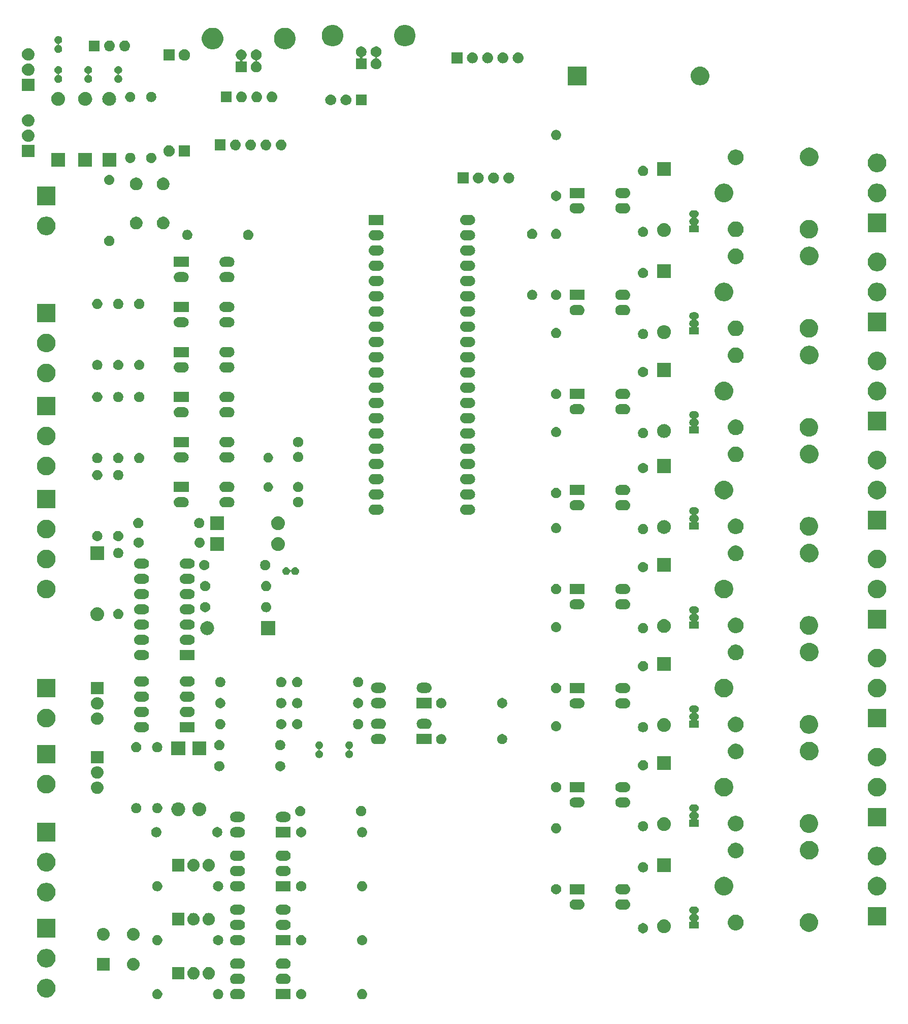
<source format=gbr>
G04 #@! TF.GenerationSoftware,KiCad,Pcbnew,(5.1.4)-1*
G04 #@! TF.CreationDate,2021-06-13T20:18:54-03:00*
G04 #@! TF.ProjectId,_autosave-PLC_Pic18f4550,5f617574-6f73-4617-9665-2d504c435f50,rev?*
G04 #@! TF.SameCoordinates,Original*
G04 #@! TF.FileFunction,Soldermask,Bot*
G04 #@! TF.FilePolarity,Negative*
%FSLAX46Y46*%
G04 Gerber Fmt 4.6, Leading zero omitted, Abs format (unit mm)*
G04 Created by KiCad (PCBNEW (5.1.4)-1) date 2021-06-13 20:18:54*
%MOMM*%
%LPD*%
G04 APERTURE LIST*
%ADD10C,0.100000*%
G04 APERTURE END LIST*
D10*
G36*
X124826823Y-181661313D02*
G01*
X124987242Y-181709976D01*
X125054361Y-181745852D01*
X125135078Y-181788996D01*
X125264659Y-181895341D01*
X125371004Y-182024922D01*
X125371005Y-182024924D01*
X125450024Y-182172758D01*
X125498687Y-182333177D01*
X125515117Y-182500000D01*
X125498687Y-182666823D01*
X125450024Y-182827242D01*
X125409477Y-182903100D01*
X125371004Y-182975078D01*
X125264659Y-183104659D01*
X125135078Y-183211004D01*
X125135076Y-183211005D01*
X124987242Y-183290024D01*
X124826823Y-183338687D01*
X124701804Y-183351000D01*
X124618196Y-183351000D01*
X124493177Y-183338687D01*
X124332758Y-183290024D01*
X124184924Y-183211005D01*
X124184922Y-183211004D01*
X124055341Y-183104659D01*
X123948996Y-182975078D01*
X123910523Y-182903100D01*
X123869976Y-182827242D01*
X123821313Y-182666823D01*
X123804883Y-182500000D01*
X123821313Y-182333177D01*
X123869976Y-182172758D01*
X123948995Y-182024924D01*
X123948996Y-182024922D01*
X124055341Y-181895341D01*
X124184922Y-181788996D01*
X124265639Y-181745852D01*
X124332758Y-181709976D01*
X124493177Y-181661313D01*
X124618196Y-181649000D01*
X124701804Y-181649000D01*
X124826823Y-181661313D01*
X124826823Y-181661313D01*
G37*
G36*
X114748228Y-181681703D02*
G01*
X114903100Y-181745853D01*
X115042481Y-181838985D01*
X115161015Y-181957519D01*
X115254147Y-182096900D01*
X115318297Y-182251772D01*
X115351000Y-182416184D01*
X115351000Y-182583816D01*
X115318297Y-182748228D01*
X115254147Y-182903100D01*
X115161015Y-183042481D01*
X115042481Y-183161015D01*
X114903100Y-183254147D01*
X114748228Y-183318297D01*
X114583816Y-183351000D01*
X114416184Y-183351000D01*
X114251772Y-183318297D01*
X114096900Y-183254147D01*
X113957519Y-183161015D01*
X113838985Y-183042481D01*
X113745853Y-182903100D01*
X113681703Y-182748228D01*
X113649000Y-182583816D01*
X113649000Y-182416184D01*
X113681703Y-182251772D01*
X113745853Y-182096900D01*
X113838985Y-181957519D01*
X113957519Y-181838985D01*
X114096900Y-181745853D01*
X114251772Y-181681703D01*
X114416184Y-181649000D01*
X114583816Y-181649000D01*
X114748228Y-181681703D01*
X114748228Y-181681703D01*
G37*
G36*
X104446823Y-181661313D02*
G01*
X104607242Y-181709976D01*
X104674361Y-181745852D01*
X104755078Y-181788996D01*
X104884659Y-181895341D01*
X104991004Y-182024922D01*
X104991005Y-182024924D01*
X105070024Y-182172758D01*
X105118687Y-182333177D01*
X105135117Y-182500000D01*
X105118687Y-182666823D01*
X105070024Y-182827242D01*
X105029477Y-182903100D01*
X104991004Y-182975078D01*
X104884659Y-183104659D01*
X104755078Y-183211004D01*
X104755076Y-183211005D01*
X104607242Y-183290024D01*
X104446823Y-183338687D01*
X104321804Y-183351000D01*
X103438196Y-183351000D01*
X103313177Y-183338687D01*
X103152758Y-183290024D01*
X103004924Y-183211005D01*
X103004922Y-183211004D01*
X102875341Y-183104659D01*
X102768996Y-182975078D01*
X102730523Y-182903100D01*
X102689976Y-182827242D01*
X102641313Y-182666823D01*
X102624883Y-182500000D01*
X102641313Y-182333177D01*
X102689976Y-182172758D01*
X102768995Y-182024924D01*
X102768996Y-182024922D01*
X102875341Y-181895341D01*
X103004922Y-181788996D01*
X103085639Y-181745852D01*
X103152758Y-181709976D01*
X103313177Y-181661313D01*
X103438196Y-181649000D01*
X104321804Y-181649000D01*
X104446823Y-181661313D01*
X104446823Y-181661313D01*
G37*
G36*
X112751000Y-183351000D02*
G01*
X110249000Y-183351000D01*
X110249000Y-181649000D01*
X112751000Y-181649000D01*
X112751000Y-183351000D01*
X112751000Y-183351000D01*
G37*
G36*
X90748228Y-181681703D02*
G01*
X90903100Y-181745853D01*
X91042481Y-181838985D01*
X91161015Y-181957519D01*
X91254147Y-182096900D01*
X91318297Y-182251772D01*
X91351000Y-182416184D01*
X91351000Y-182583816D01*
X91318297Y-182748228D01*
X91254147Y-182903100D01*
X91161015Y-183042481D01*
X91042481Y-183161015D01*
X90903100Y-183254147D01*
X90748228Y-183318297D01*
X90583816Y-183351000D01*
X90416184Y-183351000D01*
X90251772Y-183318297D01*
X90096900Y-183254147D01*
X89957519Y-183161015D01*
X89838985Y-183042481D01*
X89745853Y-182903100D01*
X89681703Y-182748228D01*
X89649000Y-182583816D01*
X89649000Y-182416184D01*
X89681703Y-182251772D01*
X89745853Y-182096900D01*
X89838985Y-181957519D01*
X89957519Y-181838985D01*
X90096900Y-181745853D01*
X90251772Y-181681703D01*
X90416184Y-181649000D01*
X90583816Y-181649000D01*
X90748228Y-181681703D01*
X90748228Y-181681703D01*
G37*
G36*
X100826823Y-181661313D02*
G01*
X100987242Y-181709976D01*
X101054361Y-181745852D01*
X101135078Y-181788996D01*
X101264659Y-181895341D01*
X101371004Y-182024922D01*
X101371005Y-182024924D01*
X101450024Y-182172758D01*
X101498687Y-182333177D01*
X101515117Y-182500000D01*
X101498687Y-182666823D01*
X101450024Y-182827242D01*
X101409477Y-182903100D01*
X101371004Y-182975078D01*
X101264659Y-183104659D01*
X101135078Y-183211004D01*
X101135076Y-183211005D01*
X100987242Y-183290024D01*
X100826823Y-183338687D01*
X100701804Y-183351000D01*
X100618196Y-183351000D01*
X100493177Y-183338687D01*
X100332758Y-183290024D01*
X100184924Y-183211005D01*
X100184922Y-183211004D01*
X100055341Y-183104659D01*
X99948996Y-182975078D01*
X99910523Y-182903100D01*
X99869976Y-182827242D01*
X99821313Y-182666823D01*
X99804883Y-182500000D01*
X99821313Y-182333177D01*
X99869976Y-182172758D01*
X99948995Y-182024924D01*
X99948996Y-182024922D01*
X100055341Y-181895341D01*
X100184922Y-181788996D01*
X100265639Y-181745852D01*
X100332758Y-181709976D01*
X100493177Y-181661313D01*
X100618196Y-181649000D01*
X100701804Y-181649000D01*
X100826823Y-181661313D01*
X100826823Y-181661313D01*
G37*
G36*
X72208061Y-179960000D02*
G01*
X72452410Y-180008604D01*
X72734674Y-180125521D01*
X72988705Y-180295259D01*
X73204741Y-180511295D01*
X73374479Y-180765326D01*
X73491396Y-181047590D01*
X73491396Y-181047591D01*
X73551000Y-181347239D01*
X73551000Y-181652761D01*
X73539619Y-181709975D01*
X73491396Y-181952410D01*
X73374479Y-182234674D01*
X73204741Y-182488705D01*
X72988705Y-182704741D01*
X72734674Y-182874479D01*
X72452410Y-182991396D01*
X72302585Y-183021198D01*
X72152761Y-183051000D01*
X71847239Y-183051000D01*
X71697415Y-183021198D01*
X71547590Y-182991396D01*
X71265326Y-182874479D01*
X71011295Y-182704741D01*
X70795259Y-182488705D01*
X70625521Y-182234674D01*
X70508604Y-181952410D01*
X70460381Y-181709975D01*
X70449000Y-181652761D01*
X70449000Y-181347239D01*
X70508604Y-181047591D01*
X70508604Y-181047590D01*
X70625521Y-180765326D01*
X70795259Y-180511295D01*
X71011295Y-180295259D01*
X71265326Y-180125521D01*
X71547590Y-180008604D01*
X71791939Y-179960000D01*
X71847239Y-179949000D01*
X72152761Y-179949000D01*
X72208061Y-179960000D01*
X72208061Y-179960000D01*
G37*
G36*
X104446823Y-179121313D02*
G01*
X104607242Y-179169976D01*
X104739906Y-179240886D01*
X104755078Y-179248996D01*
X104884659Y-179355341D01*
X104991004Y-179484922D01*
X104991005Y-179484924D01*
X105070024Y-179632758D01*
X105118687Y-179793177D01*
X105135117Y-179960000D01*
X105118687Y-180126823D01*
X105070024Y-180287242D01*
X105065738Y-180295260D01*
X104991004Y-180435078D01*
X104884659Y-180564659D01*
X104755078Y-180671004D01*
X104755076Y-180671005D01*
X104607242Y-180750024D01*
X104446823Y-180798687D01*
X104321804Y-180811000D01*
X103438196Y-180811000D01*
X103313177Y-180798687D01*
X103152758Y-180750024D01*
X103004924Y-180671005D01*
X103004922Y-180671004D01*
X102875341Y-180564659D01*
X102768996Y-180435078D01*
X102694262Y-180295260D01*
X102689976Y-180287242D01*
X102641313Y-180126823D01*
X102624883Y-179960000D01*
X102641313Y-179793177D01*
X102689976Y-179632758D01*
X102768995Y-179484924D01*
X102768996Y-179484922D01*
X102875341Y-179355341D01*
X103004922Y-179248996D01*
X103020094Y-179240886D01*
X103152758Y-179169976D01*
X103313177Y-179121313D01*
X103438196Y-179109000D01*
X104321804Y-179109000D01*
X104446823Y-179121313D01*
X104446823Y-179121313D01*
G37*
G36*
X112066823Y-179121313D02*
G01*
X112227242Y-179169976D01*
X112359906Y-179240886D01*
X112375078Y-179248996D01*
X112504659Y-179355341D01*
X112611004Y-179484922D01*
X112611005Y-179484924D01*
X112690024Y-179632758D01*
X112738687Y-179793177D01*
X112755117Y-179960000D01*
X112738687Y-180126823D01*
X112690024Y-180287242D01*
X112685738Y-180295260D01*
X112611004Y-180435078D01*
X112504659Y-180564659D01*
X112375078Y-180671004D01*
X112375076Y-180671005D01*
X112227242Y-180750024D01*
X112066823Y-180798687D01*
X111941804Y-180811000D01*
X111058196Y-180811000D01*
X110933177Y-180798687D01*
X110772758Y-180750024D01*
X110624924Y-180671005D01*
X110624922Y-180671004D01*
X110495341Y-180564659D01*
X110388996Y-180435078D01*
X110314262Y-180295260D01*
X110309976Y-180287242D01*
X110261313Y-180126823D01*
X110244883Y-179960000D01*
X110261313Y-179793177D01*
X110309976Y-179632758D01*
X110388995Y-179484924D01*
X110388996Y-179484922D01*
X110495341Y-179355341D01*
X110624922Y-179248996D01*
X110640094Y-179240886D01*
X110772758Y-179169976D01*
X110933177Y-179121313D01*
X111058196Y-179109000D01*
X111941804Y-179109000D01*
X112066823Y-179121313D01*
X112066823Y-179121313D01*
G37*
G36*
X96736719Y-177963520D02*
G01*
X96925880Y-178020901D01*
X96925883Y-178020902D01*
X96982192Y-178051000D01*
X97100212Y-178114083D01*
X97253015Y-178239485D01*
X97378417Y-178392288D01*
X97471599Y-178566619D01*
X97528980Y-178755780D01*
X97543500Y-178903206D01*
X97543500Y-179096793D01*
X97528980Y-179244219D01*
X97471599Y-179433380D01*
X97471598Y-179433383D01*
X97422182Y-179525833D01*
X97378417Y-179607712D01*
X97253015Y-179760515D01*
X97100212Y-179885917D01*
X96925881Y-179979099D01*
X96736720Y-180036480D01*
X96540000Y-180055855D01*
X96343281Y-180036480D01*
X96154120Y-179979099D01*
X95979788Y-179885917D01*
X95826985Y-179760515D01*
X95701583Y-179607712D01*
X95608401Y-179433381D01*
X95551020Y-179244220D01*
X95536500Y-179096794D01*
X95536500Y-178903207D01*
X95551020Y-178755781D01*
X95608401Y-178566620D01*
X95608402Y-178566617D01*
X95657818Y-178474167D01*
X95701583Y-178392288D01*
X95826985Y-178239485D01*
X95979788Y-178114083D01*
X96154119Y-178020901D01*
X96343280Y-177963520D01*
X96540000Y-177944145D01*
X96736719Y-177963520D01*
X96736719Y-177963520D01*
G37*
G36*
X99276719Y-177963520D02*
G01*
X99465880Y-178020901D01*
X99465883Y-178020902D01*
X99522192Y-178051000D01*
X99640212Y-178114083D01*
X99793015Y-178239485D01*
X99918417Y-178392288D01*
X100011599Y-178566619D01*
X100068980Y-178755780D01*
X100083500Y-178903206D01*
X100083500Y-179096793D01*
X100068980Y-179244219D01*
X100011599Y-179433380D01*
X100011598Y-179433383D01*
X99962182Y-179525833D01*
X99918417Y-179607712D01*
X99793015Y-179760515D01*
X99640212Y-179885917D01*
X99465881Y-179979099D01*
X99276720Y-180036480D01*
X99080000Y-180055855D01*
X98883281Y-180036480D01*
X98694120Y-179979099D01*
X98519788Y-179885917D01*
X98366985Y-179760515D01*
X98241583Y-179607712D01*
X98148401Y-179433381D01*
X98091020Y-179244220D01*
X98076500Y-179096794D01*
X98076500Y-178903207D01*
X98091020Y-178755781D01*
X98148401Y-178566620D01*
X98148402Y-178566617D01*
X98197818Y-178474167D01*
X98241583Y-178392288D01*
X98366985Y-178239485D01*
X98519788Y-178114083D01*
X98694119Y-178020901D01*
X98883280Y-177963520D01*
X99080000Y-177944145D01*
X99276719Y-177963520D01*
X99276719Y-177963520D01*
G37*
G36*
X95003500Y-180051000D02*
G01*
X92996500Y-180051000D01*
X92996500Y-177949000D01*
X95003500Y-177949000D01*
X95003500Y-180051000D01*
X95003500Y-180051000D01*
G37*
G36*
X82551000Y-178551000D02*
G01*
X80449000Y-178551000D01*
X80449000Y-176449000D01*
X82551000Y-176449000D01*
X82551000Y-178551000D01*
X82551000Y-178551000D01*
G37*
G36*
X86603097Y-176454069D02*
G01*
X86706032Y-176464207D01*
X86904146Y-176524305D01*
X86904149Y-176524306D01*
X86987765Y-176569000D01*
X87086729Y-176621897D01*
X87246765Y-176753235D01*
X87378103Y-176913271D01*
X87399023Y-176952410D01*
X87475694Y-177095851D01*
X87475695Y-177095854D01*
X87535793Y-177293968D01*
X87556085Y-177500000D01*
X87535793Y-177706032D01*
X87478446Y-177895076D01*
X87475694Y-177904149D01*
X87443959Y-177963520D01*
X87378103Y-178086729D01*
X87246765Y-178246765D01*
X87086729Y-178378103D01*
X87000975Y-178423939D01*
X86904149Y-178475694D01*
X86904146Y-178475695D01*
X86706032Y-178535793D01*
X86603097Y-178545931D01*
X86551631Y-178551000D01*
X86448369Y-178551000D01*
X86396903Y-178545931D01*
X86293968Y-178535793D01*
X86095854Y-178475695D01*
X86095851Y-178475694D01*
X85999025Y-178423939D01*
X85913271Y-178378103D01*
X85753235Y-178246765D01*
X85621897Y-178086729D01*
X85556041Y-177963520D01*
X85524306Y-177904149D01*
X85521554Y-177895076D01*
X85464207Y-177706032D01*
X85443915Y-177500000D01*
X85464207Y-177293968D01*
X85524305Y-177095854D01*
X85524306Y-177095851D01*
X85600977Y-176952410D01*
X85621897Y-176913271D01*
X85753235Y-176753235D01*
X85913271Y-176621897D01*
X86012235Y-176569000D01*
X86095851Y-176524306D01*
X86095854Y-176524305D01*
X86293968Y-176464207D01*
X86396903Y-176454069D01*
X86448369Y-176449000D01*
X86551631Y-176449000D01*
X86603097Y-176454069D01*
X86603097Y-176454069D01*
G37*
G36*
X104446823Y-176581313D02*
G01*
X104607242Y-176629976D01*
X104739906Y-176700886D01*
X104755078Y-176708996D01*
X104884659Y-176815341D01*
X104991004Y-176944922D01*
X104991005Y-176944924D01*
X105070024Y-177092758D01*
X105118687Y-177253177D01*
X105135117Y-177420000D01*
X105118687Y-177586823D01*
X105070024Y-177747242D01*
X105002014Y-177874479D01*
X104991004Y-177895078D01*
X104884659Y-178024659D01*
X104755078Y-178131004D01*
X104755076Y-178131005D01*
X104607242Y-178210024D01*
X104446823Y-178258687D01*
X104321804Y-178271000D01*
X103438196Y-178271000D01*
X103313177Y-178258687D01*
X103152758Y-178210024D01*
X103004924Y-178131005D01*
X103004922Y-178131004D01*
X102875341Y-178024659D01*
X102768996Y-177895078D01*
X102757986Y-177874479D01*
X102689976Y-177747242D01*
X102641313Y-177586823D01*
X102624883Y-177420000D01*
X102641313Y-177253177D01*
X102689976Y-177092758D01*
X102768995Y-176944924D01*
X102768996Y-176944922D01*
X102875341Y-176815341D01*
X103004922Y-176708996D01*
X103020094Y-176700886D01*
X103152758Y-176629976D01*
X103313177Y-176581313D01*
X103438196Y-176569000D01*
X104321804Y-176569000D01*
X104446823Y-176581313D01*
X104446823Y-176581313D01*
G37*
G36*
X112066823Y-176581313D02*
G01*
X112227242Y-176629976D01*
X112359906Y-176700886D01*
X112375078Y-176708996D01*
X112504659Y-176815341D01*
X112611004Y-176944922D01*
X112611005Y-176944924D01*
X112690024Y-177092758D01*
X112738687Y-177253177D01*
X112755117Y-177420000D01*
X112738687Y-177586823D01*
X112690024Y-177747242D01*
X112622014Y-177874479D01*
X112611004Y-177895078D01*
X112504659Y-178024659D01*
X112375078Y-178131004D01*
X112375076Y-178131005D01*
X112227242Y-178210024D01*
X112066823Y-178258687D01*
X111941804Y-178271000D01*
X111058196Y-178271000D01*
X110933177Y-178258687D01*
X110772758Y-178210024D01*
X110624924Y-178131005D01*
X110624922Y-178131004D01*
X110495341Y-178024659D01*
X110388996Y-177895078D01*
X110377986Y-177874479D01*
X110309976Y-177747242D01*
X110261313Y-177586823D01*
X110244883Y-177420000D01*
X110261313Y-177253177D01*
X110309976Y-177092758D01*
X110388995Y-176944924D01*
X110388996Y-176944922D01*
X110495341Y-176815341D01*
X110624922Y-176708996D01*
X110640094Y-176700886D01*
X110772758Y-176629976D01*
X110933177Y-176581313D01*
X111058196Y-176569000D01*
X111941804Y-176569000D01*
X112066823Y-176581313D01*
X112066823Y-176581313D01*
G37*
G36*
X72302585Y-174978802D02*
G01*
X72452410Y-175008604D01*
X72734674Y-175125521D01*
X72988705Y-175295259D01*
X73204741Y-175511295D01*
X73374479Y-175765326D01*
X73491396Y-176047590D01*
X73551000Y-176347240D01*
X73551000Y-176652760D01*
X73491396Y-176952410D01*
X73374479Y-177234674D01*
X73204741Y-177488705D01*
X72988705Y-177704741D01*
X72734674Y-177874479D01*
X72452410Y-177991396D01*
X72304078Y-178020901D01*
X72152761Y-178051000D01*
X71847239Y-178051000D01*
X71695922Y-178020901D01*
X71547590Y-177991396D01*
X71265326Y-177874479D01*
X71011295Y-177704741D01*
X70795259Y-177488705D01*
X70625521Y-177234674D01*
X70508604Y-176952410D01*
X70449000Y-176652760D01*
X70449000Y-176347240D01*
X70508604Y-176047590D01*
X70625521Y-175765326D01*
X70795259Y-175511295D01*
X71011295Y-175295259D01*
X71265326Y-175125521D01*
X71547590Y-175008604D01*
X71697415Y-174978802D01*
X71847239Y-174949000D01*
X72152761Y-174949000D01*
X72302585Y-174978802D01*
X72302585Y-174978802D01*
G37*
G36*
X112751000Y-174351000D02*
G01*
X110249000Y-174351000D01*
X110249000Y-172649000D01*
X112751000Y-172649000D01*
X112751000Y-174351000D01*
X112751000Y-174351000D01*
G37*
G36*
X100826823Y-172661313D02*
G01*
X100957380Y-172700917D01*
X100974241Y-172706032D01*
X100987242Y-172709976D01*
X101054361Y-172745852D01*
X101135078Y-172788996D01*
X101264659Y-172895341D01*
X101371004Y-173024922D01*
X101371005Y-173024924D01*
X101450024Y-173172758D01*
X101498687Y-173333177D01*
X101515117Y-173500000D01*
X101498687Y-173666823D01*
X101450024Y-173827242D01*
X101409477Y-173903100D01*
X101371004Y-173975078D01*
X101264659Y-174104659D01*
X101135078Y-174211004D01*
X101135076Y-174211005D01*
X100987242Y-174290024D01*
X100826823Y-174338687D01*
X100701804Y-174351000D01*
X100618196Y-174351000D01*
X100493177Y-174338687D01*
X100332758Y-174290024D01*
X100184924Y-174211005D01*
X100184922Y-174211004D01*
X100055341Y-174104659D01*
X99948996Y-173975078D01*
X99910523Y-173903100D01*
X99869976Y-173827242D01*
X99821313Y-173666823D01*
X99804883Y-173500000D01*
X99821313Y-173333177D01*
X99869976Y-173172758D01*
X99948995Y-173024924D01*
X99948996Y-173024922D01*
X100055341Y-172895341D01*
X100184922Y-172788996D01*
X100265639Y-172745852D01*
X100332758Y-172709976D01*
X100345760Y-172706032D01*
X100362620Y-172700917D01*
X100493177Y-172661313D01*
X100618196Y-172649000D01*
X100701804Y-172649000D01*
X100826823Y-172661313D01*
X100826823Y-172661313D01*
G37*
G36*
X104446823Y-172661313D02*
G01*
X104577380Y-172700917D01*
X104594241Y-172706032D01*
X104607242Y-172709976D01*
X104674361Y-172745852D01*
X104755078Y-172788996D01*
X104884659Y-172895341D01*
X104991004Y-173024922D01*
X104991005Y-173024924D01*
X105070024Y-173172758D01*
X105118687Y-173333177D01*
X105135117Y-173500000D01*
X105118687Y-173666823D01*
X105070024Y-173827242D01*
X105029477Y-173903100D01*
X104991004Y-173975078D01*
X104884659Y-174104659D01*
X104755078Y-174211004D01*
X104755076Y-174211005D01*
X104607242Y-174290024D01*
X104446823Y-174338687D01*
X104321804Y-174351000D01*
X103438196Y-174351000D01*
X103313177Y-174338687D01*
X103152758Y-174290024D01*
X103004924Y-174211005D01*
X103004922Y-174211004D01*
X102875341Y-174104659D01*
X102768996Y-173975078D01*
X102730523Y-173903100D01*
X102689976Y-173827242D01*
X102641313Y-173666823D01*
X102624883Y-173500000D01*
X102641313Y-173333177D01*
X102689976Y-173172758D01*
X102768995Y-173024924D01*
X102768996Y-173024922D01*
X102875341Y-172895341D01*
X103004922Y-172788996D01*
X103085639Y-172745852D01*
X103152758Y-172709976D01*
X103165760Y-172706032D01*
X103182620Y-172700917D01*
X103313177Y-172661313D01*
X103438196Y-172649000D01*
X104321804Y-172649000D01*
X104446823Y-172661313D01*
X104446823Y-172661313D01*
G37*
G36*
X90748228Y-172681703D02*
G01*
X90903100Y-172745853D01*
X91042481Y-172838985D01*
X91161015Y-172957519D01*
X91254147Y-173096900D01*
X91318297Y-173251772D01*
X91351000Y-173416184D01*
X91351000Y-173583816D01*
X91318297Y-173748228D01*
X91254147Y-173903100D01*
X91161015Y-174042481D01*
X91042481Y-174161015D01*
X90903100Y-174254147D01*
X90748228Y-174318297D01*
X90583816Y-174351000D01*
X90416184Y-174351000D01*
X90251772Y-174318297D01*
X90096900Y-174254147D01*
X89957519Y-174161015D01*
X89838985Y-174042481D01*
X89745853Y-173903100D01*
X89681703Y-173748228D01*
X89649000Y-173583816D01*
X89649000Y-173416184D01*
X89681703Y-173251772D01*
X89745853Y-173096900D01*
X89838985Y-172957519D01*
X89957519Y-172838985D01*
X90096900Y-172745853D01*
X90251772Y-172681703D01*
X90416184Y-172649000D01*
X90583816Y-172649000D01*
X90748228Y-172681703D01*
X90748228Y-172681703D01*
G37*
G36*
X114748228Y-172681703D02*
G01*
X114903100Y-172745853D01*
X115042481Y-172838985D01*
X115161015Y-172957519D01*
X115254147Y-173096900D01*
X115318297Y-173251772D01*
X115351000Y-173416184D01*
X115351000Y-173583816D01*
X115318297Y-173748228D01*
X115254147Y-173903100D01*
X115161015Y-174042481D01*
X115042481Y-174161015D01*
X114903100Y-174254147D01*
X114748228Y-174318297D01*
X114583816Y-174351000D01*
X114416184Y-174351000D01*
X114251772Y-174318297D01*
X114096900Y-174254147D01*
X113957519Y-174161015D01*
X113838985Y-174042481D01*
X113745853Y-173903100D01*
X113681703Y-173748228D01*
X113649000Y-173583816D01*
X113649000Y-173416184D01*
X113681703Y-173251772D01*
X113745853Y-173096900D01*
X113838985Y-172957519D01*
X113957519Y-172838985D01*
X114096900Y-172745853D01*
X114251772Y-172681703D01*
X114416184Y-172649000D01*
X114583816Y-172649000D01*
X114748228Y-172681703D01*
X114748228Y-172681703D01*
G37*
G36*
X124826823Y-172661313D02*
G01*
X124957380Y-172700917D01*
X124974241Y-172706032D01*
X124987242Y-172709976D01*
X125054361Y-172745852D01*
X125135078Y-172788996D01*
X125264659Y-172895341D01*
X125371004Y-173024922D01*
X125371005Y-173024924D01*
X125450024Y-173172758D01*
X125498687Y-173333177D01*
X125515117Y-173500000D01*
X125498687Y-173666823D01*
X125450024Y-173827242D01*
X125409477Y-173903100D01*
X125371004Y-173975078D01*
X125264659Y-174104659D01*
X125135078Y-174211004D01*
X125135076Y-174211005D01*
X124987242Y-174290024D01*
X124826823Y-174338687D01*
X124701804Y-174351000D01*
X124618196Y-174351000D01*
X124493177Y-174338687D01*
X124332758Y-174290024D01*
X124184924Y-174211005D01*
X124184922Y-174211004D01*
X124055341Y-174104659D01*
X123948996Y-173975078D01*
X123910523Y-173903100D01*
X123869976Y-173827242D01*
X123821313Y-173666823D01*
X123804883Y-173500000D01*
X123821313Y-173333177D01*
X123869976Y-173172758D01*
X123948995Y-173024924D01*
X123948996Y-173024922D01*
X124055341Y-172895341D01*
X124184922Y-172788996D01*
X124265639Y-172745852D01*
X124332758Y-172709976D01*
X124345760Y-172706032D01*
X124362620Y-172700917D01*
X124493177Y-172661313D01*
X124618196Y-172649000D01*
X124701804Y-172649000D01*
X124826823Y-172661313D01*
X124826823Y-172661313D01*
G37*
G36*
X86603097Y-171454069D02*
G01*
X86706032Y-171464207D01*
X86904146Y-171524305D01*
X86904149Y-171524306D01*
X86931087Y-171538705D01*
X87086729Y-171621897D01*
X87246765Y-171753235D01*
X87378103Y-171913271D01*
X87412604Y-171977818D01*
X87475694Y-172095851D01*
X87475695Y-172095854D01*
X87535793Y-172293968D01*
X87556085Y-172500000D01*
X87535793Y-172706032D01*
X87478366Y-172895341D01*
X87475694Y-172904149D01*
X87447167Y-172957519D01*
X87378103Y-173086729D01*
X87246765Y-173246765D01*
X87086729Y-173378103D01*
X87015484Y-173416184D01*
X86904149Y-173475694D01*
X86904146Y-173475695D01*
X86706032Y-173535793D01*
X86603097Y-173545931D01*
X86551631Y-173551000D01*
X86448369Y-173551000D01*
X86396903Y-173545931D01*
X86293968Y-173535793D01*
X86095854Y-173475695D01*
X86095851Y-173475694D01*
X85984516Y-173416184D01*
X85913271Y-173378103D01*
X85753235Y-173246765D01*
X85621897Y-173086729D01*
X85552833Y-172957519D01*
X85524306Y-172904149D01*
X85521634Y-172895341D01*
X85464207Y-172706032D01*
X85443915Y-172500000D01*
X85464207Y-172293968D01*
X85524305Y-172095854D01*
X85524306Y-172095851D01*
X85587396Y-171977818D01*
X85621897Y-171913271D01*
X85753235Y-171753235D01*
X85913271Y-171621897D01*
X86068913Y-171538705D01*
X86095851Y-171524306D01*
X86095854Y-171524305D01*
X86293968Y-171464207D01*
X86396903Y-171454069D01*
X86448369Y-171449000D01*
X86551631Y-171449000D01*
X86603097Y-171454069D01*
X86603097Y-171454069D01*
G37*
G36*
X81603097Y-171454069D02*
G01*
X81706032Y-171464207D01*
X81904146Y-171524305D01*
X81904149Y-171524306D01*
X81931087Y-171538705D01*
X82086729Y-171621897D01*
X82246765Y-171753235D01*
X82378103Y-171913271D01*
X82412604Y-171977818D01*
X82475694Y-172095851D01*
X82475695Y-172095854D01*
X82535793Y-172293968D01*
X82556085Y-172500000D01*
X82535793Y-172706032D01*
X82478366Y-172895341D01*
X82475694Y-172904149D01*
X82447167Y-172957519D01*
X82378103Y-173086729D01*
X82246765Y-173246765D01*
X82086729Y-173378103D01*
X82015484Y-173416184D01*
X81904149Y-173475694D01*
X81904146Y-173475695D01*
X81706032Y-173535793D01*
X81603097Y-173545931D01*
X81551631Y-173551000D01*
X81448369Y-173551000D01*
X81396903Y-173545931D01*
X81293968Y-173535793D01*
X81095854Y-173475695D01*
X81095851Y-173475694D01*
X80984516Y-173416184D01*
X80913271Y-173378103D01*
X80753235Y-173246765D01*
X80621897Y-173086729D01*
X80552833Y-172957519D01*
X80524306Y-172904149D01*
X80521634Y-172895341D01*
X80464207Y-172706032D01*
X80443915Y-172500000D01*
X80464207Y-172293968D01*
X80524305Y-172095854D01*
X80524306Y-172095851D01*
X80587396Y-171977818D01*
X80621897Y-171913271D01*
X80753235Y-171753235D01*
X80913271Y-171621897D01*
X81068913Y-171538705D01*
X81095851Y-171524306D01*
X81095854Y-171524305D01*
X81293968Y-171464207D01*
X81396903Y-171454069D01*
X81448369Y-171449000D01*
X81551631Y-171449000D01*
X81603097Y-171454069D01*
X81603097Y-171454069D01*
G37*
G36*
X73551000Y-173051000D02*
G01*
X70449000Y-173051000D01*
X70449000Y-169949000D01*
X73551000Y-169949000D01*
X73551000Y-173051000D01*
X73551000Y-173051000D01*
G37*
G36*
X171748228Y-170681703D02*
G01*
X171903100Y-170745853D01*
X172042481Y-170838985D01*
X172161015Y-170957519D01*
X172254147Y-171096900D01*
X172318297Y-171251772D01*
X172351000Y-171416184D01*
X172351000Y-171583816D01*
X172318297Y-171748228D01*
X172254147Y-171903100D01*
X172161015Y-172042481D01*
X172042481Y-172161015D01*
X171903100Y-172254147D01*
X171748228Y-172318297D01*
X171583816Y-172351000D01*
X171416184Y-172351000D01*
X171251772Y-172318297D01*
X171096900Y-172254147D01*
X170957519Y-172161015D01*
X170838985Y-172042481D01*
X170745853Y-171903100D01*
X170681703Y-171748228D01*
X170649000Y-171583816D01*
X170649000Y-171416184D01*
X170681703Y-171251772D01*
X170745853Y-171096900D01*
X170838985Y-170957519D01*
X170957519Y-170838985D01*
X171096900Y-170745853D01*
X171251772Y-170681703D01*
X171416184Y-170649000D01*
X171583816Y-170649000D01*
X171748228Y-170681703D01*
X171748228Y-170681703D01*
G37*
G36*
X175169271Y-170020103D02*
G01*
X175225635Y-170025654D01*
X175442600Y-170091470D01*
X175442602Y-170091471D01*
X175642555Y-170198347D01*
X175817818Y-170342182D01*
X175961653Y-170517445D01*
X176047544Y-170678137D01*
X176068530Y-170717400D01*
X176134346Y-170934365D01*
X176156569Y-171160000D01*
X176134346Y-171385635D01*
X176087913Y-171538704D01*
X176068529Y-171602602D01*
X175961653Y-171802555D01*
X175817818Y-171977818D01*
X175642555Y-172121653D01*
X175442602Y-172228529D01*
X175442600Y-172228530D01*
X175225635Y-172294346D01*
X175169271Y-172299897D01*
X175056545Y-172311000D01*
X174943455Y-172311000D01*
X174830729Y-172299897D01*
X174774365Y-172294346D01*
X174557400Y-172228530D01*
X174557398Y-172228529D01*
X174357445Y-172121653D01*
X174182182Y-171977818D01*
X174038347Y-171802555D01*
X173931471Y-171602602D01*
X173912088Y-171538704D01*
X173865654Y-171385635D01*
X173843431Y-171160000D01*
X173865654Y-170934365D01*
X173931470Y-170717400D01*
X173952456Y-170678137D01*
X174038347Y-170517445D01*
X174182182Y-170342182D01*
X174357445Y-170198347D01*
X174557398Y-170091471D01*
X174557400Y-170091470D01*
X174774365Y-170025654D01*
X174830729Y-170020103D01*
X174943455Y-170009000D01*
X175056545Y-170009000D01*
X175169271Y-170020103D01*
X175169271Y-170020103D01*
G37*
G36*
X199386722Y-169015701D02*
G01*
X199602410Y-169058604D01*
X199884674Y-169175521D01*
X200138705Y-169345259D01*
X200354741Y-169561295D01*
X200524479Y-169815326D01*
X200641396Y-170097590D01*
X200646115Y-170121313D01*
X200701000Y-170397239D01*
X200701000Y-170702761D01*
X200692428Y-170745853D01*
X200641396Y-171002410D01*
X200524479Y-171284674D01*
X200354741Y-171538705D01*
X200138705Y-171754741D01*
X199884674Y-171924479D01*
X199602410Y-172041396D01*
X199452585Y-172071198D01*
X199302761Y-172101000D01*
X198997239Y-172101000D01*
X198847415Y-172071198D01*
X198697590Y-172041396D01*
X198415326Y-171924479D01*
X198161295Y-171754741D01*
X197945259Y-171538705D01*
X197775521Y-171284674D01*
X197658604Y-171002410D01*
X197607572Y-170745853D01*
X197599000Y-170702761D01*
X197599000Y-170397239D01*
X197653885Y-170121313D01*
X197658604Y-170097590D01*
X197775521Y-169815326D01*
X197945259Y-169561295D01*
X198161295Y-169345259D01*
X198415326Y-169175521D01*
X198697590Y-169058604D01*
X198913278Y-169015701D01*
X198997239Y-168999000D01*
X199302761Y-168999000D01*
X199386722Y-169015701D01*
X199386722Y-169015701D01*
G37*
G36*
X187329487Y-169298996D02*
G01*
X187566253Y-169397068D01*
X187566255Y-169397069D01*
X187779339Y-169539447D01*
X187960553Y-169720661D01*
X188082526Y-169903206D01*
X188102932Y-169933747D01*
X188201004Y-170170513D01*
X188251000Y-170421861D01*
X188251000Y-170678139D01*
X188201004Y-170929487D01*
X188105522Y-171160000D01*
X188102931Y-171166255D01*
X187960553Y-171379339D01*
X187779339Y-171560553D01*
X187566255Y-171702931D01*
X187566254Y-171702932D01*
X187566253Y-171702932D01*
X187329487Y-171801004D01*
X187078139Y-171851000D01*
X186821861Y-171851000D01*
X186570513Y-171801004D01*
X186333747Y-171702932D01*
X186333746Y-171702932D01*
X186333745Y-171702931D01*
X186120661Y-171560553D01*
X185939447Y-171379339D01*
X185797069Y-171166255D01*
X185794478Y-171160000D01*
X185698996Y-170929487D01*
X185649000Y-170678139D01*
X185649000Y-170421861D01*
X185698996Y-170170513D01*
X185797068Y-169933747D01*
X185817475Y-169903206D01*
X185939447Y-169720661D01*
X186120661Y-169539447D01*
X186333745Y-169397069D01*
X186333747Y-169397068D01*
X186570513Y-169298996D01*
X186821861Y-169249000D01*
X187078139Y-169249000D01*
X187329487Y-169298996D01*
X187329487Y-169298996D01*
G37*
G36*
X112066823Y-170121313D02*
G01*
X112227242Y-170169976D01*
X112338706Y-170229555D01*
X112375078Y-170248996D01*
X112504659Y-170355341D01*
X112611004Y-170484922D01*
X112611005Y-170484924D01*
X112690024Y-170632758D01*
X112738687Y-170793177D01*
X112755117Y-170960000D01*
X112738687Y-171126823D01*
X112690024Y-171287242D01*
X112640797Y-171379339D01*
X112611004Y-171435078D01*
X112504659Y-171564659D01*
X112375078Y-171671004D01*
X112375076Y-171671005D01*
X112227242Y-171750024D01*
X112066823Y-171798687D01*
X111941804Y-171811000D01*
X111058196Y-171811000D01*
X110933177Y-171798687D01*
X110772758Y-171750024D01*
X110624924Y-171671005D01*
X110624922Y-171671004D01*
X110495341Y-171564659D01*
X110388996Y-171435078D01*
X110359203Y-171379339D01*
X110309976Y-171287242D01*
X110261313Y-171126823D01*
X110244883Y-170960000D01*
X110261313Y-170793177D01*
X110309976Y-170632758D01*
X110388995Y-170484924D01*
X110388996Y-170484922D01*
X110495341Y-170355341D01*
X110624922Y-170248996D01*
X110661294Y-170229555D01*
X110772758Y-170169976D01*
X110933177Y-170121313D01*
X111058196Y-170109000D01*
X111941804Y-170109000D01*
X112066823Y-170121313D01*
X112066823Y-170121313D01*
G37*
G36*
X104446823Y-170121313D02*
G01*
X104607242Y-170169976D01*
X104718706Y-170229555D01*
X104755078Y-170248996D01*
X104884659Y-170355341D01*
X104991004Y-170484922D01*
X104991005Y-170484924D01*
X105070024Y-170632758D01*
X105118687Y-170793177D01*
X105135117Y-170960000D01*
X105118687Y-171126823D01*
X105070024Y-171287242D01*
X105020797Y-171379339D01*
X104991004Y-171435078D01*
X104884659Y-171564659D01*
X104755078Y-171671004D01*
X104755076Y-171671005D01*
X104607242Y-171750024D01*
X104446823Y-171798687D01*
X104321804Y-171811000D01*
X103438196Y-171811000D01*
X103313177Y-171798687D01*
X103152758Y-171750024D01*
X103004924Y-171671005D01*
X103004922Y-171671004D01*
X102875341Y-171564659D01*
X102768996Y-171435078D01*
X102739203Y-171379339D01*
X102689976Y-171287242D01*
X102641313Y-171126823D01*
X102624883Y-170960000D01*
X102641313Y-170793177D01*
X102689976Y-170632758D01*
X102768995Y-170484924D01*
X102768996Y-170484922D01*
X102875341Y-170355341D01*
X103004922Y-170248996D01*
X103041294Y-170229555D01*
X103152758Y-170169976D01*
X103313177Y-170121313D01*
X103438196Y-170109000D01*
X104321804Y-170109000D01*
X104446823Y-170121313D01*
X104446823Y-170121313D01*
G37*
G36*
X180337916Y-167892334D02*
G01*
X180446492Y-167925271D01*
X180446495Y-167925272D01*
X180482601Y-167944571D01*
X180546557Y-167978756D01*
X180634264Y-168050736D01*
X180706244Y-168138443D01*
X180709566Y-168144659D01*
X180759728Y-168238505D01*
X180759729Y-168238508D01*
X180792666Y-168347084D01*
X180803787Y-168460000D01*
X180792666Y-168572916D01*
X180759729Y-168681492D01*
X180759728Y-168681495D01*
X180740429Y-168717601D01*
X180706244Y-168781557D01*
X180634264Y-168869264D01*
X180546557Y-168941244D01*
X180465141Y-168984761D01*
X180444766Y-168998375D01*
X180427439Y-169015702D01*
X180413826Y-169036076D01*
X180404448Y-169058715D01*
X180399668Y-169082748D01*
X180399668Y-169107252D01*
X180404448Y-169131285D01*
X180413826Y-169153924D01*
X180427440Y-169174299D01*
X180444767Y-169191626D01*
X180465141Y-169205239D01*
X180546557Y-169248756D01*
X180634264Y-169320736D01*
X180706244Y-169408443D01*
X180740429Y-169472399D01*
X180759728Y-169508505D01*
X180759729Y-169508508D01*
X180792666Y-169617084D01*
X180803787Y-169730000D01*
X180792666Y-169842916D01*
X180765112Y-169933747D01*
X180759728Y-169951495D01*
X180740429Y-169987601D01*
X180706244Y-170051557D01*
X180634264Y-170139264D01*
X180557354Y-170202383D01*
X180540035Y-170219702D01*
X180526421Y-170240077D01*
X180517043Y-170262716D01*
X180512263Y-170286749D01*
X180512263Y-170311253D01*
X180517043Y-170335286D01*
X180526421Y-170357925D01*
X180540034Y-170378299D01*
X180557361Y-170395626D01*
X180577736Y-170409240D01*
X180600375Y-170418618D01*
X180624408Y-170423398D01*
X180636660Y-170424000D01*
X180801000Y-170424000D01*
X180801000Y-171576000D01*
X179199000Y-171576000D01*
X179199000Y-170424000D01*
X179363340Y-170424000D01*
X179387726Y-170421598D01*
X179411175Y-170414485D01*
X179432786Y-170402934D01*
X179451728Y-170387389D01*
X179467273Y-170368447D01*
X179478824Y-170346836D01*
X179485937Y-170323387D01*
X179488339Y-170299001D01*
X179485937Y-170274615D01*
X179478824Y-170251166D01*
X179467273Y-170229555D01*
X179451728Y-170210613D01*
X179442655Y-170202391D01*
X179365736Y-170139264D01*
X179293756Y-170051557D01*
X179259571Y-169987601D01*
X179240272Y-169951495D01*
X179234888Y-169933747D01*
X179207334Y-169842916D01*
X179196213Y-169730000D01*
X179207334Y-169617084D01*
X179240271Y-169508508D01*
X179240272Y-169508505D01*
X179259571Y-169472399D01*
X179293756Y-169408443D01*
X179365736Y-169320736D01*
X179453443Y-169248756D01*
X179534859Y-169205239D01*
X179555234Y-169191625D01*
X179572561Y-169174298D01*
X179586174Y-169153924D01*
X179595552Y-169131285D01*
X179600332Y-169107252D01*
X179600332Y-169082748D01*
X179595552Y-169058715D01*
X179586174Y-169036076D01*
X179572560Y-169015701D01*
X179555233Y-168998374D01*
X179534859Y-168984761D01*
X179453443Y-168941244D01*
X179365736Y-168869264D01*
X179293756Y-168781557D01*
X179259571Y-168717601D01*
X179240272Y-168681495D01*
X179240271Y-168681492D01*
X179207334Y-168572916D01*
X179196213Y-168460000D01*
X179207334Y-168347084D01*
X179240271Y-168238508D01*
X179240272Y-168238505D01*
X179290434Y-168144659D01*
X179293756Y-168138443D01*
X179365736Y-168050736D01*
X179453443Y-167978756D01*
X179517399Y-167944571D01*
X179553505Y-167925272D01*
X179553508Y-167925271D01*
X179662084Y-167892334D01*
X179746702Y-167884000D01*
X180253298Y-167884000D01*
X180337916Y-167892334D01*
X180337916Y-167892334D01*
G37*
G36*
X99276719Y-168963520D02*
G01*
X99448741Y-169015702D01*
X99465883Y-169020902D01*
X99558333Y-169070318D01*
X99640212Y-169114083D01*
X99793015Y-169239485D01*
X99918417Y-169392288D01*
X100011599Y-169566619D01*
X100068980Y-169755780D01*
X100068980Y-169755782D01*
X100083500Y-169903205D01*
X100083500Y-170096794D01*
X100082298Y-170109000D01*
X100068980Y-170244219D01*
X100018922Y-170409240D01*
X100011598Y-170433383D01*
X99966666Y-170517445D01*
X99918417Y-170607712D01*
X99793015Y-170760515D01*
X99640212Y-170885917D01*
X99465881Y-170979099D01*
X99276720Y-171036480D01*
X99080000Y-171055855D01*
X98883281Y-171036480D01*
X98694120Y-170979099D01*
X98519788Y-170885917D01*
X98366985Y-170760515D01*
X98241583Y-170607712D01*
X98148401Y-170433381D01*
X98091020Y-170244220D01*
X98076500Y-170096794D01*
X98076500Y-169903207D01*
X98091020Y-169755781D01*
X98148401Y-169566620D01*
X98148402Y-169566617D01*
X98239028Y-169397069D01*
X98241583Y-169392288D01*
X98366985Y-169239485D01*
X98519788Y-169114083D01*
X98694119Y-169020901D01*
X98883280Y-168963520D01*
X99080000Y-168944145D01*
X99276719Y-168963520D01*
X99276719Y-168963520D01*
G37*
G36*
X96736719Y-168963520D02*
G01*
X96908741Y-169015702D01*
X96925883Y-169020902D01*
X97018333Y-169070318D01*
X97100212Y-169114083D01*
X97253015Y-169239485D01*
X97378417Y-169392288D01*
X97471599Y-169566619D01*
X97528980Y-169755780D01*
X97528980Y-169755782D01*
X97543500Y-169903205D01*
X97543500Y-170096794D01*
X97542298Y-170109000D01*
X97528980Y-170244219D01*
X97478922Y-170409240D01*
X97471598Y-170433383D01*
X97426666Y-170517445D01*
X97378417Y-170607712D01*
X97253015Y-170760515D01*
X97100212Y-170885917D01*
X96925881Y-170979099D01*
X96736720Y-171036480D01*
X96540000Y-171055855D01*
X96343281Y-171036480D01*
X96154120Y-170979099D01*
X95979788Y-170885917D01*
X95826985Y-170760515D01*
X95701583Y-170607712D01*
X95608401Y-170433381D01*
X95551020Y-170244220D01*
X95536500Y-170096794D01*
X95536500Y-169903207D01*
X95551020Y-169755781D01*
X95608401Y-169566620D01*
X95608402Y-169566617D01*
X95699028Y-169397069D01*
X95701583Y-169392288D01*
X95826985Y-169239485D01*
X95979788Y-169114083D01*
X96154119Y-169020901D01*
X96343280Y-168963520D01*
X96540000Y-168944145D01*
X96736719Y-168963520D01*
X96736719Y-168963520D01*
G37*
G36*
X95003500Y-171051000D02*
G01*
X92996500Y-171051000D01*
X92996500Y-168949000D01*
X95003500Y-168949000D01*
X95003500Y-171051000D01*
X95003500Y-171051000D01*
G37*
G36*
X212051000Y-171051000D02*
G01*
X208949000Y-171051000D01*
X208949000Y-167949000D01*
X212051000Y-167949000D01*
X212051000Y-171051000D01*
X212051000Y-171051000D01*
G37*
G36*
X112066823Y-167581313D02*
G01*
X112227242Y-167629976D01*
X112359906Y-167700886D01*
X112375078Y-167708996D01*
X112504659Y-167815341D01*
X112611004Y-167944922D01*
X112611005Y-167944924D01*
X112690024Y-168092758D01*
X112738687Y-168253177D01*
X112755117Y-168420000D01*
X112738687Y-168586823D01*
X112690024Y-168747242D01*
X112671683Y-168781555D01*
X112611004Y-168895078D01*
X112504659Y-169024659D01*
X112375078Y-169131004D01*
X112375076Y-169131005D01*
X112227242Y-169210024D01*
X112066823Y-169258687D01*
X111941804Y-169271000D01*
X111058196Y-169271000D01*
X110933177Y-169258687D01*
X110772758Y-169210024D01*
X110624924Y-169131005D01*
X110624922Y-169131004D01*
X110495341Y-169024659D01*
X110388996Y-168895078D01*
X110328317Y-168781555D01*
X110309976Y-168747242D01*
X110261313Y-168586823D01*
X110244883Y-168420000D01*
X110261313Y-168253177D01*
X110309976Y-168092758D01*
X110388995Y-167944924D01*
X110388996Y-167944922D01*
X110495341Y-167815341D01*
X110624922Y-167708996D01*
X110640094Y-167700886D01*
X110772758Y-167629976D01*
X110933177Y-167581313D01*
X111058196Y-167569000D01*
X111941804Y-167569000D01*
X112066823Y-167581313D01*
X112066823Y-167581313D01*
G37*
G36*
X104446823Y-167581313D02*
G01*
X104607242Y-167629976D01*
X104739906Y-167700886D01*
X104755078Y-167708996D01*
X104884659Y-167815341D01*
X104991004Y-167944922D01*
X104991005Y-167944924D01*
X105070024Y-168092758D01*
X105118687Y-168253177D01*
X105135117Y-168420000D01*
X105118687Y-168586823D01*
X105070024Y-168747242D01*
X105051683Y-168781555D01*
X104991004Y-168895078D01*
X104884659Y-169024659D01*
X104755078Y-169131004D01*
X104755076Y-169131005D01*
X104607242Y-169210024D01*
X104446823Y-169258687D01*
X104321804Y-169271000D01*
X103438196Y-169271000D01*
X103313177Y-169258687D01*
X103152758Y-169210024D01*
X103004924Y-169131005D01*
X103004922Y-169131004D01*
X102875341Y-169024659D01*
X102768996Y-168895078D01*
X102708317Y-168781555D01*
X102689976Y-168747242D01*
X102641313Y-168586823D01*
X102624883Y-168420000D01*
X102641313Y-168253177D01*
X102689976Y-168092758D01*
X102768995Y-167944924D01*
X102768996Y-167944922D01*
X102875341Y-167815341D01*
X103004922Y-167708996D01*
X103020094Y-167700886D01*
X103152758Y-167629976D01*
X103313177Y-167581313D01*
X103438196Y-167569000D01*
X104321804Y-167569000D01*
X104446823Y-167581313D01*
X104446823Y-167581313D01*
G37*
G36*
X168686823Y-166701313D02*
G01*
X168847242Y-166749976D01*
X168979906Y-166820886D01*
X168995078Y-166828996D01*
X169124659Y-166935341D01*
X169231004Y-167064922D01*
X169231005Y-167064924D01*
X169310024Y-167212758D01*
X169358687Y-167373177D01*
X169375117Y-167540000D01*
X169358687Y-167706823D01*
X169310024Y-167867242D01*
X169279006Y-167925272D01*
X169231004Y-168015078D01*
X169124659Y-168144659D01*
X168995078Y-168251004D01*
X168979906Y-168259114D01*
X168847242Y-168330024D01*
X168686823Y-168378687D01*
X168561804Y-168391000D01*
X167678196Y-168391000D01*
X167553177Y-168378687D01*
X167392758Y-168330024D01*
X167260094Y-168259114D01*
X167244922Y-168251004D01*
X167115341Y-168144659D01*
X167008996Y-168015078D01*
X166960994Y-167925272D01*
X166929976Y-167867242D01*
X166881313Y-167706823D01*
X166864883Y-167540000D01*
X166881313Y-167373177D01*
X166929976Y-167212758D01*
X167008995Y-167064924D01*
X167008996Y-167064922D01*
X167115341Y-166935341D01*
X167244922Y-166828996D01*
X167260094Y-166820886D01*
X167392758Y-166749976D01*
X167553177Y-166701313D01*
X167678196Y-166689000D01*
X168561804Y-166689000D01*
X168686823Y-166701313D01*
X168686823Y-166701313D01*
G37*
G36*
X161066823Y-166701313D02*
G01*
X161227242Y-166749976D01*
X161359906Y-166820886D01*
X161375078Y-166828996D01*
X161504659Y-166935341D01*
X161611004Y-167064922D01*
X161611005Y-167064924D01*
X161690024Y-167212758D01*
X161738687Y-167373177D01*
X161755117Y-167540000D01*
X161738687Y-167706823D01*
X161690024Y-167867242D01*
X161659006Y-167925272D01*
X161611004Y-168015078D01*
X161504659Y-168144659D01*
X161375078Y-168251004D01*
X161359906Y-168259114D01*
X161227242Y-168330024D01*
X161066823Y-168378687D01*
X160941804Y-168391000D01*
X160058196Y-168391000D01*
X159933177Y-168378687D01*
X159772758Y-168330024D01*
X159640094Y-168259114D01*
X159624922Y-168251004D01*
X159495341Y-168144659D01*
X159388996Y-168015078D01*
X159340994Y-167925272D01*
X159309976Y-167867242D01*
X159261313Y-167706823D01*
X159244883Y-167540000D01*
X159261313Y-167373177D01*
X159309976Y-167212758D01*
X159388995Y-167064924D01*
X159388996Y-167064922D01*
X159495341Y-166935341D01*
X159624922Y-166828996D01*
X159640094Y-166820886D01*
X159772758Y-166749976D01*
X159933177Y-166701313D01*
X160058196Y-166689000D01*
X160941804Y-166689000D01*
X161066823Y-166701313D01*
X161066823Y-166701313D01*
G37*
G36*
X72302585Y-163978802D02*
G01*
X72452410Y-164008604D01*
X72734674Y-164125521D01*
X72988705Y-164295259D01*
X73204741Y-164511295D01*
X73374479Y-164765326D01*
X73491396Y-165047590D01*
X73498602Y-165083816D01*
X73545243Y-165318295D01*
X73551000Y-165347240D01*
X73551000Y-165652760D01*
X73491396Y-165952410D01*
X73374479Y-166234674D01*
X73204741Y-166488705D01*
X72988705Y-166704741D01*
X72734674Y-166874479D01*
X72452410Y-166991396D01*
X72302585Y-167021198D01*
X72152761Y-167051000D01*
X71847239Y-167051000D01*
X71697415Y-167021198D01*
X71547590Y-166991396D01*
X71265326Y-166874479D01*
X71011295Y-166704741D01*
X70795259Y-166488705D01*
X70625521Y-166234674D01*
X70508604Y-165952410D01*
X70449000Y-165652760D01*
X70449000Y-165347240D01*
X70454758Y-165318295D01*
X70501398Y-165083816D01*
X70508604Y-165047590D01*
X70625521Y-164765326D01*
X70795259Y-164511295D01*
X71011295Y-164295259D01*
X71265326Y-164125521D01*
X71547590Y-164008604D01*
X71697415Y-163978802D01*
X71847239Y-163949000D01*
X72152761Y-163949000D01*
X72302585Y-163978802D01*
X72302585Y-163978802D01*
G37*
G36*
X210802585Y-162978802D02*
G01*
X210952410Y-163008604D01*
X211234674Y-163125521D01*
X211488705Y-163295259D01*
X211704741Y-163511295D01*
X211874479Y-163765326D01*
X211991396Y-164047590D01*
X212051000Y-164347240D01*
X212051000Y-164652760D01*
X211991396Y-164952410D01*
X211874479Y-165234674D01*
X211704741Y-165488705D01*
X211488705Y-165704741D01*
X211234674Y-165874479D01*
X210952410Y-165991396D01*
X210802585Y-166021198D01*
X210652761Y-166051000D01*
X210347239Y-166051000D01*
X210197415Y-166021198D01*
X210047590Y-165991396D01*
X209765326Y-165874479D01*
X209511295Y-165704741D01*
X209295259Y-165488705D01*
X209125521Y-165234674D01*
X209008604Y-164952410D01*
X208949000Y-164652760D01*
X208949000Y-164347240D01*
X209008604Y-164047590D01*
X209125521Y-163765326D01*
X209295259Y-163511295D01*
X209511295Y-163295259D01*
X209765326Y-163125521D01*
X210047590Y-163008604D01*
X210197415Y-162978802D01*
X210347239Y-162949000D01*
X210652761Y-162949000D01*
X210802585Y-162978802D01*
X210802585Y-162978802D01*
G37*
G36*
X185302585Y-162978802D02*
G01*
X185452410Y-163008604D01*
X185734674Y-163125521D01*
X185988705Y-163295259D01*
X186204741Y-163511295D01*
X186374479Y-163765326D01*
X186491396Y-164047590D01*
X186551000Y-164347240D01*
X186551000Y-164652760D01*
X186491396Y-164952410D01*
X186374479Y-165234674D01*
X186204741Y-165488705D01*
X185988705Y-165704741D01*
X185734674Y-165874479D01*
X185452410Y-165991396D01*
X185302585Y-166021198D01*
X185152761Y-166051000D01*
X184847239Y-166051000D01*
X184697415Y-166021198D01*
X184547590Y-165991396D01*
X184265326Y-165874479D01*
X184011295Y-165704741D01*
X183795259Y-165488705D01*
X183625521Y-165234674D01*
X183508604Y-164952410D01*
X183449000Y-164652760D01*
X183449000Y-164347240D01*
X183508604Y-164047590D01*
X183625521Y-163765326D01*
X183795259Y-163511295D01*
X184011295Y-163295259D01*
X184265326Y-163125521D01*
X184547590Y-163008604D01*
X184697415Y-162978802D01*
X184847239Y-162949000D01*
X185152761Y-162949000D01*
X185302585Y-162978802D01*
X185302585Y-162978802D01*
G37*
G36*
X168686823Y-164161313D02*
G01*
X168847242Y-164209976D01*
X168979906Y-164280886D01*
X168995078Y-164288996D01*
X169124659Y-164395341D01*
X169231004Y-164524922D01*
X169231005Y-164524924D01*
X169310024Y-164672758D01*
X169358687Y-164833177D01*
X169375117Y-165000000D01*
X169358687Y-165166823D01*
X169332197Y-165254147D01*
X169312738Y-165318297D01*
X169310024Y-165327242D01*
X169269477Y-165403100D01*
X169231004Y-165475078D01*
X169124659Y-165604659D01*
X168995078Y-165711004D01*
X168995076Y-165711005D01*
X168847242Y-165790024D01*
X168686823Y-165838687D01*
X168561804Y-165851000D01*
X167678196Y-165851000D01*
X167553177Y-165838687D01*
X167392758Y-165790024D01*
X167244924Y-165711005D01*
X167244922Y-165711004D01*
X167115341Y-165604659D01*
X167008996Y-165475078D01*
X166970523Y-165403100D01*
X166929976Y-165327242D01*
X166927263Y-165318297D01*
X166907803Y-165254147D01*
X166881313Y-165166823D01*
X166864883Y-165000000D01*
X166881313Y-164833177D01*
X166929976Y-164672758D01*
X167008995Y-164524924D01*
X167008996Y-164524922D01*
X167115341Y-164395341D01*
X167244922Y-164288996D01*
X167260094Y-164280886D01*
X167392758Y-164209976D01*
X167553177Y-164161313D01*
X167678196Y-164149000D01*
X168561804Y-164149000D01*
X168686823Y-164161313D01*
X168686823Y-164161313D01*
G37*
G36*
X161751000Y-165851000D02*
G01*
X159249000Y-165851000D01*
X159249000Y-164149000D01*
X161751000Y-164149000D01*
X161751000Y-165851000D01*
X161751000Y-165851000D01*
G37*
G36*
X157248228Y-164181703D02*
G01*
X157403100Y-164245853D01*
X157542481Y-164338985D01*
X157661015Y-164457519D01*
X157754147Y-164596900D01*
X157818297Y-164751772D01*
X157851000Y-164916184D01*
X157851000Y-165083816D01*
X157818297Y-165248228D01*
X157754147Y-165403100D01*
X157661015Y-165542481D01*
X157542481Y-165661015D01*
X157403100Y-165754147D01*
X157248228Y-165818297D01*
X157083816Y-165851000D01*
X156916184Y-165851000D01*
X156751772Y-165818297D01*
X156596900Y-165754147D01*
X156457519Y-165661015D01*
X156338985Y-165542481D01*
X156245853Y-165403100D01*
X156181703Y-165248228D01*
X156149000Y-165083816D01*
X156149000Y-164916184D01*
X156181703Y-164751772D01*
X156245853Y-164596900D01*
X156338985Y-164457519D01*
X156457519Y-164338985D01*
X156596900Y-164245853D01*
X156751772Y-164181703D01*
X156916184Y-164149000D01*
X157083816Y-164149000D01*
X157248228Y-164181703D01*
X157248228Y-164181703D01*
G37*
G36*
X112751000Y-165351000D02*
G01*
X110249000Y-165351000D01*
X110249000Y-163649000D01*
X112751000Y-163649000D01*
X112751000Y-165351000D01*
X112751000Y-165351000D01*
G37*
G36*
X90748228Y-163681703D02*
G01*
X90903100Y-163745853D01*
X91042481Y-163838985D01*
X91161015Y-163957519D01*
X91254147Y-164096900D01*
X91318297Y-164251772D01*
X91351000Y-164416184D01*
X91351000Y-164583816D01*
X91318297Y-164748228D01*
X91254147Y-164903100D01*
X91161015Y-165042481D01*
X91042481Y-165161015D01*
X90903100Y-165254147D01*
X90748228Y-165318297D01*
X90583816Y-165351000D01*
X90416184Y-165351000D01*
X90251772Y-165318297D01*
X90096900Y-165254147D01*
X89957519Y-165161015D01*
X89838985Y-165042481D01*
X89745853Y-164903100D01*
X89681703Y-164748228D01*
X89649000Y-164583816D01*
X89649000Y-164416184D01*
X89681703Y-164251772D01*
X89745853Y-164096900D01*
X89838985Y-163957519D01*
X89957519Y-163838985D01*
X90096900Y-163745853D01*
X90251772Y-163681703D01*
X90416184Y-163649000D01*
X90583816Y-163649000D01*
X90748228Y-163681703D01*
X90748228Y-163681703D01*
G37*
G36*
X104446823Y-163661313D02*
G01*
X104607242Y-163709976D01*
X104674361Y-163745852D01*
X104755078Y-163788996D01*
X104884659Y-163895341D01*
X104991004Y-164024922D01*
X104991005Y-164024924D01*
X105070024Y-164172758D01*
X105070025Y-164172761D01*
X105072738Y-164181705D01*
X105118687Y-164333177D01*
X105135117Y-164500000D01*
X105118687Y-164666823D01*
X105070024Y-164827242D01*
X105029477Y-164903100D01*
X104991004Y-164975078D01*
X104884659Y-165104659D01*
X104755078Y-165211004D01*
X104755076Y-165211005D01*
X104607242Y-165290024D01*
X104446823Y-165338687D01*
X104321804Y-165351000D01*
X103438196Y-165351000D01*
X103313177Y-165338687D01*
X103152758Y-165290024D01*
X103004924Y-165211005D01*
X103004922Y-165211004D01*
X102875341Y-165104659D01*
X102768996Y-164975078D01*
X102730523Y-164903100D01*
X102689976Y-164827242D01*
X102641313Y-164666823D01*
X102624883Y-164500000D01*
X102641313Y-164333177D01*
X102687262Y-164181705D01*
X102689975Y-164172761D01*
X102689976Y-164172758D01*
X102768995Y-164024924D01*
X102768996Y-164024922D01*
X102875341Y-163895341D01*
X103004922Y-163788996D01*
X103085639Y-163745852D01*
X103152758Y-163709976D01*
X103313177Y-163661313D01*
X103438196Y-163649000D01*
X104321804Y-163649000D01*
X104446823Y-163661313D01*
X104446823Y-163661313D01*
G37*
G36*
X114748228Y-163681703D02*
G01*
X114903100Y-163745853D01*
X115042481Y-163838985D01*
X115161015Y-163957519D01*
X115254147Y-164096900D01*
X115318297Y-164251772D01*
X115351000Y-164416184D01*
X115351000Y-164583816D01*
X115318297Y-164748228D01*
X115254147Y-164903100D01*
X115161015Y-165042481D01*
X115042481Y-165161015D01*
X114903100Y-165254147D01*
X114748228Y-165318297D01*
X114583816Y-165351000D01*
X114416184Y-165351000D01*
X114251772Y-165318297D01*
X114096900Y-165254147D01*
X113957519Y-165161015D01*
X113838985Y-165042481D01*
X113745853Y-164903100D01*
X113681703Y-164748228D01*
X113649000Y-164583816D01*
X113649000Y-164416184D01*
X113681703Y-164251772D01*
X113745853Y-164096900D01*
X113838985Y-163957519D01*
X113957519Y-163838985D01*
X114096900Y-163745853D01*
X114251772Y-163681703D01*
X114416184Y-163649000D01*
X114583816Y-163649000D01*
X114748228Y-163681703D01*
X114748228Y-163681703D01*
G37*
G36*
X124826823Y-163661313D02*
G01*
X124987242Y-163709976D01*
X125054361Y-163745852D01*
X125135078Y-163788996D01*
X125264659Y-163895341D01*
X125371004Y-164024922D01*
X125371005Y-164024924D01*
X125450024Y-164172758D01*
X125450025Y-164172761D01*
X125452738Y-164181705D01*
X125498687Y-164333177D01*
X125515117Y-164500000D01*
X125498687Y-164666823D01*
X125450024Y-164827242D01*
X125409477Y-164903100D01*
X125371004Y-164975078D01*
X125264659Y-165104659D01*
X125135078Y-165211004D01*
X125135076Y-165211005D01*
X124987242Y-165290024D01*
X124826823Y-165338687D01*
X124701804Y-165351000D01*
X124618196Y-165351000D01*
X124493177Y-165338687D01*
X124332758Y-165290024D01*
X124184924Y-165211005D01*
X124184922Y-165211004D01*
X124055341Y-165104659D01*
X123948996Y-164975078D01*
X123910523Y-164903100D01*
X123869976Y-164827242D01*
X123821313Y-164666823D01*
X123804883Y-164500000D01*
X123821313Y-164333177D01*
X123867262Y-164181705D01*
X123869975Y-164172761D01*
X123869976Y-164172758D01*
X123948995Y-164024924D01*
X123948996Y-164024922D01*
X124055341Y-163895341D01*
X124184922Y-163788996D01*
X124265639Y-163745852D01*
X124332758Y-163709976D01*
X124493177Y-163661313D01*
X124618196Y-163649000D01*
X124701804Y-163649000D01*
X124826823Y-163661313D01*
X124826823Y-163661313D01*
G37*
G36*
X100826823Y-163661313D02*
G01*
X100987242Y-163709976D01*
X101054361Y-163745852D01*
X101135078Y-163788996D01*
X101264659Y-163895341D01*
X101371004Y-164024922D01*
X101371005Y-164024924D01*
X101450024Y-164172758D01*
X101450025Y-164172761D01*
X101452738Y-164181705D01*
X101498687Y-164333177D01*
X101515117Y-164500000D01*
X101498687Y-164666823D01*
X101450024Y-164827242D01*
X101409477Y-164903100D01*
X101371004Y-164975078D01*
X101264659Y-165104659D01*
X101135078Y-165211004D01*
X101135076Y-165211005D01*
X100987242Y-165290024D01*
X100826823Y-165338687D01*
X100701804Y-165351000D01*
X100618196Y-165351000D01*
X100493177Y-165338687D01*
X100332758Y-165290024D01*
X100184924Y-165211005D01*
X100184922Y-165211004D01*
X100055341Y-165104659D01*
X99948996Y-164975078D01*
X99910523Y-164903100D01*
X99869976Y-164827242D01*
X99821313Y-164666823D01*
X99804883Y-164500000D01*
X99821313Y-164333177D01*
X99867262Y-164181705D01*
X99869975Y-164172761D01*
X99869976Y-164172758D01*
X99948995Y-164024924D01*
X99948996Y-164024922D01*
X100055341Y-163895341D01*
X100184922Y-163788996D01*
X100265639Y-163745852D01*
X100332758Y-163709976D01*
X100493177Y-163661313D01*
X100618196Y-163649000D01*
X100701804Y-163649000D01*
X100826823Y-163661313D01*
X100826823Y-163661313D01*
G37*
G36*
X112066823Y-161121313D02*
G01*
X112227242Y-161169976D01*
X112348283Y-161234674D01*
X112375078Y-161248996D01*
X112504659Y-161355341D01*
X112611004Y-161484922D01*
X112613026Y-161488705D01*
X112690024Y-161632758D01*
X112738687Y-161793177D01*
X112755117Y-161960000D01*
X112738687Y-162126823D01*
X112690024Y-162287242D01*
X112619114Y-162419906D01*
X112611004Y-162435078D01*
X112504659Y-162564659D01*
X112375078Y-162671004D01*
X112375076Y-162671005D01*
X112227242Y-162750024D01*
X112066823Y-162798687D01*
X111941804Y-162811000D01*
X111058196Y-162811000D01*
X110933177Y-162798687D01*
X110772758Y-162750024D01*
X110624924Y-162671005D01*
X110624922Y-162671004D01*
X110495341Y-162564659D01*
X110388996Y-162435078D01*
X110380886Y-162419906D01*
X110309976Y-162287242D01*
X110261313Y-162126823D01*
X110244883Y-161960000D01*
X110261313Y-161793177D01*
X110309976Y-161632758D01*
X110386974Y-161488705D01*
X110388996Y-161484922D01*
X110495341Y-161355341D01*
X110624922Y-161248996D01*
X110651717Y-161234674D01*
X110772758Y-161169976D01*
X110933177Y-161121313D01*
X111058196Y-161109000D01*
X111941804Y-161109000D01*
X112066823Y-161121313D01*
X112066823Y-161121313D01*
G37*
G36*
X104446823Y-161121313D02*
G01*
X104607242Y-161169976D01*
X104728283Y-161234674D01*
X104755078Y-161248996D01*
X104884659Y-161355341D01*
X104991004Y-161484922D01*
X104993026Y-161488705D01*
X105070024Y-161632758D01*
X105118687Y-161793177D01*
X105135117Y-161960000D01*
X105118687Y-162126823D01*
X105070024Y-162287242D01*
X104999114Y-162419906D01*
X104991004Y-162435078D01*
X104884659Y-162564659D01*
X104755078Y-162671004D01*
X104755076Y-162671005D01*
X104607242Y-162750024D01*
X104446823Y-162798687D01*
X104321804Y-162811000D01*
X103438196Y-162811000D01*
X103313177Y-162798687D01*
X103152758Y-162750024D01*
X103004924Y-162671005D01*
X103004922Y-162671004D01*
X102875341Y-162564659D01*
X102768996Y-162435078D01*
X102760886Y-162419906D01*
X102689976Y-162287242D01*
X102641313Y-162126823D01*
X102624883Y-161960000D01*
X102641313Y-161793177D01*
X102689976Y-161632758D01*
X102766974Y-161488705D01*
X102768996Y-161484922D01*
X102875341Y-161355341D01*
X103004922Y-161248996D01*
X103031717Y-161234674D01*
X103152758Y-161169976D01*
X103313177Y-161121313D01*
X103438196Y-161109000D01*
X104321804Y-161109000D01*
X104446823Y-161121313D01*
X104446823Y-161121313D01*
G37*
G36*
X171666823Y-160501313D02*
G01*
X171827242Y-160549976D01*
X171959906Y-160620886D01*
X171975078Y-160628996D01*
X172104659Y-160735341D01*
X172211004Y-160864922D01*
X172211005Y-160864924D01*
X172290024Y-161012758D01*
X172338687Y-161173177D01*
X172355117Y-161340000D01*
X172338687Y-161506823D01*
X172290024Y-161667242D01*
X172269980Y-161704741D01*
X172211004Y-161815078D01*
X172104659Y-161944659D01*
X171975078Y-162051004D01*
X171975076Y-162051005D01*
X171827242Y-162130024D01*
X171666823Y-162178687D01*
X171541804Y-162191000D01*
X171458196Y-162191000D01*
X171333177Y-162178687D01*
X171172758Y-162130024D01*
X171024924Y-162051005D01*
X171024922Y-162051004D01*
X170895341Y-161944659D01*
X170788996Y-161815078D01*
X170730020Y-161704741D01*
X170709976Y-161667242D01*
X170661313Y-161506823D01*
X170644883Y-161340000D01*
X170661313Y-161173177D01*
X170709976Y-161012758D01*
X170788995Y-160864924D01*
X170788996Y-160864922D01*
X170895341Y-160735341D01*
X171024922Y-160628996D01*
X171040094Y-160620886D01*
X171172758Y-160549976D01*
X171333177Y-160501313D01*
X171458196Y-160489000D01*
X171541804Y-160489000D01*
X171666823Y-160501313D01*
X171666823Y-160501313D01*
G37*
G36*
X176151000Y-162151000D02*
G01*
X173849000Y-162151000D01*
X173849000Y-159849000D01*
X176151000Y-159849000D01*
X176151000Y-162151000D01*
X176151000Y-162151000D01*
G37*
G36*
X96736719Y-159963520D02*
G01*
X96925880Y-160020901D01*
X96925883Y-160020902D01*
X96975812Y-160047590D01*
X97100212Y-160114083D01*
X97253015Y-160239485D01*
X97378417Y-160392288D01*
X97471599Y-160566619D01*
X97528980Y-160755780D01*
X97543500Y-160903206D01*
X97543500Y-161096793D01*
X97528980Y-161244219D01*
X97471599Y-161433380D01*
X97471598Y-161433383D01*
X97432343Y-161506823D01*
X97378417Y-161607712D01*
X97253015Y-161760515D01*
X97100212Y-161885917D01*
X96925881Y-161979099D01*
X96736720Y-162036480D01*
X96540000Y-162055855D01*
X96343281Y-162036480D01*
X96154120Y-161979099D01*
X95979788Y-161885917D01*
X95826985Y-161760515D01*
X95701583Y-161607712D01*
X95608401Y-161433381D01*
X95551020Y-161244220D01*
X95536500Y-161096794D01*
X95536500Y-160903207D01*
X95551020Y-160755781D01*
X95608401Y-160566620D01*
X95608402Y-160566617D01*
X95657818Y-160474167D01*
X95701583Y-160392288D01*
X95826985Y-160239485D01*
X95979788Y-160114083D01*
X96154119Y-160020901D01*
X96343280Y-159963520D01*
X96540000Y-159944145D01*
X96736719Y-159963520D01*
X96736719Y-159963520D01*
G37*
G36*
X99276719Y-159963520D02*
G01*
X99465880Y-160020901D01*
X99465883Y-160020902D01*
X99515812Y-160047590D01*
X99640212Y-160114083D01*
X99793015Y-160239485D01*
X99918417Y-160392288D01*
X100011599Y-160566619D01*
X100068980Y-160755780D01*
X100083500Y-160903206D01*
X100083500Y-161096793D01*
X100068980Y-161244219D01*
X100011599Y-161433380D01*
X100011598Y-161433383D01*
X99972343Y-161506823D01*
X99918417Y-161607712D01*
X99793015Y-161760515D01*
X99640212Y-161885917D01*
X99465881Y-161979099D01*
X99276720Y-162036480D01*
X99080000Y-162055855D01*
X98883281Y-162036480D01*
X98694120Y-161979099D01*
X98519788Y-161885917D01*
X98366985Y-161760515D01*
X98241583Y-161607712D01*
X98148401Y-161433381D01*
X98091020Y-161244220D01*
X98076500Y-161096794D01*
X98076500Y-160903207D01*
X98091020Y-160755781D01*
X98148401Y-160566620D01*
X98148402Y-160566617D01*
X98197818Y-160474167D01*
X98241583Y-160392288D01*
X98366985Y-160239485D01*
X98519788Y-160114083D01*
X98694119Y-160020901D01*
X98883280Y-159963520D01*
X99080000Y-159944145D01*
X99276719Y-159963520D01*
X99276719Y-159963520D01*
G37*
G36*
X72302585Y-158978802D02*
G01*
X72452410Y-159008604D01*
X72734674Y-159125521D01*
X72988705Y-159295259D01*
X73204741Y-159511295D01*
X73374479Y-159765326D01*
X73491396Y-160047590D01*
X73491396Y-160047591D01*
X73551000Y-160347239D01*
X73551000Y-160652761D01*
X73521198Y-160802585D01*
X73491396Y-160952410D01*
X73374479Y-161234674D01*
X73204741Y-161488705D01*
X72988705Y-161704741D01*
X72734674Y-161874479D01*
X72452410Y-161991396D01*
X72302585Y-162021198D01*
X72152761Y-162051000D01*
X71847239Y-162051000D01*
X71697415Y-162021198D01*
X71547590Y-161991396D01*
X71265326Y-161874479D01*
X71011295Y-161704741D01*
X70795259Y-161488705D01*
X70625521Y-161234674D01*
X70508604Y-160952410D01*
X70478802Y-160802585D01*
X70449000Y-160652761D01*
X70449000Y-160347239D01*
X70508604Y-160047591D01*
X70508604Y-160047590D01*
X70625521Y-159765326D01*
X70795259Y-159511295D01*
X71011295Y-159295259D01*
X71265326Y-159125521D01*
X71547590Y-159008604D01*
X71697415Y-158978802D01*
X71847239Y-158949000D01*
X72152761Y-158949000D01*
X72302585Y-158978802D01*
X72302585Y-158978802D01*
G37*
G36*
X95003500Y-162051000D02*
G01*
X92996500Y-162051000D01*
X92996500Y-159949000D01*
X95003500Y-159949000D01*
X95003500Y-162051000D01*
X95003500Y-162051000D01*
G37*
G36*
X210802585Y-157978802D02*
G01*
X210952410Y-158008604D01*
X211234674Y-158125521D01*
X211488705Y-158295259D01*
X211704741Y-158511295D01*
X211874479Y-158765326D01*
X211991396Y-159047590D01*
X212015000Y-159166255D01*
X212051000Y-159347239D01*
X212051000Y-159652761D01*
X212041020Y-159702932D01*
X211991396Y-159952410D01*
X211874479Y-160234674D01*
X211704741Y-160488705D01*
X211488705Y-160704741D01*
X211234674Y-160874479D01*
X210952410Y-160991396D01*
X210802585Y-161021198D01*
X210652761Y-161051000D01*
X210347239Y-161051000D01*
X210197415Y-161021198D01*
X210047590Y-160991396D01*
X209765326Y-160874479D01*
X209511295Y-160704741D01*
X209295259Y-160488705D01*
X209125521Y-160234674D01*
X209008604Y-159952410D01*
X208958980Y-159702932D01*
X208949000Y-159652761D01*
X208949000Y-159347239D01*
X208985000Y-159166255D01*
X209008604Y-159047590D01*
X209125521Y-158765326D01*
X209295259Y-158511295D01*
X209511295Y-158295259D01*
X209765326Y-158125521D01*
X210047590Y-158008604D01*
X210197415Y-157978802D01*
X210347239Y-157949000D01*
X210652761Y-157949000D01*
X210802585Y-157978802D01*
X210802585Y-157978802D01*
G37*
G36*
X112066823Y-158581313D02*
G01*
X112227242Y-158629976D01*
X112359906Y-158700886D01*
X112375078Y-158708996D01*
X112504659Y-158815341D01*
X112611004Y-158944922D01*
X112611005Y-158944924D01*
X112690024Y-159092758D01*
X112738687Y-159253177D01*
X112755117Y-159420000D01*
X112738687Y-159586823D01*
X112690024Y-159747242D01*
X112635633Y-159849000D01*
X112611004Y-159895078D01*
X112504659Y-160024659D01*
X112375078Y-160131004D01*
X112375076Y-160131005D01*
X112227242Y-160210024D01*
X112066823Y-160258687D01*
X111941804Y-160271000D01*
X111058196Y-160271000D01*
X110933177Y-160258687D01*
X110772758Y-160210024D01*
X110624924Y-160131005D01*
X110624922Y-160131004D01*
X110495341Y-160024659D01*
X110388996Y-159895078D01*
X110364367Y-159849000D01*
X110309976Y-159747242D01*
X110261313Y-159586823D01*
X110244883Y-159420000D01*
X110261313Y-159253177D01*
X110309976Y-159092758D01*
X110388995Y-158944924D01*
X110388996Y-158944922D01*
X110495341Y-158815341D01*
X110624922Y-158708996D01*
X110640094Y-158700886D01*
X110772758Y-158629976D01*
X110933177Y-158581313D01*
X111058196Y-158569000D01*
X111941804Y-158569000D01*
X112066823Y-158581313D01*
X112066823Y-158581313D01*
G37*
G36*
X104446823Y-158581313D02*
G01*
X104607242Y-158629976D01*
X104739906Y-158700886D01*
X104755078Y-158708996D01*
X104884659Y-158815341D01*
X104991004Y-158944922D01*
X104991005Y-158944924D01*
X105070024Y-159092758D01*
X105118687Y-159253177D01*
X105135117Y-159420000D01*
X105118687Y-159586823D01*
X105070024Y-159747242D01*
X105015633Y-159849000D01*
X104991004Y-159895078D01*
X104884659Y-160024659D01*
X104755078Y-160131004D01*
X104755076Y-160131005D01*
X104607242Y-160210024D01*
X104446823Y-160258687D01*
X104321804Y-160271000D01*
X103438196Y-160271000D01*
X103313177Y-160258687D01*
X103152758Y-160210024D01*
X103004924Y-160131005D01*
X103004922Y-160131004D01*
X102875341Y-160024659D01*
X102768996Y-159895078D01*
X102744367Y-159849000D01*
X102689976Y-159747242D01*
X102641313Y-159586823D01*
X102624883Y-159420000D01*
X102641313Y-159253177D01*
X102689976Y-159092758D01*
X102768995Y-158944924D01*
X102768996Y-158944922D01*
X102875341Y-158815341D01*
X103004922Y-158708996D01*
X103020094Y-158700886D01*
X103152758Y-158629976D01*
X103313177Y-158581313D01*
X103438196Y-158569000D01*
X104321804Y-158569000D01*
X104446823Y-158581313D01*
X104446823Y-158581313D01*
G37*
G36*
X199502585Y-156978802D02*
G01*
X199652410Y-157008604D01*
X199934674Y-157125521D01*
X200188705Y-157295259D01*
X200404741Y-157511295D01*
X200574479Y-157765326D01*
X200691396Y-158047590D01*
X200751000Y-158347240D01*
X200751000Y-158652760D01*
X200691396Y-158952410D01*
X200574479Y-159234674D01*
X200404741Y-159488705D01*
X200188705Y-159704741D01*
X199934674Y-159874479D01*
X199652410Y-159991396D01*
X199504078Y-160020901D01*
X199352761Y-160051000D01*
X199047239Y-160051000D01*
X198895922Y-160020901D01*
X198747590Y-159991396D01*
X198465326Y-159874479D01*
X198211295Y-159704741D01*
X197995259Y-159488705D01*
X197825521Y-159234674D01*
X197708604Y-158952410D01*
X197649000Y-158652760D01*
X197649000Y-158347240D01*
X197708604Y-158047590D01*
X197825521Y-157765326D01*
X197995259Y-157511295D01*
X198211295Y-157295259D01*
X198465326Y-157125521D01*
X198747590Y-157008604D01*
X198897415Y-156978802D01*
X199047239Y-156949000D01*
X199352761Y-156949000D01*
X199502585Y-156978802D01*
X199502585Y-156978802D01*
G37*
G36*
X187329487Y-157298996D02*
G01*
X187566253Y-157397068D01*
X187566255Y-157397069D01*
X187737208Y-157511296D01*
X187779339Y-157539447D01*
X187960553Y-157720661D01*
X188102932Y-157933747D01*
X188201004Y-158170513D01*
X188251000Y-158421861D01*
X188251000Y-158678139D01*
X188201004Y-158929487D01*
X188133373Y-159092761D01*
X188102931Y-159166255D01*
X187960553Y-159379339D01*
X187779339Y-159560553D01*
X187566255Y-159702931D01*
X187566254Y-159702932D01*
X187566253Y-159702932D01*
X187329487Y-159801004D01*
X187078139Y-159851000D01*
X186821861Y-159851000D01*
X186570513Y-159801004D01*
X186333747Y-159702932D01*
X186333746Y-159702932D01*
X186333745Y-159702931D01*
X186120661Y-159560553D01*
X185939447Y-159379339D01*
X185797069Y-159166255D01*
X185766627Y-159092761D01*
X185698996Y-158929487D01*
X185649000Y-158678139D01*
X185649000Y-158421861D01*
X185698996Y-158170513D01*
X185797068Y-157933747D01*
X185939447Y-157720661D01*
X186120661Y-157539447D01*
X186162792Y-157511296D01*
X186333745Y-157397069D01*
X186333747Y-157397068D01*
X186570513Y-157298996D01*
X186821861Y-157249000D01*
X187078139Y-157249000D01*
X187329487Y-157298996D01*
X187329487Y-157298996D01*
G37*
G36*
X73551000Y-157051000D02*
G01*
X70449000Y-157051000D01*
X70449000Y-153949000D01*
X73551000Y-153949000D01*
X73551000Y-157051000D01*
X73551000Y-157051000D01*
G37*
G36*
X114748228Y-154681703D02*
G01*
X114903100Y-154745853D01*
X115042481Y-154838985D01*
X115161015Y-154957519D01*
X115254147Y-155096900D01*
X115318297Y-155251772D01*
X115351000Y-155416184D01*
X115351000Y-155583816D01*
X115318297Y-155748228D01*
X115254147Y-155903100D01*
X115161015Y-156042481D01*
X115042481Y-156161015D01*
X114903100Y-156254147D01*
X114748228Y-156318297D01*
X114583816Y-156351000D01*
X114416184Y-156351000D01*
X114251772Y-156318297D01*
X114096900Y-156254147D01*
X113957519Y-156161015D01*
X113838985Y-156042481D01*
X113745853Y-155903100D01*
X113681703Y-155748228D01*
X113649000Y-155583816D01*
X113649000Y-155416184D01*
X113681703Y-155251772D01*
X113745853Y-155096900D01*
X113838985Y-154957519D01*
X113957519Y-154838985D01*
X114096900Y-154745853D01*
X114251772Y-154681703D01*
X114416184Y-154649000D01*
X114583816Y-154649000D01*
X114748228Y-154681703D01*
X114748228Y-154681703D01*
G37*
G36*
X112751000Y-156351000D02*
G01*
X110249000Y-156351000D01*
X110249000Y-154649000D01*
X112751000Y-154649000D01*
X112751000Y-156351000D01*
X112751000Y-156351000D01*
G37*
G36*
X104446823Y-154661313D02*
G01*
X104607242Y-154709976D01*
X104674361Y-154745852D01*
X104755078Y-154788996D01*
X104884659Y-154895341D01*
X104991004Y-155024922D01*
X104991005Y-155024924D01*
X105070024Y-155172758D01*
X105118687Y-155333177D01*
X105135117Y-155500000D01*
X105118687Y-155666823D01*
X105070024Y-155827242D01*
X105029477Y-155903100D01*
X104991004Y-155975078D01*
X104884659Y-156104659D01*
X104755078Y-156211004D01*
X104755076Y-156211005D01*
X104607242Y-156290024D01*
X104446823Y-156338687D01*
X104321804Y-156351000D01*
X103438196Y-156351000D01*
X103313177Y-156338687D01*
X103152758Y-156290024D01*
X103004924Y-156211005D01*
X103004922Y-156211004D01*
X102875341Y-156104659D01*
X102768996Y-155975078D01*
X102730523Y-155903100D01*
X102689976Y-155827242D01*
X102641313Y-155666823D01*
X102624883Y-155500000D01*
X102641313Y-155333177D01*
X102689976Y-155172758D01*
X102768995Y-155024924D01*
X102768996Y-155024922D01*
X102875341Y-154895341D01*
X103004922Y-154788996D01*
X103085639Y-154745852D01*
X103152758Y-154709976D01*
X103313177Y-154661313D01*
X103438196Y-154649000D01*
X104321804Y-154649000D01*
X104446823Y-154661313D01*
X104446823Y-154661313D01*
G37*
G36*
X124826823Y-154661313D02*
G01*
X124987242Y-154709976D01*
X125054361Y-154745852D01*
X125135078Y-154788996D01*
X125264659Y-154895341D01*
X125371004Y-155024922D01*
X125371005Y-155024924D01*
X125450024Y-155172758D01*
X125498687Y-155333177D01*
X125515117Y-155500000D01*
X125498687Y-155666823D01*
X125450024Y-155827242D01*
X125409477Y-155903100D01*
X125371004Y-155975078D01*
X125264659Y-156104659D01*
X125135078Y-156211004D01*
X125135076Y-156211005D01*
X124987242Y-156290024D01*
X124826823Y-156338687D01*
X124701804Y-156351000D01*
X124618196Y-156351000D01*
X124493177Y-156338687D01*
X124332758Y-156290024D01*
X124184924Y-156211005D01*
X124184922Y-156211004D01*
X124055341Y-156104659D01*
X123948996Y-155975078D01*
X123910523Y-155903100D01*
X123869976Y-155827242D01*
X123821313Y-155666823D01*
X123804883Y-155500000D01*
X123821313Y-155333177D01*
X123869976Y-155172758D01*
X123948995Y-155024924D01*
X123948996Y-155024922D01*
X124055341Y-154895341D01*
X124184922Y-154788996D01*
X124265639Y-154745852D01*
X124332758Y-154709976D01*
X124493177Y-154661313D01*
X124618196Y-154649000D01*
X124701804Y-154649000D01*
X124826823Y-154661313D01*
X124826823Y-154661313D01*
G37*
G36*
X100748228Y-154681703D02*
G01*
X100903100Y-154745853D01*
X101042481Y-154838985D01*
X101161015Y-154957519D01*
X101254147Y-155096900D01*
X101318297Y-155251772D01*
X101351000Y-155416184D01*
X101351000Y-155583816D01*
X101318297Y-155748228D01*
X101254147Y-155903100D01*
X101161015Y-156042481D01*
X101042481Y-156161015D01*
X100903100Y-156254147D01*
X100748228Y-156318297D01*
X100583816Y-156351000D01*
X100416184Y-156351000D01*
X100251772Y-156318297D01*
X100096900Y-156254147D01*
X99957519Y-156161015D01*
X99838985Y-156042481D01*
X99745853Y-155903100D01*
X99681703Y-155748228D01*
X99649000Y-155583816D01*
X99649000Y-155416184D01*
X99681703Y-155251772D01*
X99745853Y-155096900D01*
X99838985Y-154957519D01*
X99957519Y-154838985D01*
X100096900Y-154745853D01*
X100251772Y-154681703D01*
X100416184Y-154649000D01*
X100583816Y-154649000D01*
X100748228Y-154681703D01*
X100748228Y-154681703D01*
G37*
G36*
X90506823Y-154661313D02*
G01*
X90667242Y-154709976D01*
X90734361Y-154745852D01*
X90815078Y-154788996D01*
X90944659Y-154895341D01*
X91051004Y-155024922D01*
X91051005Y-155024924D01*
X91130024Y-155172758D01*
X91178687Y-155333177D01*
X91195117Y-155500000D01*
X91178687Y-155666823D01*
X91130024Y-155827242D01*
X91089477Y-155903100D01*
X91051004Y-155975078D01*
X90944659Y-156104659D01*
X90815078Y-156211004D01*
X90815076Y-156211005D01*
X90667242Y-156290024D01*
X90506823Y-156338687D01*
X90381804Y-156351000D01*
X90298196Y-156351000D01*
X90173177Y-156338687D01*
X90012758Y-156290024D01*
X89864924Y-156211005D01*
X89864922Y-156211004D01*
X89735341Y-156104659D01*
X89628996Y-155975078D01*
X89590523Y-155903100D01*
X89549976Y-155827242D01*
X89501313Y-155666823D01*
X89484883Y-155500000D01*
X89501313Y-155333177D01*
X89549976Y-155172758D01*
X89628995Y-155024924D01*
X89628996Y-155024922D01*
X89735341Y-154895341D01*
X89864922Y-154788996D01*
X89945639Y-154745852D01*
X90012758Y-154709976D01*
X90173177Y-154661313D01*
X90298196Y-154649000D01*
X90381804Y-154649000D01*
X90506823Y-154661313D01*
X90506823Y-154661313D01*
G37*
G36*
X157166823Y-154001313D02*
G01*
X157327242Y-154049976D01*
X157415036Y-154096903D01*
X157475078Y-154128996D01*
X157604659Y-154235341D01*
X157711004Y-154364922D01*
X157711005Y-154364924D01*
X157790024Y-154512758D01*
X157838687Y-154673177D01*
X157855117Y-154840000D01*
X157838687Y-155006823D01*
X157790024Y-155167242D01*
X157770947Y-155202932D01*
X157711004Y-155315078D01*
X157604659Y-155444659D01*
X157475078Y-155551004D01*
X157475076Y-155551005D01*
X157327242Y-155630024D01*
X157166823Y-155678687D01*
X157041804Y-155691000D01*
X156958196Y-155691000D01*
X156833177Y-155678687D01*
X156672758Y-155630024D01*
X156524924Y-155551005D01*
X156524922Y-155551004D01*
X156395341Y-155444659D01*
X156288996Y-155315078D01*
X156229053Y-155202932D01*
X156209976Y-155167242D01*
X156161313Y-155006823D01*
X156144883Y-154840000D01*
X156161313Y-154673177D01*
X156209976Y-154512758D01*
X156288995Y-154364924D01*
X156288996Y-154364922D01*
X156395341Y-154235341D01*
X156524922Y-154128996D01*
X156584964Y-154096903D01*
X156672758Y-154049976D01*
X156833177Y-154001313D01*
X156958196Y-153989000D01*
X157041804Y-153989000D01*
X157166823Y-154001313D01*
X157166823Y-154001313D01*
G37*
G36*
X199452585Y-152528802D02*
G01*
X199602410Y-152558604D01*
X199884674Y-152675521D01*
X200138705Y-152845259D01*
X200354741Y-153061295D01*
X200524479Y-153315326D01*
X200641396Y-153597590D01*
X200701000Y-153897240D01*
X200701000Y-154202760D01*
X200641396Y-154502410D01*
X200524479Y-154784674D01*
X200354741Y-155038705D01*
X200138705Y-155254741D01*
X199884674Y-155424479D01*
X199602410Y-155541396D01*
X199554107Y-155551004D01*
X199302761Y-155601000D01*
X198997239Y-155601000D01*
X198745893Y-155551004D01*
X198697590Y-155541396D01*
X198415326Y-155424479D01*
X198161295Y-155254741D01*
X197945259Y-155038705D01*
X197775521Y-154784674D01*
X197658604Y-154502410D01*
X197599000Y-154202760D01*
X197599000Y-153897240D01*
X197658604Y-153597590D01*
X197775521Y-153315326D01*
X197945259Y-153061295D01*
X198161295Y-152845259D01*
X198415326Y-152675521D01*
X198697590Y-152558604D01*
X198847415Y-152528802D01*
X198997239Y-152499000D01*
X199302761Y-152499000D01*
X199452585Y-152528802D01*
X199452585Y-152528802D01*
G37*
G36*
X187329487Y-152798996D02*
G01*
X187566253Y-152897068D01*
X187566255Y-152897069D01*
X187779339Y-153039447D01*
X187960553Y-153220661D01*
X188096420Y-153424000D01*
X188102932Y-153433747D01*
X188201004Y-153670513D01*
X188251000Y-153921861D01*
X188251000Y-154178139D01*
X188201004Y-154429487D01*
X188129298Y-154602600D01*
X188102931Y-154666255D01*
X187960553Y-154879339D01*
X187779339Y-155060553D01*
X187566255Y-155202931D01*
X187566254Y-155202932D01*
X187566253Y-155202932D01*
X187329487Y-155301004D01*
X187078139Y-155351000D01*
X186821861Y-155351000D01*
X186570513Y-155301004D01*
X186333747Y-155202932D01*
X186333746Y-155202932D01*
X186333745Y-155202931D01*
X186120661Y-155060553D01*
X185939447Y-154879339D01*
X185797069Y-154666255D01*
X185770702Y-154602600D01*
X185698996Y-154429487D01*
X185649000Y-154178139D01*
X185649000Y-153921861D01*
X185698996Y-153670513D01*
X185797068Y-153433747D01*
X185803581Y-153424000D01*
X185939447Y-153220661D01*
X186120661Y-153039447D01*
X186333745Y-152897069D01*
X186333747Y-152897068D01*
X186570513Y-152798996D01*
X186821861Y-152749000D01*
X187078139Y-152749000D01*
X187329487Y-152798996D01*
X187329487Y-152798996D01*
G37*
G36*
X171748228Y-153681703D02*
G01*
X171903100Y-153745853D01*
X172042481Y-153838985D01*
X172161015Y-153957519D01*
X172254147Y-154096900D01*
X172318297Y-154251772D01*
X172351000Y-154416184D01*
X172351000Y-154583816D01*
X172318297Y-154748228D01*
X172254147Y-154903100D01*
X172161015Y-155042481D01*
X172042481Y-155161015D01*
X171903100Y-155254147D01*
X171748228Y-155318297D01*
X171583816Y-155351000D01*
X171416184Y-155351000D01*
X171251772Y-155318297D01*
X171096900Y-155254147D01*
X170957519Y-155161015D01*
X170838985Y-155042481D01*
X170745853Y-154903100D01*
X170681703Y-154748228D01*
X170649000Y-154583816D01*
X170649000Y-154416184D01*
X170681703Y-154251772D01*
X170745853Y-154096900D01*
X170838985Y-153957519D01*
X170957519Y-153838985D01*
X171096900Y-153745853D01*
X171251772Y-153681703D01*
X171416184Y-153649000D01*
X171583816Y-153649000D01*
X171748228Y-153681703D01*
X171748228Y-153681703D01*
G37*
G36*
X175169271Y-153020103D02*
G01*
X175225635Y-153025654D01*
X175442600Y-153091470D01*
X175442602Y-153091471D01*
X175642555Y-153198347D01*
X175817818Y-153342182D01*
X175961653Y-153517445D01*
X176049450Y-153681703D01*
X176068530Y-153717400D01*
X176134346Y-153934365D01*
X176156569Y-154160000D01*
X176134346Y-154385635D01*
X176084183Y-154551000D01*
X176068529Y-154602602D01*
X175961653Y-154802555D01*
X175817818Y-154977818D01*
X175642555Y-155121653D01*
X175490491Y-155202932D01*
X175442600Y-155228530D01*
X175225635Y-155294346D01*
X175169271Y-155299897D01*
X175056545Y-155311000D01*
X174943455Y-155311000D01*
X174830729Y-155299897D01*
X174774365Y-155294346D01*
X174557400Y-155228530D01*
X174509509Y-155202932D01*
X174357445Y-155121653D01*
X174182182Y-154977818D01*
X174038347Y-154802555D01*
X173931471Y-154602602D01*
X173915818Y-154551000D01*
X173865654Y-154385635D01*
X173843431Y-154160000D01*
X173865654Y-153934365D01*
X173931470Y-153717400D01*
X173950550Y-153681703D01*
X174038347Y-153517445D01*
X174182182Y-153342182D01*
X174357445Y-153198347D01*
X174557398Y-153091471D01*
X174557400Y-153091470D01*
X174774365Y-153025654D01*
X174830729Y-153020103D01*
X174943455Y-153009000D01*
X175056545Y-153009000D01*
X175169271Y-153020103D01*
X175169271Y-153020103D01*
G37*
G36*
X180337916Y-150892334D02*
G01*
X180446492Y-150925271D01*
X180446495Y-150925272D01*
X180482601Y-150944571D01*
X180546557Y-150978756D01*
X180634264Y-151050736D01*
X180706244Y-151138443D01*
X180740429Y-151202399D01*
X180759728Y-151238505D01*
X180759729Y-151238508D01*
X180792666Y-151347084D01*
X180803787Y-151460000D01*
X180792666Y-151572916D01*
X180759729Y-151681492D01*
X180759728Y-151681495D01*
X180740429Y-151717601D01*
X180706244Y-151781557D01*
X180634264Y-151869264D01*
X180546557Y-151941244D01*
X180465141Y-151984761D01*
X180444766Y-151998375D01*
X180427439Y-152015702D01*
X180413826Y-152036076D01*
X180404448Y-152058715D01*
X180399668Y-152082748D01*
X180399668Y-152107252D01*
X180404448Y-152131285D01*
X180413826Y-152153924D01*
X180427440Y-152174299D01*
X180444767Y-152191626D01*
X180465141Y-152205239D01*
X180546557Y-152248756D01*
X180634264Y-152320736D01*
X180706244Y-152408443D01*
X180740429Y-152472399D01*
X180759728Y-152508505D01*
X180759729Y-152508508D01*
X180792666Y-152617084D01*
X180803787Y-152730000D01*
X180792666Y-152842916D01*
X180776238Y-152897069D01*
X180759728Y-152951495D01*
X180740429Y-152987601D01*
X180706244Y-153051557D01*
X180634264Y-153139264D01*
X180557354Y-153202383D01*
X180540035Y-153219702D01*
X180526421Y-153240077D01*
X180517043Y-153262716D01*
X180512263Y-153286749D01*
X180512263Y-153311253D01*
X180517043Y-153335286D01*
X180526421Y-153357925D01*
X180540034Y-153378299D01*
X180557361Y-153395626D01*
X180577736Y-153409240D01*
X180600375Y-153418618D01*
X180624408Y-153423398D01*
X180636660Y-153424000D01*
X180801000Y-153424000D01*
X180801000Y-154576000D01*
X179199000Y-154576000D01*
X179199000Y-153424000D01*
X179363340Y-153424000D01*
X179387726Y-153421598D01*
X179411175Y-153414485D01*
X179432786Y-153402934D01*
X179451728Y-153387389D01*
X179467273Y-153368447D01*
X179478824Y-153346836D01*
X179485937Y-153323387D01*
X179488339Y-153299001D01*
X179485937Y-153274615D01*
X179478824Y-153251166D01*
X179467273Y-153229555D01*
X179451728Y-153210613D01*
X179442655Y-153202391D01*
X179365736Y-153139264D01*
X179293756Y-153051557D01*
X179259571Y-152987601D01*
X179240272Y-152951495D01*
X179223762Y-152897069D01*
X179207334Y-152842916D01*
X179196213Y-152730000D01*
X179207334Y-152617084D01*
X179240271Y-152508508D01*
X179240272Y-152508505D01*
X179259571Y-152472399D01*
X179293756Y-152408443D01*
X179365736Y-152320736D01*
X179453443Y-152248756D01*
X179534859Y-152205239D01*
X179555234Y-152191625D01*
X179572561Y-152174298D01*
X179586174Y-152153924D01*
X179595552Y-152131285D01*
X179600332Y-152107252D01*
X179600332Y-152082748D01*
X179595552Y-152058715D01*
X179586174Y-152036076D01*
X179572560Y-152015701D01*
X179555233Y-151998374D01*
X179534859Y-151984761D01*
X179453443Y-151941244D01*
X179365736Y-151869264D01*
X179293756Y-151781557D01*
X179259571Y-151717601D01*
X179240272Y-151681495D01*
X179240271Y-151681492D01*
X179207334Y-151572916D01*
X179196213Y-151460000D01*
X179207334Y-151347084D01*
X179240271Y-151238508D01*
X179240272Y-151238505D01*
X179259571Y-151202399D01*
X179293756Y-151138443D01*
X179365736Y-151050736D01*
X179453443Y-150978756D01*
X179517399Y-150944571D01*
X179553505Y-150925272D01*
X179553508Y-150925271D01*
X179662084Y-150892334D01*
X179746702Y-150884000D01*
X180253298Y-150884000D01*
X180337916Y-150892334D01*
X180337916Y-150892334D01*
G37*
G36*
X212051000Y-154551000D02*
G01*
X208949000Y-154551000D01*
X208949000Y-151449000D01*
X212051000Y-151449000D01*
X212051000Y-154551000D01*
X212051000Y-154551000D01*
G37*
G36*
X104446823Y-152121313D02*
G01*
X104607242Y-152169976D01*
X104673214Y-152205239D01*
X104755078Y-152248996D01*
X104884659Y-152355341D01*
X104991004Y-152484922D01*
X104991005Y-152484924D01*
X105070024Y-152632758D01*
X105118687Y-152793177D01*
X105135117Y-152960000D01*
X105118687Y-153126823D01*
X105070024Y-153287242D01*
X105050704Y-153323387D01*
X104991004Y-153435078D01*
X104884659Y-153564659D01*
X104755078Y-153671004D01*
X104755076Y-153671005D01*
X104607242Y-153750024D01*
X104446823Y-153798687D01*
X104321804Y-153811000D01*
X103438196Y-153811000D01*
X103313177Y-153798687D01*
X103152758Y-153750024D01*
X103004924Y-153671005D01*
X103004922Y-153671004D01*
X102875341Y-153564659D01*
X102768996Y-153435078D01*
X102709296Y-153323387D01*
X102689976Y-153287242D01*
X102641313Y-153126823D01*
X102624883Y-152960000D01*
X102641313Y-152793177D01*
X102689976Y-152632758D01*
X102768995Y-152484924D01*
X102768996Y-152484922D01*
X102875341Y-152355341D01*
X103004922Y-152248996D01*
X103086786Y-152205239D01*
X103152758Y-152169976D01*
X103313177Y-152121313D01*
X103438196Y-152109000D01*
X104321804Y-152109000D01*
X104446823Y-152121313D01*
X104446823Y-152121313D01*
G37*
G36*
X112066823Y-152121313D02*
G01*
X112227242Y-152169976D01*
X112293214Y-152205239D01*
X112375078Y-152248996D01*
X112504659Y-152355341D01*
X112611004Y-152484922D01*
X112611005Y-152484924D01*
X112690024Y-152632758D01*
X112738687Y-152793177D01*
X112755117Y-152960000D01*
X112738687Y-153126823D01*
X112690024Y-153287242D01*
X112670704Y-153323387D01*
X112611004Y-153435078D01*
X112504659Y-153564659D01*
X112375078Y-153671004D01*
X112375076Y-153671005D01*
X112227242Y-153750024D01*
X112066823Y-153798687D01*
X111941804Y-153811000D01*
X111058196Y-153811000D01*
X110933177Y-153798687D01*
X110772758Y-153750024D01*
X110624924Y-153671005D01*
X110624922Y-153671004D01*
X110495341Y-153564659D01*
X110388996Y-153435078D01*
X110329296Y-153323387D01*
X110309976Y-153287242D01*
X110261313Y-153126823D01*
X110244883Y-152960000D01*
X110261313Y-152793177D01*
X110309976Y-152632758D01*
X110388995Y-152484924D01*
X110388996Y-152484922D01*
X110495341Y-152355341D01*
X110624922Y-152248996D01*
X110706786Y-152205239D01*
X110772758Y-152169976D01*
X110933177Y-152121313D01*
X111058196Y-152109000D01*
X111941804Y-152109000D01*
X112066823Y-152121313D01*
X112066823Y-152121313D01*
G37*
G36*
X114506823Y-151161313D02*
G01*
X114667242Y-151209976D01*
X114799906Y-151280886D01*
X114815078Y-151288996D01*
X114944659Y-151395341D01*
X115051004Y-151524922D01*
X115051005Y-151524924D01*
X115130024Y-151672758D01*
X115130025Y-151672761D01*
X115132674Y-151681495D01*
X115178687Y-151833177D01*
X115195117Y-152000000D01*
X115178687Y-152166823D01*
X115153833Y-152248756D01*
X115132738Y-152318297D01*
X115130024Y-152327242D01*
X115089477Y-152403100D01*
X115051004Y-152475078D01*
X114944659Y-152604659D01*
X114815078Y-152711004D01*
X114815076Y-152711005D01*
X114667242Y-152790024D01*
X114667239Y-152790025D01*
X114637666Y-152798996D01*
X114506823Y-152838687D01*
X114381804Y-152851000D01*
X114298196Y-152851000D01*
X114173177Y-152838687D01*
X114042334Y-152798996D01*
X114012761Y-152790025D01*
X114012758Y-152790024D01*
X113864924Y-152711005D01*
X113864922Y-152711004D01*
X113735341Y-152604659D01*
X113628996Y-152475078D01*
X113590523Y-152403100D01*
X113549976Y-152327242D01*
X113547263Y-152318297D01*
X113526167Y-152248756D01*
X113501313Y-152166823D01*
X113484883Y-152000000D01*
X113501313Y-151833177D01*
X113547326Y-151681495D01*
X113549975Y-151672761D01*
X113549976Y-151672758D01*
X113628995Y-151524924D01*
X113628996Y-151524922D01*
X113735341Y-151395341D01*
X113864922Y-151288996D01*
X113880094Y-151280886D01*
X114012758Y-151209976D01*
X114173177Y-151161313D01*
X114298196Y-151149000D01*
X114381804Y-151149000D01*
X114506823Y-151161313D01*
X114506823Y-151161313D01*
G37*
G36*
X124748228Y-151181703D02*
G01*
X124903100Y-151245853D01*
X125042481Y-151338985D01*
X125161015Y-151457519D01*
X125254147Y-151596900D01*
X125318297Y-151751772D01*
X125351000Y-151916184D01*
X125351000Y-152083816D01*
X125318297Y-152248228D01*
X125254147Y-152403100D01*
X125161015Y-152542481D01*
X125042481Y-152661015D01*
X124903100Y-152754147D01*
X124748228Y-152818297D01*
X124583816Y-152851000D01*
X124416184Y-152851000D01*
X124251772Y-152818297D01*
X124096900Y-152754147D01*
X123957519Y-152661015D01*
X123838985Y-152542481D01*
X123745853Y-152403100D01*
X123681703Y-152248228D01*
X123649000Y-152083816D01*
X123649000Y-151916184D01*
X123681703Y-151751772D01*
X123745853Y-151596900D01*
X123838985Y-151457519D01*
X123957519Y-151338985D01*
X124096900Y-151245853D01*
X124251772Y-151181703D01*
X124416184Y-151149000D01*
X124583816Y-151149000D01*
X124748228Y-151181703D01*
X124748228Y-151181703D01*
G37*
G36*
X97669271Y-150520103D02*
G01*
X97725635Y-150525654D01*
X97942600Y-150591470D01*
X97942602Y-150591471D01*
X98142555Y-150698347D01*
X98317818Y-150842182D01*
X98461653Y-151017445D01*
X98549450Y-151181703D01*
X98568530Y-151217400D01*
X98634346Y-151434365D01*
X98656569Y-151660000D01*
X98634346Y-151885635D01*
X98594891Y-152015701D01*
X98568529Y-152102602D01*
X98461653Y-152302555D01*
X98317818Y-152477818D01*
X98142555Y-152621653D01*
X97975389Y-152711004D01*
X97942600Y-152728530D01*
X97725635Y-152794346D01*
X97678422Y-152798996D01*
X97556545Y-152811000D01*
X97443455Y-152811000D01*
X97321578Y-152798996D01*
X97274365Y-152794346D01*
X97057400Y-152728530D01*
X97024611Y-152711004D01*
X96857445Y-152621653D01*
X96682182Y-152477818D01*
X96538347Y-152302555D01*
X96431471Y-152102602D01*
X96405110Y-152015701D01*
X96365654Y-151885635D01*
X96343431Y-151660000D01*
X96365654Y-151434365D01*
X96431470Y-151217400D01*
X96450550Y-151181703D01*
X96538347Y-151017445D01*
X96682182Y-150842182D01*
X96857445Y-150698347D01*
X97057398Y-150591471D01*
X97057400Y-150591470D01*
X97274365Y-150525654D01*
X97330729Y-150520103D01*
X97443455Y-150509000D01*
X97556545Y-150509000D01*
X97669271Y-150520103D01*
X97669271Y-150520103D01*
G37*
G36*
X94169271Y-150520103D02*
G01*
X94225635Y-150525654D01*
X94442600Y-150591470D01*
X94442602Y-150591471D01*
X94642555Y-150698347D01*
X94817818Y-150842182D01*
X94961653Y-151017445D01*
X95049450Y-151181703D01*
X95068530Y-151217400D01*
X95134346Y-151434365D01*
X95156569Y-151660000D01*
X95134346Y-151885635D01*
X95094891Y-152015701D01*
X95068529Y-152102602D01*
X94961653Y-152302555D01*
X94817818Y-152477818D01*
X94642555Y-152621653D01*
X94475389Y-152711004D01*
X94442600Y-152728530D01*
X94225635Y-152794346D01*
X94178422Y-152798996D01*
X94056545Y-152811000D01*
X93943455Y-152811000D01*
X93821578Y-152798996D01*
X93774365Y-152794346D01*
X93557400Y-152728530D01*
X93524611Y-152711004D01*
X93357445Y-152621653D01*
X93182182Y-152477818D01*
X93038347Y-152302555D01*
X92931471Y-152102602D01*
X92905110Y-152015701D01*
X92865654Y-151885635D01*
X92843431Y-151660000D01*
X92865654Y-151434365D01*
X92931470Y-151217400D01*
X92950550Y-151181703D01*
X93038347Y-151017445D01*
X93182182Y-150842182D01*
X93357445Y-150698347D01*
X93557398Y-150591471D01*
X93557400Y-150591470D01*
X93774365Y-150525654D01*
X93830729Y-150520103D01*
X93943455Y-150509000D01*
X94056545Y-150509000D01*
X94169271Y-150520103D01*
X94169271Y-150520103D01*
G37*
G36*
X87248228Y-150681703D02*
G01*
X87403100Y-150745853D01*
X87542481Y-150838985D01*
X87661015Y-150957519D01*
X87754147Y-151096900D01*
X87818297Y-151251772D01*
X87851000Y-151416184D01*
X87851000Y-151583816D01*
X87818297Y-151748228D01*
X87754147Y-151903100D01*
X87661015Y-152042481D01*
X87542481Y-152161015D01*
X87403100Y-152254147D01*
X87248228Y-152318297D01*
X87083816Y-152351000D01*
X86916184Y-152351000D01*
X86751772Y-152318297D01*
X86596900Y-152254147D01*
X86457519Y-152161015D01*
X86338985Y-152042481D01*
X86245853Y-151903100D01*
X86181703Y-151748228D01*
X86149000Y-151583816D01*
X86149000Y-151416184D01*
X86181703Y-151251772D01*
X86245853Y-151096900D01*
X86338985Y-150957519D01*
X86457519Y-150838985D01*
X86596900Y-150745853D01*
X86751772Y-150681703D01*
X86916184Y-150649000D01*
X87083816Y-150649000D01*
X87248228Y-150681703D01*
X87248228Y-150681703D01*
G37*
G36*
X90748228Y-150681703D02*
G01*
X90903100Y-150745853D01*
X91042481Y-150838985D01*
X91161015Y-150957519D01*
X91254147Y-151096900D01*
X91318297Y-151251772D01*
X91351000Y-151416184D01*
X91351000Y-151583816D01*
X91318297Y-151748228D01*
X91254147Y-151903100D01*
X91161015Y-152042481D01*
X91042481Y-152161015D01*
X90903100Y-152254147D01*
X90748228Y-152318297D01*
X90583816Y-152351000D01*
X90416184Y-152351000D01*
X90251772Y-152318297D01*
X90096900Y-152254147D01*
X89957519Y-152161015D01*
X89838985Y-152042481D01*
X89745853Y-151903100D01*
X89681703Y-151748228D01*
X89649000Y-151583816D01*
X89649000Y-151416184D01*
X89681703Y-151251772D01*
X89745853Y-151096900D01*
X89838985Y-150957519D01*
X89957519Y-150838985D01*
X90096900Y-150745853D01*
X90251772Y-150681703D01*
X90416184Y-150649000D01*
X90583816Y-150649000D01*
X90748228Y-150681703D01*
X90748228Y-150681703D01*
G37*
G36*
X161066823Y-149701313D02*
G01*
X161227242Y-149749976D01*
X161359906Y-149820886D01*
X161375078Y-149828996D01*
X161504659Y-149935341D01*
X161611004Y-150064922D01*
X161611005Y-150064924D01*
X161690024Y-150212758D01*
X161738687Y-150373177D01*
X161755117Y-150540000D01*
X161738687Y-150706823D01*
X161690024Y-150867242D01*
X161659006Y-150925272D01*
X161611004Y-151015078D01*
X161504659Y-151144659D01*
X161375078Y-151251004D01*
X161375076Y-151251005D01*
X161227242Y-151330024D01*
X161066823Y-151378687D01*
X160941804Y-151391000D01*
X160058196Y-151391000D01*
X159933177Y-151378687D01*
X159772758Y-151330024D01*
X159624924Y-151251005D01*
X159624922Y-151251004D01*
X159495341Y-151144659D01*
X159388996Y-151015078D01*
X159340994Y-150925272D01*
X159309976Y-150867242D01*
X159261313Y-150706823D01*
X159244883Y-150540000D01*
X159261313Y-150373177D01*
X159309976Y-150212758D01*
X159388995Y-150064924D01*
X159388996Y-150064922D01*
X159495341Y-149935341D01*
X159624922Y-149828996D01*
X159640094Y-149820886D01*
X159772758Y-149749976D01*
X159933177Y-149701313D01*
X160058196Y-149689000D01*
X160941804Y-149689000D01*
X161066823Y-149701313D01*
X161066823Y-149701313D01*
G37*
G36*
X168686823Y-149701313D02*
G01*
X168847242Y-149749976D01*
X168979906Y-149820886D01*
X168995078Y-149828996D01*
X169124659Y-149935341D01*
X169231004Y-150064922D01*
X169231005Y-150064924D01*
X169310024Y-150212758D01*
X169358687Y-150373177D01*
X169375117Y-150540000D01*
X169358687Y-150706823D01*
X169310024Y-150867242D01*
X169279006Y-150925272D01*
X169231004Y-151015078D01*
X169124659Y-151144659D01*
X168995078Y-151251004D01*
X168995076Y-151251005D01*
X168847242Y-151330024D01*
X168686823Y-151378687D01*
X168561804Y-151391000D01*
X167678196Y-151391000D01*
X167553177Y-151378687D01*
X167392758Y-151330024D01*
X167244924Y-151251005D01*
X167244922Y-151251004D01*
X167115341Y-151144659D01*
X167008996Y-151015078D01*
X166960994Y-150925272D01*
X166929976Y-150867242D01*
X166881313Y-150706823D01*
X166864883Y-150540000D01*
X166881313Y-150373177D01*
X166929976Y-150212758D01*
X167008995Y-150064924D01*
X167008996Y-150064922D01*
X167115341Y-149935341D01*
X167244922Y-149828996D01*
X167260094Y-149820886D01*
X167392758Y-149749976D01*
X167553177Y-149701313D01*
X167678196Y-149689000D01*
X168561804Y-149689000D01*
X168686823Y-149701313D01*
X168686823Y-149701313D01*
G37*
G36*
X210766368Y-146471598D02*
G01*
X210952410Y-146508604D01*
X211234674Y-146625521D01*
X211488705Y-146795259D01*
X211704741Y-147011295D01*
X211874479Y-147265326D01*
X211991396Y-147547590D01*
X212051000Y-147847240D01*
X212051000Y-148152760D01*
X211991396Y-148452410D01*
X211874479Y-148734674D01*
X211704741Y-148988705D01*
X211488705Y-149204741D01*
X211234674Y-149374479D01*
X210952410Y-149491396D01*
X210802585Y-149521198D01*
X210652761Y-149551000D01*
X210347239Y-149551000D01*
X210197415Y-149521198D01*
X210047590Y-149491396D01*
X209765326Y-149374479D01*
X209511295Y-149204741D01*
X209295259Y-148988705D01*
X209125521Y-148734674D01*
X209008604Y-148452410D01*
X208949000Y-148152760D01*
X208949000Y-147847240D01*
X209008604Y-147547590D01*
X209125521Y-147265326D01*
X209295259Y-147011295D01*
X209511295Y-146795259D01*
X209765326Y-146625521D01*
X210047590Y-146508604D01*
X210233632Y-146471598D01*
X210347239Y-146449000D01*
X210652761Y-146449000D01*
X210766368Y-146471598D01*
X210766368Y-146471598D01*
G37*
G36*
X185266368Y-146471598D02*
G01*
X185452410Y-146508604D01*
X185734674Y-146625521D01*
X185988705Y-146795259D01*
X186204741Y-147011295D01*
X186374479Y-147265326D01*
X186491396Y-147547590D01*
X186551000Y-147847240D01*
X186551000Y-148152760D01*
X186491396Y-148452410D01*
X186374479Y-148734674D01*
X186204741Y-148988705D01*
X185988705Y-149204741D01*
X185734674Y-149374479D01*
X185452410Y-149491396D01*
X185302585Y-149521198D01*
X185152761Y-149551000D01*
X184847239Y-149551000D01*
X184697415Y-149521198D01*
X184547590Y-149491396D01*
X184265326Y-149374479D01*
X184011295Y-149204741D01*
X183795259Y-148988705D01*
X183625521Y-148734674D01*
X183508604Y-148452410D01*
X183449000Y-148152760D01*
X183449000Y-147847240D01*
X183508604Y-147547590D01*
X183625521Y-147265326D01*
X183795259Y-147011295D01*
X184011295Y-146795259D01*
X184265326Y-146625521D01*
X184547590Y-146508604D01*
X184733632Y-146471598D01*
X184847239Y-146449000D01*
X185152761Y-146449000D01*
X185266368Y-146471598D01*
X185266368Y-146471598D01*
G37*
G36*
X80645936Y-147081340D02*
G01*
X80744220Y-147091020D01*
X80933381Y-147148401D01*
X81107712Y-147241583D01*
X81260515Y-147366985D01*
X81385917Y-147519788D01*
X81479099Y-147694119D01*
X81536480Y-147883280D01*
X81555855Y-148080000D01*
X81536480Y-148276720D01*
X81479099Y-148465881D01*
X81385917Y-148640212D01*
X81260515Y-148793015D01*
X81107712Y-148918417D01*
X80933381Y-149011599D01*
X80744220Y-149068980D01*
X80645936Y-149078660D01*
X80596795Y-149083500D01*
X80403205Y-149083500D01*
X80354064Y-149078660D01*
X80255780Y-149068980D01*
X80066619Y-149011599D01*
X79892288Y-148918417D01*
X79739485Y-148793015D01*
X79614083Y-148640212D01*
X79520901Y-148465881D01*
X79463520Y-148276720D01*
X79444145Y-148080000D01*
X79463520Y-147883280D01*
X79520901Y-147694119D01*
X79614083Y-147519788D01*
X79739485Y-147366985D01*
X79892288Y-147241583D01*
X80066619Y-147148401D01*
X80255780Y-147091020D01*
X80354064Y-147081340D01*
X80403205Y-147076500D01*
X80596795Y-147076500D01*
X80645936Y-147081340D01*
X80645936Y-147081340D01*
G37*
G36*
X72302585Y-145978802D02*
G01*
X72452410Y-146008604D01*
X72734674Y-146125521D01*
X72988705Y-146295259D01*
X73204741Y-146511295D01*
X73374479Y-146765326D01*
X73491396Y-147047590D01*
X73551000Y-147347240D01*
X73551000Y-147652760D01*
X73491396Y-147952410D01*
X73374479Y-148234674D01*
X73204741Y-148488705D01*
X72988705Y-148704741D01*
X72734674Y-148874479D01*
X72452410Y-148991396D01*
X72302585Y-149021198D01*
X72152761Y-149051000D01*
X71847239Y-149051000D01*
X71697415Y-149021198D01*
X71547590Y-148991396D01*
X71265326Y-148874479D01*
X71011295Y-148704741D01*
X70795259Y-148488705D01*
X70625521Y-148234674D01*
X70508604Y-147952410D01*
X70449000Y-147652760D01*
X70449000Y-147347240D01*
X70508604Y-147047590D01*
X70625521Y-146765326D01*
X70795259Y-146511295D01*
X71011295Y-146295259D01*
X71265326Y-146125521D01*
X71547590Y-146008604D01*
X71697415Y-145978802D01*
X71847239Y-145949000D01*
X72152761Y-145949000D01*
X72302585Y-145978802D01*
X72302585Y-145978802D01*
G37*
G36*
X168686823Y-147161313D02*
G01*
X168847242Y-147209976D01*
X168906374Y-147241583D01*
X168995078Y-147288996D01*
X169124659Y-147395341D01*
X169231004Y-147524922D01*
X169231005Y-147524924D01*
X169310024Y-147672758D01*
X169358687Y-147833177D01*
X169375117Y-148000000D01*
X169358687Y-148166823D01*
X169310024Y-148327242D01*
X169269477Y-148403100D01*
X169231004Y-148475078D01*
X169124659Y-148604659D01*
X168995078Y-148711004D01*
X168995076Y-148711005D01*
X168847242Y-148790024D01*
X168686823Y-148838687D01*
X168561804Y-148851000D01*
X167678196Y-148851000D01*
X167553177Y-148838687D01*
X167392758Y-148790024D01*
X167244924Y-148711005D01*
X167244922Y-148711004D01*
X167115341Y-148604659D01*
X167008996Y-148475078D01*
X166970523Y-148403100D01*
X166929976Y-148327242D01*
X166881313Y-148166823D01*
X166864883Y-148000000D01*
X166881313Y-147833177D01*
X166929976Y-147672758D01*
X167008995Y-147524924D01*
X167008996Y-147524922D01*
X167115341Y-147395341D01*
X167244922Y-147288996D01*
X167333626Y-147241583D01*
X167392758Y-147209976D01*
X167553177Y-147161313D01*
X167678196Y-147149000D01*
X168561804Y-147149000D01*
X168686823Y-147161313D01*
X168686823Y-147161313D01*
G37*
G36*
X161751000Y-148851000D02*
G01*
X159249000Y-148851000D01*
X159249000Y-147149000D01*
X161751000Y-147149000D01*
X161751000Y-148851000D01*
X161751000Y-148851000D01*
G37*
G36*
X157248228Y-147181703D02*
G01*
X157403100Y-147245853D01*
X157542481Y-147338985D01*
X157661015Y-147457519D01*
X157754147Y-147596900D01*
X157818297Y-147751772D01*
X157851000Y-147916184D01*
X157851000Y-148083816D01*
X157818297Y-148248228D01*
X157754147Y-148403100D01*
X157661015Y-148542481D01*
X157542481Y-148661015D01*
X157403100Y-148754147D01*
X157248228Y-148818297D01*
X157083816Y-148851000D01*
X156916184Y-148851000D01*
X156751772Y-148818297D01*
X156596900Y-148754147D01*
X156457519Y-148661015D01*
X156338985Y-148542481D01*
X156245853Y-148403100D01*
X156181703Y-148248228D01*
X156149000Y-148083816D01*
X156149000Y-147916184D01*
X156181703Y-147751772D01*
X156245853Y-147596900D01*
X156338985Y-147457519D01*
X156457519Y-147338985D01*
X156596900Y-147245853D01*
X156751772Y-147181703D01*
X156916184Y-147149000D01*
X157083816Y-147149000D01*
X157248228Y-147181703D01*
X157248228Y-147181703D01*
G37*
G36*
X80645936Y-144541340D02*
G01*
X80744220Y-144551020D01*
X80933381Y-144608401D01*
X81107712Y-144701583D01*
X81260515Y-144826985D01*
X81385917Y-144979788D01*
X81479099Y-145154119D01*
X81536480Y-145343280D01*
X81555855Y-145540000D01*
X81536480Y-145736720D01*
X81479099Y-145925881D01*
X81385917Y-146100212D01*
X81260515Y-146253015D01*
X81107712Y-146378417D01*
X80933381Y-146471599D01*
X80744220Y-146528980D01*
X80645936Y-146538660D01*
X80596795Y-146543500D01*
X80403205Y-146543500D01*
X80354064Y-146538660D01*
X80255780Y-146528980D01*
X80066619Y-146471599D01*
X79892288Y-146378417D01*
X79739485Y-146253015D01*
X79614083Y-146100212D01*
X79520901Y-145925881D01*
X79463520Y-145736720D01*
X79444145Y-145540000D01*
X79463520Y-145343280D01*
X79520901Y-145154119D01*
X79614083Y-144979788D01*
X79739485Y-144826985D01*
X79892288Y-144701583D01*
X80066619Y-144608401D01*
X80255780Y-144551020D01*
X80354064Y-144541340D01*
X80403205Y-144536500D01*
X80596795Y-144536500D01*
X80645936Y-144541340D01*
X80645936Y-144541340D01*
G37*
G36*
X101006823Y-143661313D02*
G01*
X101167242Y-143709976D01*
X101234361Y-143745852D01*
X101315078Y-143788996D01*
X101444659Y-143895341D01*
X101551004Y-144024922D01*
X101551005Y-144024924D01*
X101630024Y-144172758D01*
X101630025Y-144172761D01*
X101630151Y-144173177D01*
X101678687Y-144333177D01*
X101695117Y-144500000D01*
X101678687Y-144666823D01*
X101630024Y-144827242D01*
X101589477Y-144903100D01*
X101551004Y-144975078D01*
X101444659Y-145104659D01*
X101315078Y-145211004D01*
X101315076Y-145211005D01*
X101167242Y-145290024D01*
X101006823Y-145338687D01*
X100881804Y-145351000D01*
X100798196Y-145351000D01*
X100673177Y-145338687D01*
X100512758Y-145290024D01*
X100364924Y-145211005D01*
X100364922Y-145211004D01*
X100235341Y-145104659D01*
X100128996Y-144975078D01*
X100090523Y-144903100D01*
X100049976Y-144827242D01*
X100001313Y-144666823D01*
X99984883Y-144500000D01*
X100001313Y-144333177D01*
X100049849Y-144173177D01*
X100049975Y-144172761D01*
X100049976Y-144172758D01*
X100128995Y-144024924D01*
X100128996Y-144024922D01*
X100235341Y-143895341D01*
X100364922Y-143788996D01*
X100445639Y-143745852D01*
X100512758Y-143709976D01*
X100673177Y-143661313D01*
X100798196Y-143649000D01*
X100881804Y-143649000D01*
X101006823Y-143661313D01*
X101006823Y-143661313D01*
G37*
G36*
X111248228Y-143681703D02*
G01*
X111403100Y-143745853D01*
X111542481Y-143838985D01*
X111661015Y-143957519D01*
X111754147Y-144096900D01*
X111818297Y-144251772D01*
X111851000Y-144416184D01*
X111851000Y-144583816D01*
X111818297Y-144748228D01*
X111754147Y-144903100D01*
X111661015Y-145042481D01*
X111542481Y-145161015D01*
X111403100Y-145254147D01*
X111248228Y-145318297D01*
X111083816Y-145351000D01*
X110916184Y-145351000D01*
X110751772Y-145318297D01*
X110596900Y-145254147D01*
X110457519Y-145161015D01*
X110338985Y-145042481D01*
X110245853Y-144903100D01*
X110181703Y-144748228D01*
X110149000Y-144583816D01*
X110149000Y-144416184D01*
X110181703Y-144251772D01*
X110245853Y-144096900D01*
X110338985Y-143957519D01*
X110457519Y-143838985D01*
X110596900Y-143745853D01*
X110751772Y-143681703D01*
X110916184Y-143649000D01*
X111083816Y-143649000D01*
X111248228Y-143681703D01*
X111248228Y-143681703D01*
G37*
G36*
X171666823Y-143501313D02*
G01*
X171827242Y-143549976D01*
X171959906Y-143620886D01*
X171975078Y-143628996D01*
X172104659Y-143735341D01*
X172211004Y-143864922D01*
X172211005Y-143864924D01*
X172290024Y-144012758D01*
X172338687Y-144173177D01*
X172355117Y-144340000D01*
X172338687Y-144506823D01*
X172315331Y-144583816D01*
X172290151Y-144666825D01*
X172290024Y-144667242D01*
X172219114Y-144799906D01*
X172211004Y-144815078D01*
X172104659Y-144944659D01*
X171975078Y-145051004D01*
X171975076Y-145051005D01*
X171827242Y-145130024D01*
X171666823Y-145178687D01*
X171541804Y-145191000D01*
X171458196Y-145191000D01*
X171333177Y-145178687D01*
X171172758Y-145130024D01*
X171024924Y-145051005D01*
X171024922Y-145051004D01*
X170895341Y-144944659D01*
X170788996Y-144815078D01*
X170780886Y-144799906D01*
X170709976Y-144667242D01*
X170709850Y-144666825D01*
X170684669Y-144583816D01*
X170661313Y-144506823D01*
X170644883Y-144340000D01*
X170661313Y-144173177D01*
X170709976Y-144012758D01*
X170788995Y-143864924D01*
X170788996Y-143864922D01*
X170895341Y-143735341D01*
X171024922Y-143628996D01*
X171040094Y-143620886D01*
X171172758Y-143549976D01*
X171333177Y-143501313D01*
X171458196Y-143489000D01*
X171541804Y-143489000D01*
X171666823Y-143501313D01*
X171666823Y-143501313D01*
G37*
G36*
X176151000Y-145151000D02*
G01*
X173849000Y-145151000D01*
X173849000Y-142849000D01*
X176151000Y-142849000D01*
X176151000Y-145151000D01*
X176151000Y-145151000D01*
G37*
G36*
X210783853Y-141475076D02*
G01*
X210952410Y-141508604D01*
X211234674Y-141625521D01*
X211488705Y-141795259D01*
X211704741Y-142011295D01*
X211874479Y-142265326D01*
X211991396Y-142547590D01*
X212015000Y-142666255D01*
X212051000Y-142847239D01*
X212051000Y-143152761D01*
X212041020Y-143202932D01*
X211991396Y-143452410D01*
X211874479Y-143734674D01*
X211704741Y-143988705D01*
X211488705Y-144204741D01*
X211234674Y-144374479D01*
X210952410Y-144491396D01*
X210874853Y-144506823D01*
X210652761Y-144551000D01*
X210347239Y-144551000D01*
X210125147Y-144506823D01*
X210047590Y-144491396D01*
X209765326Y-144374479D01*
X209511295Y-144204741D01*
X209295259Y-143988705D01*
X209125521Y-143734674D01*
X209008604Y-143452410D01*
X208958980Y-143202932D01*
X208949000Y-143152761D01*
X208949000Y-142847239D01*
X208985000Y-142666255D01*
X209008604Y-142547590D01*
X209125521Y-142265326D01*
X209295259Y-142011295D01*
X209511295Y-141795259D01*
X209765326Y-141625521D01*
X210047590Y-141508604D01*
X210216147Y-141475076D01*
X210347239Y-141449000D01*
X210652761Y-141449000D01*
X210783853Y-141475076D01*
X210783853Y-141475076D01*
G37*
G36*
X73551000Y-144051000D02*
G01*
X70449000Y-144051000D01*
X70449000Y-140949000D01*
X73551000Y-140949000D01*
X73551000Y-144051000D01*
X73551000Y-144051000D01*
G37*
G36*
X81551000Y-144003500D02*
G01*
X79449000Y-144003500D01*
X79449000Y-141996500D01*
X81551000Y-141996500D01*
X81551000Y-144003500D01*
X81551000Y-144003500D01*
G37*
G36*
X199483853Y-140475076D02*
G01*
X199652410Y-140508604D01*
X199934674Y-140625521D01*
X200188705Y-140795259D01*
X200404741Y-141011295D01*
X200574479Y-141265326D01*
X200691396Y-141547590D01*
X200691396Y-141547591D01*
X200745472Y-141819446D01*
X200751000Y-141847240D01*
X200751000Y-142152760D01*
X200691396Y-142452410D01*
X200574479Y-142734674D01*
X200404741Y-142988705D01*
X200188705Y-143204741D01*
X199934674Y-143374479D01*
X199652410Y-143491396D01*
X199502585Y-143521198D01*
X199352761Y-143551000D01*
X199047239Y-143551000D01*
X198897415Y-143521198D01*
X198747590Y-143491396D01*
X198465326Y-143374479D01*
X198211295Y-143204741D01*
X197995259Y-142988705D01*
X197825521Y-142734674D01*
X197708604Y-142452410D01*
X197649000Y-142152760D01*
X197649000Y-141847240D01*
X197654529Y-141819446D01*
X197708604Y-141547591D01*
X197708604Y-141547590D01*
X197825521Y-141265326D01*
X197995259Y-141011295D01*
X198211295Y-140795259D01*
X198465326Y-140625521D01*
X198747590Y-140508604D01*
X198916147Y-140475076D01*
X199047239Y-140449000D01*
X199352761Y-140449000D01*
X199483853Y-140475076D01*
X199483853Y-140475076D01*
G37*
G36*
X187329487Y-140798996D02*
G01*
X187566253Y-140897068D01*
X187566255Y-140897069D01*
X187779339Y-141039447D01*
X187960553Y-141220661D01*
X188082455Y-141403100D01*
X188102932Y-141433747D01*
X188201004Y-141670513D01*
X188251000Y-141921861D01*
X188251000Y-142178139D01*
X188201004Y-142429487D01*
X188145237Y-142564119D01*
X188102931Y-142666255D01*
X187960553Y-142879339D01*
X187779339Y-143060553D01*
X187566255Y-143202931D01*
X187566254Y-143202932D01*
X187566253Y-143202932D01*
X187329487Y-143301004D01*
X187078139Y-143351000D01*
X186821861Y-143351000D01*
X186570513Y-143301004D01*
X186333747Y-143202932D01*
X186333746Y-143202932D01*
X186333745Y-143202931D01*
X186120661Y-143060553D01*
X185939447Y-142879339D01*
X185797069Y-142666255D01*
X185754763Y-142564119D01*
X185698996Y-142429487D01*
X185649000Y-142178139D01*
X185649000Y-141921861D01*
X185698996Y-141670513D01*
X185797068Y-141433747D01*
X185817546Y-141403100D01*
X185939447Y-141220661D01*
X186120661Y-141039447D01*
X186333745Y-140897069D01*
X186333747Y-140897068D01*
X186570513Y-140798996D01*
X186821861Y-140749000D01*
X187078139Y-140749000D01*
X187329487Y-140798996D01*
X187329487Y-140798996D01*
G37*
G36*
X117689890Y-140374017D02*
G01*
X117808364Y-140423091D01*
X117914988Y-140494335D01*
X118005665Y-140585012D01*
X118076909Y-140691636D01*
X118125983Y-140810110D01*
X118151000Y-140935882D01*
X118151000Y-141064118D01*
X118125983Y-141189890D01*
X118076909Y-141308364D01*
X118005665Y-141414988D01*
X117914988Y-141505665D01*
X117808364Y-141576909D01*
X117689890Y-141625983D01*
X117682751Y-141627403D01*
X117659302Y-141634516D01*
X117637691Y-141646067D01*
X117618749Y-141661612D01*
X117603203Y-141680554D01*
X117591652Y-141702164D01*
X117584539Y-141725613D01*
X117582137Y-141749999D01*
X117584539Y-141774385D01*
X117591652Y-141797834D01*
X117603203Y-141819445D01*
X117618748Y-141838387D01*
X117637690Y-141853933D01*
X117659300Y-141865484D01*
X117682751Y-141872597D01*
X117689890Y-141874017D01*
X117773663Y-141908717D01*
X117805400Y-141921863D01*
X117808364Y-141923091D01*
X117914988Y-141994335D01*
X118005665Y-142085012D01*
X118076909Y-142191636D01*
X118125983Y-142310110D01*
X118151000Y-142435882D01*
X118151000Y-142564118D01*
X118125983Y-142689890D01*
X118076909Y-142808364D01*
X118005665Y-142914988D01*
X117914988Y-143005665D01*
X117808364Y-143076909D01*
X117808363Y-143076910D01*
X117808362Y-143076910D01*
X117689890Y-143125983D01*
X117564119Y-143151000D01*
X117435881Y-143151000D01*
X117310110Y-143125983D01*
X117191638Y-143076910D01*
X117191637Y-143076910D01*
X117191636Y-143076909D01*
X117085012Y-143005665D01*
X116994335Y-142914988D01*
X116923091Y-142808364D01*
X116874017Y-142689890D01*
X116849000Y-142564118D01*
X116849000Y-142435882D01*
X116874017Y-142310110D01*
X116923091Y-142191636D01*
X116994335Y-142085012D01*
X117085012Y-141994335D01*
X117191636Y-141923091D01*
X117194601Y-141921863D01*
X117226337Y-141908717D01*
X117310110Y-141874017D01*
X117317249Y-141872597D01*
X117340698Y-141865484D01*
X117362309Y-141853933D01*
X117381251Y-141838388D01*
X117396797Y-141819446D01*
X117408348Y-141797836D01*
X117415461Y-141774387D01*
X117417863Y-141750001D01*
X117415461Y-141725615D01*
X117408348Y-141702166D01*
X117396797Y-141680555D01*
X117381252Y-141661613D01*
X117362310Y-141646067D01*
X117340700Y-141634516D01*
X117317249Y-141627403D01*
X117310110Y-141625983D01*
X117191636Y-141576909D01*
X117085012Y-141505665D01*
X116994335Y-141414988D01*
X116923091Y-141308364D01*
X116874017Y-141189890D01*
X116849000Y-141064118D01*
X116849000Y-140935882D01*
X116874017Y-140810110D01*
X116923091Y-140691636D01*
X116994335Y-140585012D01*
X117085012Y-140494335D01*
X117191636Y-140423091D01*
X117310110Y-140374017D01*
X117435881Y-140349000D01*
X117564119Y-140349000D01*
X117689890Y-140374017D01*
X117689890Y-140374017D01*
G37*
G36*
X122689890Y-140374017D02*
G01*
X122808364Y-140423091D01*
X122914988Y-140494335D01*
X123005665Y-140585012D01*
X123076909Y-140691636D01*
X123125983Y-140810110D01*
X123151000Y-140935882D01*
X123151000Y-141064118D01*
X123125983Y-141189890D01*
X123076909Y-141308364D01*
X123005665Y-141414988D01*
X122914988Y-141505665D01*
X122808364Y-141576909D01*
X122689890Y-141625983D01*
X122682751Y-141627403D01*
X122659302Y-141634516D01*
X122637691Y-141646067D01*
X122618749Y-141661612D01*
X122603203Y-141680554D01*
X122591652Y-141702164D01*
X122584539Y-141725613D01*
X122582137Y-141749999D01*
X122584539Y-141774385D01*
X122591652Y-141797834D01*
X122603203Y-141819445D01*
X122618748Y-141838387D01*
X122637690Y-141853933D01*
X122659300Y-141865484D01*
X122682751Y-141872597D01*
X122689890Y-141874017D01*
X122773663Y-141908717D01*
X122805400Y-141921863D01*
X122808364Y-141923091D01*
X122914988Y-141994335D01*
X123005665Y-142085012D01*
X123076909Y-142191636D01*
X123125983Y-142310110D01*
X123151000Y-142435882D01*
X123151000Y-142564118D01*
X123125983Y-142689890D01*
X123076909Y-142808364D01*
X123005665Y-142914988D01*
X122914988Y-143005665D01*
X122808364Y-143076909D01*
X122808363Y-143076910D01*
X122808362Y-143076910D01*
X122689890Y-143125983D01*
X122564119Y-143151000D01*
X122435881Y-143151000D01*
X122310110Y-143125983D01*
X122191638Y-143076910D01*
X122191637Y-143076910D01*
X122191636Y-143076909D01*
X122085012Y-143005665D01*
X121994335Y-142914988D01*
X121923091Y-142808364D01*
X121874017Y-142689890D01*
X121849000Y-142564118D01*
X121849000Y-142435882D01*
X121874017Y-142310110D01*
X121923091Y-142191636D01*
X121994335Y-142085012D01*
X122085012Y-141994335D01*
X122191636Y-141923091D01*
X122194601Y-141921863D01*
X122226337Y-141908717D01*
X122310110Y-141874017D01*
X122317249Y-141872597D01*
X122340698Y-141865484D01*
X122362309Y-141853933D01*
X122381251Y-141838388D01*
X122396797Y-141819446D01*
X122408348Y-141797836D01*
X122415461Y-141774387D01*
X122417863Y-141750001D01*
X122415461Y-141725615D01*
X122408348Y-141702166D01*
X122396797Y-141680555D01*
X122381252Y-141661613D01*
X122362310Y-141646067D01*
X122340700Y-141634516D01*
X122317249Y-141627403D01*
X122310110Y-141625983D01*
X122191636Y-141576909D01*
X122085012Y-141505665D01*
X121994335Y-141414988D01*
X121923091Y-141308364D01*
X121874017Y-141189890D01*
X121849000Y-141064118D01*
X121849000Y-140935882D01*
X121874017Y-140810110D01*
X121923091Y-140691636D01*
X121994335Y-140585012D01*
X122085012Y-140494335D01*
X122191636Y-140423091D01*
X122310110Y-140374017D01*
X122435881Y-140349000D01*
X122564119Y-140349000D01*
X122689890Y-140374017D01*
X122689890Y-140374017D01*
G37*
G36*
X98651000Y-142651000D02*
G01*
X96349000Y-142651000D01*
X96349000Y-140349000D01*
X98651000Y-140349000D01*
X98651000Y-142651000D01*
X98651000Y-142651000D01*
G37*
G36*
X95151000Y-142651000D02*
G01*
X92849000Y-142651000D01*
X92849000Y-140349000D01*
X95151000Y-140349000D01*
X95151000Y-142651000D01*
X95151000Y-142651000D01*
G37*
G36*
X87166823Y-140501313D02*
G01*
X87327242Y-140549976D01*
X87459906Y-140620886D01*
X87475078Y-140628996D01*
X87604659Y-140735341D01*
X87711004Y-140864922D01*
X87711005Y-140864924D01*
X87790024Y-141012758D01*
X87838687Y-141173177D01*
X87855117Y-141340000D01*
X87838687Y-141506823D01*
X87790024Y-141667242D01*
X87766632Y-141711005D01*
X87711004Y-141815078D01*
X87604659Y-141944659D01*
X87475078Y-142051004D01*
X87475076Y-142051005D01*
X87327242Y-142130024D01*
X87166823Y-142178687D01*
X87041804Y-142191000D01*
X86958196Y-142191000D01*
X86833177Y-142178687D01*
X86672758Y-142130024D01*
X86524924Y-142051005D01*
X86524922Y-142051004D01*
X86395341Y-141944659D01*
X86288996Y-141815078D01*
X86233368Y-141711005D01*
X86209976Y-141667242D01*
X86161313Y-141506823D01*
X86144883Y-141340000D01*
X86161313Y-141173177D01*
X86209976Y-141012758D01*
X86288995Y-140864924D01*
X86288996Y-140864922D01*
X86395341Y-140735341D01*
X86524922Y-140628996D01*
X86540094Y-140620886D01*
X86672758Y-140549976D01*
X86833177Y-140501313D01*
X86958196Y-140489000D01*
X87041804Y-140489000D01*
X87166823Y-140501313D01*
X87166823Y-140501313D01*
G37*
G36*
X90666823Y-140501313D02*
G01*
X90827242Y-140549976D01*
X90959906Y-140620886D01*
X90975078Y-140628996D01*
X91104659Y-140735341D01*
X91211004Y-140864922D01*
X91211005Y-140864924D01*
X91290024Y-141012758D01*
X91338687Y-141173177D01*
X91355117Y-141340000D01*
X91338687Y-141506823D01*
X91290024Y-141667242D01*
X91266632Y-141711005D01*
X91211004Y-141815078D01*
X91104659Y-141944659D01*
X90975078Y-142051004D01*
X90975076Y-142051005D01*
X90827242Y-142130024D01*
X90666823Y-142178687D01*
X90541804Y-142191000D01*
X90458196Y-142191000D01*
X90333177Y-142178687D01*
X90172758Y-142130024D01*
X90024924Y-142051005D01*
X90024922Y-142051004D01*
X89895341Y-141944659D01*
X89788996Y-141815078D01*
X89733368Y-141711005D01*
X89709976Y-141667242D01*
X89661313Y-141506823D01*
X89644883Y-141340000D01*
X89661313Y-141173177D01*
X89709976Y-141012758D01*
X89788995Y-140864924D01*
X89788996Y-140864922D01*
X89895341Y-140735341D01*
X90024922Y-140628996D01*
X90040094Y-140620886D01*
X90172758Y-140549976D01*
X90333177Y-140501313D01*
X90458196Y-140489000D01*
X90541804Y-140489000D01*
X90666823Y-140501313D01*
X90666823Y-140501313D01*
G37*
G36*
X101006823Y-140161313D02*
G01*
X101167242Y-140209976D01*
X101234361Y-140245852D01*
X101315078Y-140288996D01*
X101444659Y-140395341D01*
X101551004Y-140524922D01*
X101551005Y-140524924D01*
X101630024Y-140672758D01*
X101678687Y-140833177D01*
X101695117Y-141000000D01*
X101678687Y-141166823D01*
X101630024Y-141327242D01*
X101589477Y-141403100D01*
X101551004Y-141475078D01*
X101444659Y-141604659D01*
X101315078Y-141711004D01*
X101315076Y-141711005D01*
X101167242Y-141790024D01*
X101006823Y-141838687D01*
X100881804Y-141851000D01*
X100798196Y-141851000D01*
X100673177Y-141838687D01*
X100512758Y-141790024D01*
X100364924Y-141711005D01*
X100364922Y-141711004D01*
X100235341Y-141604659D01*
X100128996Y-141475078D01*
X100090523Y-141403100D01*
X100049976Y-141327242D01*
X100001313Y-141166823D01*
X99984883Y-141000000D01*
X100001313Y-140833177D01*
X100049976Y-140672758D01*
X100128995Y-140524924D01*
X100128996Y-140524922D01*
X100235341Y-140395341D01*
X100364922Y-140288996D01*
X100445639Y-140245852D01*
X100512758Y-140209976D01*
X100673177Y-140161313D01*
X100798196Y-140149000D01*
X100881804Y-140149000D01*
X101006823Y-140161313D01*
X101006823Y-140161313D01*
G37*
G36*
X111248228Y-140181703D02*
G01*
X111403100Y-140245853D01*
X111542481Y-140338985D01*
X111661015Y-140457519D01*
X111754147Y-140596900D01*
X111818297Y-140751772D01*
X111851000Y-140916184D01*
X111851000Y-141083816D01*
X111818297Y-141248228D01*
X111754147Y-141403100D01*
X111661015Y-141542481D01*
X111542481Y-141661015D01*
X111403100Y-141754147D01*
X111248228Y-141818297D01*
X111083816Y-141851000D01*
X110916184Y-141851000D01*
X110751772Y-141818297D01*
X110596900Y-141754147D01*
X110457519Y-141661015D01*
X110338985Y-141542481D01*
X110245853Y-141403100D01*
X110181703Y-141248228D01*
X110149000Y-141083816D01*
X110149000Y-140916184D01*
X110181703Y-140751772D01*
X110245853Y-140596900D01*
X110338985Y-140457519D01*
X110457519Y-140338985D01*
X110596900Y-140245853D01*
X110751772Y-140181703D01*
X110916184Y-140149000D01*
X111083816Y-140149000D01*
X111248228Y-140181703D01*
X111248228Y-140181703D01*
G37*
G36*
X136251000Y-140851000D02*
G01*
X133749000Y-140851000D01*
X133749000Y-139149000D01*
X136251000Y-139149000D01*
X136251000Y-140851000D01*
X136251000Y-140851000D01*
G37*
G36*
X148248228Y-139181703D02*
G01*
X148403100Y-139245853D01*
X148542481Y-139338985D01*
X148661015Y-139457519D01*
X148754147Y-139596900D01*
X148818297Y-139751772D01*
X148851000Y-139916184D01*
X148851000Y-140083816D01*
X148818297Y-140248228D01*
X148754147Y-140403100D01*
X148661015Y-140542481D01*
X148542481Y-140661015D01*
X148403100Y-140754147D01*
X148248228Y-140818297D01*
X148083816Y-140851000D01*
X147916184Y-140851000D01*
X147751772Y-140818297D01*
X147596900Y-140754147D01*
X147457519Y-140661015D01*
X147338985Y-140542481D01*
X147245853Y-140403100D01*
X147181703Y-140248228D01*
X147149000Y-140083816D01*
X147149000Y-139916184D01*
X147181703Y-139751772D01*
X147245853Y-139596900D01*
X147338985Y-139457519D01*
X147457519Y-139338985D01*
X147596900Y-139245853D01*
X147751772Y-139181703D01*
X147916184Y-139149000D01*
X148083816Y-139149000D01*
X148248228Y-139181703D01*
X148248228Y-139181703D01*
G37*
G36*
X138006823Y-139161313D02*
G01*
X138167242Y-139209976D01*
X138234361Y-139245852D01*
X138315078Y-139288996D01*
X138444659Y-139395341D01*
X138551004Y-139524922D01*
X138551005Y-139524924D01*
X138630024Y-139672758D01*
X138678687Y-139833177D01*
X138695117Y-140000000D01*
X138678687Y-140166823D01*
X138630024Y-140327242D01*
X138564943Y-140449000D01*
X138551004Y-140475078D01*
X138444659Y-140604659D01*
X138315078Y-140711004D01*
X138315076Y-140711005D01*
X138167242Y-140790024D01*
X138006823Y-140838687D01*
X137881804Y-140851000D01*
X137798196Y-140851000D01*
X137673177Y-140838687D01*
X137512758Y-140790024D01*
X137364924Y-140711005D01*
X137364922Y-140711004D01*
X137235341Y-140604659D01*
X137128996Y-140475078D01*
X137115057Y-140449000D01*
X137049976Y-140327242D01*
X137001313Y-140166823D01*
X136984883Y-140000000D01*
X137001313Y-139833177D01*
X137049976Y-139672758D01*
X137128995Y-139524924D01*
X137128996Y-139524922D01*
X137235341Y-139395341D01*
X137364922Y-139288996D01*
X137445639Y-139245852D01*
X137512758Y-139209976D01*
X137673177Y-139161313D01*
X137798196Y-139149000D01*
X137881804Y-139149000D01*
X138006823Y-139161313D01*
X138006823Y-139161313D01*
G37*
G36*
X127946823Y-139161313D02*
G01*
X128107242Y-139209976D01*
X128174361Y-139245852D01*
X128255078Y-139288996D01*
X128384659Y-139395341D01*
X128491004Y-139524922D01*
X128491005Y-139524924D01*
X128570024Y-139672758D01*
X128618687Y-139833177D01*
X128635117Y-140000000D01*
X128618687Y-140166823D01*
X128570024Y-140327242D01*
X128504943Y-140449000D01*
X128491004Y-140475078D01*
X128384659Y-140604659D01*
X128255078Y-140711004D01*
X128255076Y-140711005D01*
X128107242Y-140790024D01*
X127946823Y-140838687D01*
X127821804Y-140851000D01*
X126938196Y-140851000D01*
X126813177Y-140838687D01*
X126652758Y-140790024D01*
X126504924Y-140711005D01*
X126504922Y-140711004D01*
X126375341Y-140604659D01*
X126268996Y-140475078D01*
X126255057Y-140449000D01*
X126189976Y-140327242D01*
X126141313Y-140166823D01*
X126124883Y-140000000D01*
X126141313Y-139833177D01*
X126189976Y-139672758D01*
X126268995Y-139524924D01*
X126268996Y-139524922D01*
X126375341Y-139395341D01*
X126504922Y-139288996D01*
X126585639Y-139245852D01*
X126652758Y-139209976D01*
X126813177Y-139161313D01*
X126938196Y-139149000D01*
X127821804Y-139149000D01*
X127946823Y-139161313D01*
X127946823Y-139161313D01*
G37*
G36*
X199407274Y-136019789D02*
G01*
X199602410Y-136058604D01*
X199884674Y-136175521D01*
X200138705Y-136345259D01*
X200354741Y-136561295D01*
X200524479Y-136815326D01*
X200641110Y-137096900D01*
X200641396Y-137097591D01*
X200701000Y-137397239D01*
X200701000Y-137702761D01*
X200673701Y-137840000D01*
X200641396Y-138002410D01*
X200524479Y-138284674D01*
X200354741Y-138538705D01*
X200138705Y-138754741D01*
X199884674Y-138924479D01*
X199602410Y-139041396D01*
X199452585Y-139071198D01*
X199302761Y-139101000D01*
X198997239Y-139101000D01*
X198847415Y-139071198D01*
X198697590Y-139041396D01*
X198415326Y-138924479D01*
X198161295Y-138754741D01*
X197945259Y-138538705D01*
X197775521Y-138284674D01*
X197658604Y-138002410D01*
X197626299Y-137840000D01*
X197599000Y-137702761D01*
X197599000Y-137397239D01*
X197658604Y-137097591D01*
X197658890Y-137096900D01*
X197775521Y-136815326D01*
X197945259Y-136561295D01*
X198161295Y-136345259D01*
X198415326Y-136175521D01*
X198697590Y-136058604D01*
X198892726Y-136019789D01*
X198997239Y-135999000D01*
X199302761Y-135999000D01*
X199407274Y-136019789D01*
X199407274Y-136019789D01*
G37*
G36*
X96751000Y-138851000D02*
G01*
X94249000Y-138851000D01*
X94249000Y-137149000D01*
X96751000Y-137149000D01*
X96751000Y-138851000D01*
X96751000Y-138851000D01*
G37*
G36*
X187329487Y-136298996D02*
G01*
X187566253Y-136397068D01*
X187566255Y-136397069D01*
X187779339Y-136539447D01*
X187960553Y-136720661D01*
X188096420Y-136924000D01*
X188102932Y-136933747D01*
X188201004Y-137170513D01*
X188251000Y-137421861D01*
X188251000Y-137678139D01*
X188201004Y-137929487D01*
X188102932Y-138166253D01*
X188102931Y-138166255D01*
X187960553Y-138379339D01*
X187779339Y-138560553D01*
X187566255Y-138702931D01*
X187566254Y-138702932D01*
X187566253Y-138702932D01*
X187329487Y-138801004D01*
X187078139Y-138851000D01*
X186821861Y-138851000D01*
X186570513Y-138801004D01*
X186333747Y-138702932D01*
X186333746Y-138702932D01*
X186333745Y-138702931D01*
X186120661Y-138560553D01*
X185939447Y-138379339D01*
X185797069Y-138166255D01*
X185797068Y-138166253D01*
X185698996Y-137929487D01*
X185649000Y-137678139D01*
X185649000Y-137421861D01*
X185698996Y-137170513D01*
X185797068Y-136933747D01*
X185803581Y-136924000D01*
X185939447Y-136720661D01*
X186120661Y-136539447D01*
X186333745Y-136397069D01*
X186333747Y-136397068D01*
X186570513Y-136298996D01*
X186821861Y-136249000D01*
X187078139Y-136249000D01*
X187329487Y-136298996D01*
X187329487Y-136298996D01*
G37*
G36*
X88446823Y-137161313D02*
G01*
X88607242Y-137209976D01*
X88739906Y-137280886D01*
X88755078Y-137288996D01*
X88884659Y-137395341D01*
X88991004Y-137524922D01*
X88991005Y-137524924D01*
X89070024Y-137672758D01*
X89070025Y-137672761D01*
X89070151Y-137673177D01*
X89118687Y-137833177D01*
X89135117Y-138000000D01*
X89118687Y-138166823D01*
X89093448Y-138250024D01*
X89072738Y-138318297D01*
X89070024Y-138327242D01*
X89029477Y-138403100D01*
X88991004Y-138475078D01*
X88884659Y-138604659D01*
X88755078Y-138711004D01*
X88755076Y-138711005D01*
X88607242Y-138790024D01*
X88607239Y-138790025D01*
X88577380Y-138799083D01*
X88446823Y-138838687D01*
X88321804Y-138851000D01*
X87438196Y-138851000D01*
X87313177Y-138838687D01*
X87182620Y-138799083D01*
X87152761Y-138790025D01*
X87152758Y-138790024D01*
X87004924Y-138711005D01*
X87004922Y-138711004D01*
X86875341Y-138604659D01*
X86768996Y-138475078D01*
X86730523Y-138403100D01*
X86689976Y-138327242D01*
X86687263Y-138318297D01*
X86666552Y-138250024D01*
X86641313Y-138166823D01*
X86624883Y-138000000D01*
X86641313Y-137833177D01*
X86689849Y-137673177D01*
X86689975Y-137672761D01*
X86689976Y-137672758D01*
X86768995Y-137524924D01*
X86768996Y-137524922D01*
X86875341Y-137395341D01*
X87004922Y-137288996D01*
X87020094Y-137280886D01*
X87152758Y-137209976D01*
X87313177Y-137161313D01*
X87438196Y-137149000D01*
X88321804Y-137149000D01*
X88446823Y-137161313D01*
X88446823Y-137161313D01*
G37*
G36*
X171748228Y-137181703D02*
G01*
X171903100Y-137245853D01*
X172042481Y-137338985D01*
X172161015Y-137457519D01*
X172254147Y-137596900D01*
X172318297Y-137751772D01*
X172351000Y-137916184D01*
X172351000Y-138083816D01*
X172318297Y-138248228D01*
X172254147Y-138403100D01*
X172161015Y-138542481D01*
X172042481Y-138661015D01*
X171903100Y-138754147D01*
X171748228Y-138818297D01*
X171583816Y-138851000D01*
X171416184Y-138851000D01*
X171251772Y-138818297D01*
X171096900Y-138754147D01*
X170957519Y-138661015D01*
X170838985Y-138542481D01*
X170745853Y-138403100D01*
X170681703Y-138248228D01*
X170649000Y-138083816D01*
X170649000Y-137916184D01*
X170681703Y-137751772D01*
X170745853Y-137596900D01*
X170838985Y-137457519D01*
X170957519Y-137338985D01*
X171096900Y-137245853D01*
X171251772Y-137181703D01*
X171416184Y-137149000D01*
X171583816Y-137149000D01*
X171748228Y-137181703D01*
X171748228Y-137181703D01*
G37*
G36*
X175169271Y-136520103D02*
G01*
X175225635Y-136525654D01*
X175442600Y-136591470D01*
X175442602Y-136591471D01*
X175642555Y-136698347D01*
X175817818Y-136842182D01*
X175961653Y-137017445D01*
X176044670Y-137172761D01*
X176068530Y-137217400D01*
X176134346Y-137434365D01*
X176156569Y-137660000D01*
X176134346Y-137885635D01*
X176084183Y-138051000D01*
X176068529Y-138102602D01*
X175961653Y-138302555D01*
X175817818Y-138477818D01*
X175642555Y-138621653D01*
X175490491Y-138702932D01*
X175442600Y-138728530D01*
X175225635Y-138794346D01*
X175169271Y-138799897D01*
X175056545Y-138811000D01*
X174943455Y-138811000D01*
X174830729Y-138799897D01*
X174774365Y-138794346D01*
X174557400Y-138728530D01*
X174509509Y-138702932D01*
X174357445Y-138621653D01*
X174182182Y-138477818D01*
X174038347Y-138302555D01*
X173931471Y-138102602D01*
X173915818Y-138051000D01*
X173865654Y-137885635D01*
X173843431Y-137660000D01*
X173865654Y-137434365D01*
X173931470Y-137217400D01*
X173955330Y-137172761D01*
X174038347Y-137017445D01*
X174182182Y-136842182D01*
X174357445Y-136698347D01*
X174557398Y-136591471D01*
X174557400Y-136591470D01*
X174774365Y-136525654D01*
X174830729Y-136520103D01*
X174943455Y-136509000D01*
X175056545Y-136509000D01*
X175169271Y-136520103D01*
X175169271Y-136520103D01*
G37*
G36*
X157166823Y-137001313D02*
G01*
X157327242Y-137049976D01*
X157415036Y-137096903D01*
X157475078Y-137128996D01*
X157604659Y-137235341D01*
X157711004Y-137364922D01*
X157711005Y-137364924D01*
X157790024Y-137512758D01*
X157838687Y-137673177D01*
X157855117Y-137840000D01*
X157838687Y-138006823D01*
X157799083Y-138137380D01*
X157790151Y-138166825D01*
X157790024Y-138167242D01*
X157743572Y-138254147D01*
X157711004Y-138315078D01*
X157604659Y-138444659D01*
X157475078Y-138551004D01*
X157475076Y-138551005D01*
X157327242Y-138630024D01*
X157166823Y-138678687D01*
X157041804Y-138691000D01*
X156958196Y-138691000D01*
X156833177Y-138678687D01*
X156672758Y-138630024D01*
X156524924Y-138551005D01*
X156524922Y-138551004D01*
X156395341Y-138444659D01*
X156288996Y-138315078D01*
X156256428Y-138254147D01*
X156209976Y-138167242D01*
X156209850Y-138166825D01*
X156200917Y-138137380D01*
X156161313Y-138006823D01*
X156144883Y-137840000D01*
X156161313Y-137673177D01*
X156209976Y-137512758D01*
X156288995Y-137364924D01*
X156288996Y-137364922D01*
X156395341Y-137235341D01*
X156524922Y-137128996D01*
X156584964Y-137096903D01*
X156672758Y-137049976D01*
X156833177Y-137001313D01*
X156958196Y-136989000D01*
X157041804Y-136989000D01*
X157166823Y-137001313D01*
X157166823Y-137001313D01*
G37*
G36*
X101248228Y-136681703D02*
G01*
X101403100Y-136745853D01*
X101542481Y-136838985D01*
X101661015Y-136957519D01*
X101754147Y-137096900D01*
X101818297Y-137251772D01*
X101851000Y-137416184D01*
X101851000Y-137583816D01*
X101818297Y-137748228D01*
X101754147Y-137903100D01*
X101661015Y-138042481D01*
X101542481Y-138161015D01*
X101403100Y-138254147D01*
X101248228Y-138318297D01*
X101083816Y-138351000D01*
X100916184Y-138351000D01*
X100751772Y-138318297D01*
X100596900Y-138254147D01*
X100457519Y-138161015D01*
X100338985Y-138042481D01*
X100245853Y-137903100D01*
X100181703Y-137748228D01*
X100149000Y-137583816D01*
X100149000Y-137416184D01*
X100181703Y-137251772D01*
X100245853Y-137096900D01*
X100338985Y-136957519D01*
X100457519Y-136838985D01*
X100596900Y-136745853D01*
X100751772Y-136681703D01*
X100916184Y-136649000D01*
X101083816Y-136649000D01*
X101248228Y-136681703D01*
X101248228Y-136681703D01*
G37*
G36*
X111326823Y-136661313D02*
G01*
X111487242Y-136709976D01*
X111608173Y-136774615D01*
X111635078Y-136788996D01*
X111764659Y-136895341D01*
X111871004Y-137024922D01*
X111871005Y-137024924D01*
X111950024Y-137172758D01*
X111950025Y-137172761D01*
X111952738Y-137181705D01*
X111998687Y-137333177D01*
X112015117Y-137500000D01*
X111998687Y-137666823D01*
X111950024Y-137827242D01*
X111909477Y-137903100D01*
X111871004Y-137975078D01*
X111764659Y-138104659D01*
X111635078Y-138211004D01*
X111635076Y-138211005D01*
X111487242Y-138290024D01*
X111326823Y-138338687D01*
X111201804Y-138351000D01*
X111118196Y-138351000D01*
X110993177Y-138338687D01*
X110832758Y-138290024D01*
X110684924Y-138211005D01*
X110684922Y-138211004D01*
X110555341Y-138104659D01*
X110448996Y-137975078D01*
X110410523Y-137903100D01*
X110369976Y-137827242D01*
X110321313Y-137666823D01*
X110304883Y-137500000D01*
X110321313Y-137333177D01*
X110367262Y-137181705D01*
X110369975Y-137172761D01*
X110369976Y-137172758D01*
X110448995Y-137024924D01*
X110448996Y-137024922D01*
X110555341Y-136895341D01*
X110684922Y-136788996D01*
X110711827Y-136774615D01*
X110832758Y-136709976D01*
X110993177Y-136661313D01*
X111118196Y-136649000D01*
X111201804Y-136649000D01*
X111326823Y-136661313D01*
X111326823Y-136661313D01*
G37*
G36*
X114006823Y-136661313D02*
G01*
X114167242Y-136709976D01*
X114288173Y-136774615D01*
X114315078Y-136788996D01*
X114444659Y-136895341D01*
X114551004Y-137024922D01*
X114551005Y-137024924D01*
X114630024Y-137172758D01*
X114630025Y-137172761D01*
X114632738Y-137181705D01*
X114678687Y-137333177D01*
X114695117Y-137500000D01*
X114678687Y-137666823D01*
X114630024Y-137827242D01*
X114589477Y-137903100D01*
X114551004Y-137975078D01*
X114444659Y-138104659D01*
X114315078Y-138211004D01*
X114315076Y-138211005D01*
X114167242Y-138290024D01*
X114006823Y-138338687D01*
X113881804Y-138351000D01*
X113798196Y-138351000D01*
X113673177Y-138338687D01*
X113512758Y-138290024D01*
X113364924Y-138211005D01*
X113364922Y-138211004D01*
X113235341Y-138104659D01*
X113128996Y-137975078D01*
X113090523Y-137903100D01*
X113049976Y-137827242D01*
X113001313Y-137666823D01*
X112984883Y-137500000D01*
X113001313Y-137333177D01*
X113047262Y-137181705D01*
X113049975Y-137172761D01*
X113049976Y-137172758D01*
X113128995Y-137024924D01*
X113128996Y-137024922D01*
X113235341Y-136895341D01*
X113364922Y-136788996D01*
X113391827Y-136774615D01*
X113512758Y-136709976D01*
X113673177Y-136661313D01*
X113798196Y-136649000D01*
X113881804Y-136649000D01*
X114006823Y-136661313D01*
X114006823Y-136661313D01*
G37*
G36*
X124248228Y-136681703D02*
G01*
X124403100Y-136745853D01*
X124542481Y-136838985D01*
X124661015Y-136957519D01*
X124754147Y-137096900D01*
X124818297Y-137251772D01*
X124851000Y-137416184D01*
X124851000Y-137583816D01*
X124818297Y-137748228D01*
X124754147Y-137903100D01*
X124661015Y-138042481D01*
X124542481Y-138161015D01*
X124403100Y-138254147D01*
X124248228Y-138318297D01*
X124083816Y-138351000D01*
X123916184Y-138351000D01*
X123751772Y-138318297D01*
X123596900Y-138254147D01*
X123457519Y-138161015D01*
X123338985Y-138042481D01*
X123245853Y-137903100D01*
X123181703Y-137748228D01*
X123149000Y-137583816D01*
X123149000Y-137416184D01*
X123181703Y-137251772D01*
X123245853Y-137096900D01*
X123338985Y-136957519D01*
X123457519Y-136838985D01*
X123596900Y-136745853D01*
X123751772Y-136681703D01*
X123916184Y-136649000D01*
X124083816Y-136649000D01*
X124248228Y-136681703D01*
X124248228Y-136681703D01*
G37*
G36*
X135566823Y-136621313D02*
G01*
X135727242Y-136669976D01*
X135822067Y-136720661D01*
X135875078Y-136748996D01*
X136004659Y-136855341D01*
X136111004Y-136984922D01*
X136111005Y-136984924D01*
X136190024Y-137132758D01*
X136238687Y-137293177D01*
X136255117Y-137460000D01*
X136238687Y-137626823D01*
X136190024Y-137787242D01*
X136121103Y-137916184D01*
X136111004Y-137935078D01*
X136004659Y-138064659D01*
X135875078Y-138171004D01*
X135875076Y-138171005D01*
X135727242Y-138250024D01*
X135727239Y-138250025D01*
X135713647Y-138254148D01*
X135566823Y-138298687D01*
X135441804Y-138311000D01*
X134558196Y-138311000D01*
X134433177Y-138298687D01*
X134286353Y-138254148D01*
X134272761Y-138250025D01*
X134272758Y-138250024D01*
X134124924Y-138171005D01*
X134124922Y-138171004D01*
X133995341Y-138064659D01*
X133888996Y-137935078D01*
X133878897Y-137916184D01*
X133809976Y-137787242D01*
X133761313Y-137626823D01*
X133744883Y-137460000D01*
X133761313Y-137293177D01*
X133809976Y-137132758D01*
X133888995Y-136984924D01*
X133888996Y-136984922D01*
X133995341Y-136855341D01*
X134124922Y-136748996D01*
X134177933Y-136720661D01*
X134272758Y-136669976D01*
X134433177Y-136621313D01*
X134558196Y-136609000D01*
X135441804Y-136609000D01*
X135566823Y-136621313D01*
X135566823Y-136621313D01*
G37*
G36*
X127946823Y-136621313D02*
G01*
X128107242Y-136669976D01*
X128202067Y-136720661D01*
X128255078Y-136748996D01*
X128384659Y-136855341D01*
X128491004Y-136984922D01*
X128491005Y-136984924D01*
X128570024Y-137132758D01*
X128618687Y-137293177D01*
X128635117Y-137460000D01*
X128618687Y-137626823D01*
X128570024Y-137787242D01*
X128501103Y-137916184D01*
X128491004Y-137935078D01*
X128384659Y-138064659D01*
X128255078Y-138171004D01*
X128255076Y-138171005D01*
X128107242Y-138250024D01*
X128107239Y-138250025D01*
X128093647Y-138254148D01*
X127946823Y-138298687D01*
X127821804Y-138311000D01*
X126938196Y-138311000D01*
X126813177Y-138298687D01*
X126666353Y-138254148D01*
X126652761Y-138250025D01*
X126652758Y-138250024D01*
X126504924Y-138171005D01*
X126504922Y-138171004D01*
X126375341Y-138064659D01*
X126268996Y-137935078D01*
X126258897Y-137916184D01*
X126189976Y-137787242D01*
X126141313Y-137626823D01*
X126124883Y-137460000D01*
X126141313Y-137293177D01*
X126189976Y-137132758D01*
X126268995Y-136984924D01*
X126268996Y-136984922D01*
X126375341Y-136855341D01*
X126504922Y-136748996D01*
X126557933Y-136720661D01*
X126652758Y-136669976D01*
X126813177Y-136621313D01*
X126938196Y-136609000D01*
X127821804Y-136609000D01*
X127946823Y-136621313D01*
X127946823Y-136621313D01*
G37*
G36*
X180337916Y-134392334D02*
G01*
X180446492Y-134425271D01*
X180446495Y-134425272D01*
X180482601Y-134444571D01*
X180546557Y-134478756D01*
X180634264Y-134550736D01*
X180706244Y-134638443D01*
X180723098Y-134669976D01*
X180759728Y-134738505D01*
X180759729Y-134738508D01*
X180792666Y-134847084D01*
X180803787Y-134960000D01*
X180792666Y-135072916D01*
X180759729Y-135181492D01*
X180759728Y-135181495D01*
X180740429Y-135217601D01*
X180706244Y-135281557D01*
X180634264Y-135369264D01*
X180546557Y-135441244D01*
X180465141Y-135484761D01*
X180444766Y-135498375D01*
X180427439Y-135515702D01*
X180413826Y-135536076D01*
X180404448Y-135558715D01*
X180399668Y-135582748D01*
X180399668Y-135607252D01*
X180404448Y-135631285D01*
X180413826Y-135653924D01*
X180427440Y-135674299D01*
X180444767Y-135691626D01*
X180465141Y-135705239D01*
X180546557Y-135748756D01*
X180634264Y-135820736D01*
X180706244Y-135908443D01*
X180720479Y-135935076D01*
X180759728Y-136008505D01*
X180759729Y-136008508D01*
X180792666Y-136117084D01*
X180803787Y-136230000D01*
X180792666Y-136342916D01*
X180776238Y-136397069D01*
X180759728Y-136451495D01*
X180740429Y-136487601D01*
X180706244Y-136551557D01*
X180634264Y-136639264D01*
X180557354Y-136702383D01*
X180540035Y-136719702D01*
X180526421Y-136740077D01*
X180517043Y-136762716D01*
X180512263Y-136786749D01*
X180512263Y-136811253D01*
X180517043Y-136835286D01*
X180526421Y-136857925D01*
X180540034Y-136878299D01*
X180557361Y-136895626D01*
X180577736Y-136909240D01*
X180600375Y-136918618D01*
X180624408Y-136923398D01*
X180636660Y-136924000D01*
X180801000Y-136924000D01*
X180801000Y-138076000D01*
X179199000Y-138076000D01*
X179199000Y-136924000D01*
X179363340Y-136924000D01*
X179387726Y-136921598D01*
X179411175Y-136914485D01*
X179432786Y-136902934D01*
X179451728Y-136887389D01*
X179467273Y-136868447D01*
X179478824Y-136846836D01*
X179485937Y-136823387D01*
X179488339Y-136799001D01*
X179485937Y-136774615D01*
X179478824Y-136751166D01*
X179467273Y-136729555D01*
X179451728Y-136710613D01*
X179442655Y-136702391D01*
X179365736Y-136639264D01*
X179293756Y-136551557D01*
X179259571Y-136487601D01*
X179240272Y-136451495D01*
X179223762Y-136397069D01*
X179207334Y-136342916D01*
X179196213Y-136230000D01*
X179207334Y-136117084D01*
X179240271Y-136008508D01*
X179240272Y-136008505D01*
X179279521Y-135935076D01*
X179293756Y-135908443D01*
X179365736Y-135820736D01*
X179453443Y-135748756D01*
X179534859Y-135705239D01*
X179555234Y-135691625D01*
X179572561Y-135674298D01*
X179586174Y-135653924D01*
X179595552Y-135631285D01*
X179600332Y-135607252D01*
X179600332Y-135582748D01*
X179595552Y-135558715D01*
X179586174Y-135536076D01*
X179572560Y-135515701D01*
X179555233Y-135498374D01*
X179534859Y-135484761D01*
X179453443Y-135441244D01*
X179365736Y-135369264D01*
X179293756Y-135281557D01*
X179259571Y-135217601D01*
X179240272Y-135181495D01*
X179240271Y-135181492D01*
X179207334Y-135072916D01*
X179196213Y-134960000D01*
X179207334Y-134847084D01*
X179240271Y-134738508D01*
X179240272Y-134738505D01*
X179276902Y-134669976D01*
X179293756Y-134638443D01*
X179365736Y-134550736D01*
X179453443Y-134478756D01*
X179517399Y-134444571D01*
X179553505Y-134425272D01*
X179553508Y-134425271D01*
X179662084Y-134392334D01*
X179746702Y-134384000D01*
X180253298Y-134384000D01*
X180337916Y-134392334D01*
X180337916Y-134392334D01*
G37*
G36*
X212051000Y-138051000D02*
G01*
X208949000Y-138051000D01*
X208949000Y-134949000D01*
X212051000Y-134949000D01*
X212051000Y-138051000D01*
X212051000Y-138051000D01*
G37*
G36*
X72208061Y-134960000D02*
G01*
X72452410Y-135008604D01*
X72734674Y-135125521D01*
X72988705Y-135295259D01*
X73204741Y-135511295D01*
X73374479Y-135765326D01*
X73491396Y-136047590D01*
X73515945Y-136171005D01*
X73551000Y-136347239D01*
X73551000Y-136652761D01*
X73531426Y-136751166D01*
X73491396Y-136952410D01*
X73374479Y-137234674D01*
X73204741Y-137488705D01*
X72988705Y-137704741D01*
X72734674Y-137874479D01*
X72452410Y-137991396D01*
X72374853Y-138006823D01*
X72152761Y-138051000D01*
X71847239Y-138051000D01*
X71625147Y-138006823D01*
X71547590Y-137991396D01*
X71265326Y-137874479D01*
X71011295Y-137704741D01*
X70795259Y-137488705D01*
X70625521Y-137234674D01*
X70508604Y-136952410D01*
X70468574Y-136751166D01*
X70449000Y-136652761D01*
X70449000Y-136347239D01*
X70484055Y-136171005D01*
X70508604Y-136047590D01*
X70625521Y-135765326D01*
X70795259Y-135511295D01*
X71011295Y-135295259D01*
X71265326Y-135125521D01*
X71547590Y-135008604D01*
X71791939Y-134960000D01*
X71847239Y-134949000D01*
X72152761Y-134949000D01*
X72208061Y-134960000D01*
X72208061Y-134960000D01*
G37*
G36*
X80645936Y-135581340D02*
G01*
X80744220Y-135591020D01*
X80933381Y-135648401D01*
X81107712Y-135741583D01*
X81260515Y-135866985D01*
X81385917Y-136019788D01*
X81479099Y-136194119D01*
X81536480Y-136383280D01*
X81555855Y-136580000D01*
X81536480Y-136776720D01*
X81479099Y-136965881D01*
X81385917Y-137140212D01*
X81260515Y-137293015D01*
X81107712Y-137418417D01*
X80933381Y-137511599D01*
X80744220Y-137568980D01*
X80645936Y-137578660D01*
X80596795Y-137583500D01*
X80403205Y-137583500D01*
X80354064Y-137578660D01*
X80255780Y-137568980D01*
X80066619Y-137511599D01*
X79892288Y-137418417D01*
X79739485Y-137293015D01*
X79614083Y-137140212D01*
X79520901Y-136965881D01*
X79463520Y-136776720D01*
X79444145Y-136580000D01*
X79463520Y-136383280D01*
X79520901Y-136194119D01*
X79614083Y-136019788D01*
X79739485Y-135866985D01*
X79892288Y-135741583D01*
X80066619Y-135648401D01*
X80255780Y-135591020D01*
X80354064Y-135581340D01*
X80403205Y-135576500D01*
X80596795Y-135576500D01*
X80645936Y-135581340D01*
X80645936Y-135581340D01*
G37*
G36*
X88446823Y-134621313D02*
G01*
X88607242Y-134669976D01*
X88735451Y-134738505D01*
X88755078Y-134748996D01*
X88884659Y-134855341D01*
X88991004Y-134984922D01*
X88991005Y-134984924D01*
X89070024Y-135132758D01*
X89118687Y-135293177D01*
X89135117Y-135460000D01*
X89118687Y-135626823D01*
X89070024Y-135787242D01*
X89052121Y-135820736D01*
X88991004Y-135935078D01*
X88884659Y-136064659D01*
X88755078Y-136171004D01*
X88755076Y-136171005D01*
X88607242Y-136250024D01*
X88446823Y-136298687D01*
X88321804Y-136311000D01*
X87438196Y-136311000D01*
X87313177Y-136298687D01*
X87152758Y-136250024D01*
X87004924Y-136171005D01*
X87004922Y-136171004D01*
X86875341Y-136064659D01*
X86768996Y-135935078D01*
X86707879Y-135820736D01*
X86689976Y-135787242D01*
X86641313Y-135626823D01*
X86624883Y-135460000D01*
X86641313Y-135293177D01*
X86689976Y-135132758D01*
X86768995Y-134984924D01*
X86768996Y-134984922D01*
X86875341Y-134855341D01*
X87004922Y-134748996D01*
X87024549Y-134738505D01*
X87152758Y-134669976D01*
X87313177Y-134621313D01*
X87438196Y-134609000D01*
X88321804Y-134609000D01*
X88446823Y-134621313D01*
X88446823Y-134621313D01*
G37*
G36*
X96066823Y-134621313D02*
G01*
X96227242Y-134669976D01*
X96355451Y-134738505D01*
X96375078Y-134748996D01*
X96504659Y-134855341D01*
X96611004Y-134984922D01*
X96611005Y-134984924D01*
X96690024Y-135132758D01*
X96738687Y-135293177D01*
X96755117Y-135460000D01*
X96738687Y-135626823D01*
X96690024Y-135787242D01*
X96672121Y-135820736D01*
X96611004Y-135935078D01*
X96504659Y-136064659D01*
X96375078Y-136171004D01*
X96375076Y-136171005D01*
X96227242Y-136250024D01*
X96066823Y-136298687D01*
X95941804Y-136311000D01*
X95058196Y-136311000D01*
X94933177Y-136298687D01*
X94772758Y-136250024D01*
X94624924Y-136171005D01*
X94624922Y-136171004D01*
X94495341Y-136064659D01*
X94388996Y-135935078D01*
X94327879Y-135820736D01*
X94309976Y-135787242D01*
X94261313Y-135626823D01*
X94244883Y-135460000D01*
X94261313Y-135293177D01*
X94309976Y-135132758D01*
X94388995Y-134984924D01*
X94388996Y-134984922D01*
X94495341Y-134855341D01*
X94624922Y-134748996D01*
X94644549Y-134738505D01*
X94772758Y-134669976D01*
X94933177Y-134621313D01*
X95058196Y-134609000D01*
X95941804Y-134609000D01*
X96066823Y-134621313D01*
X96066823Y-134621313D01*
G37*
G36*
X80645936Y-133041340D02*
G01*
X80744220Y-133051020D01*
X80933381Y-133108401D01*
X81107712Y-133201583D01*
X81260515Y-133326985D01*
X81385917Y-133479788D01*
X81479099Y-133654119D01*
X81536480Y-133843280D01*
X81555855Y-134040000D01*
X81536480Y-134236720D01*
X81479099Y-134425881D01*
X81385917Y-134600212D01*
X81260515Y-134753015D01*
X81107712Y-134878417D01*
X80933381Y-134971599D01*
X80744220Y-135028980D01*
X80645936Y-135038660D01*
X80596795Y-135043500D01*
X80403205Y-135043500D01*
X80354064Y-135038660D01*
X80255780Y-135028980D01*
X80066619Y-134971599D01*
X79892288Y-134878417D01*
X79739485Y-134753015D01*
X79614083Y-134600212D01*
X79520901Y-134425881D01*
X79463520Y-134236720D01*
X79444145Y-134040000D01*
X79463520Y-133843280D01*
X79520901Y-133654119D01*
X79614083Y-133479788D01*
X79739485Y-133326985D01*
X79892288Y-133201583D01*
X80066619Y-133108401D01*
X80255780Y-133051020D01*
X80354064Y-133041340D01*
X80403205Y-133036500D01*
X80596795Y-133036500D01*
X80645936Y-133041340D01*
X80645936Y-133041340D01*
G37*
G36*
X168686823Y-133201313D02*
G01*
X168817380Y-133240917D01*
X168838220Y-133247239D01*
X168847242Y-133249976D01*
X168920241Y-133288995D01*
X168995078Y-133328996D01*
X169124659Y-133435341D01*
X169231004Y-133564922D01*
X169231005Y-133564924D01*
X169310024Y-133712758D01*
X169358687Y-133873177D01*
X169375117Y-134040000D01*
X169358687Y-134206823D01*
X169310024Y-134367242D01*
X169252385Y-134475076D01*
X169231004Y-134515078D01*
X169124659Y-134644659D01*
X168995078Y-134751004D01*
X168995076Y-134751005D01*
X168847242Y-134830024D01*
X168686823Y-134878687D01*
X168561804Y-134891000D01*
X167678196Y-134891000D01*
X167553177Y-134878687D01*
X167392758Y-134830024D01*
X167244924Y-134751005D01*
X167244922Y-134751004D01*
X167115341Y-134644659D01*
X167008996Y-134515078D01*
X166987615Y-134475076D01*
X166929976Y-134367242D01*
X166881313Y-134206823D01*
X166864883Y-134040000D01*
X166881313Y-133873177D01*
X166929976Y-133712758D01*
X167008995Y-133564924D01*
X167008996Y-133564922D01*
X167115341Y-133435341D01*
X167244922Y-133328996D01*
X167319759Y-133288995D01*
X167392758Y-133249976D01*
X167401781Y-133247239D01*
X167422620Y-133240917D01*
X167553177Y-133201313D01*
X167678196Y-133189000D01*
X168561804Y-133189000D01*
X168686823Y-133201313D01*
X168686823Y-133201313D01*
G37*
G36*
X161066823Y-133201313D02*
G01*
X161197380Y-133240917D01*
X161218220Y-133247239D01*
X161227242Y-133249976D01*
X161300241Y-133288995D01*
X161375078Y-133328996D01*
X161504659Y-133435341D01*
X161611004Y-133564922D01*
X161611005Y-133564924D01*
X161690024Y-133712758D01*
X161738687Y-133873177D01*
X161755117Y-134040000D01*
X161738687Y-134206823D01*
X161690024Y-134367242D01*
X161632385Y-134475076D01*
X161611004Y-134515078D01*
X161504659Y-134644659D01*
X161375078Y-134751004D01*
X161375076Y-134751005D01*
X161227242Y-134830024D01*
X161066823Y-134878687D01*
X160941804Y-134891000D01*
X160058196Y-134891000D01*
X159933177Y-134878687D01*
X159772758Y-134830024D01*
X159624924Y-134751005D01*
X159624922Y-134751004D01*
X159495341Y-134644659D01*
X159388996Y-134515078D01*
X159367615Y-134475076D01*
X159309976Y-134367242D01*
X159261313Y-134206823D01*
X159244883Y-134040000D01*
X159261313Y-133873177D01*
X159309976Y-133712758D01*
X159388995Y-133564924D01*
X159388996Y-133564922D01*
X159495341Y-133435341D01*
X159624922Y-133328996D01*
X159699759Y-133288995D01*
X159772758Y-133249976D01*
X159781781Y-133247239D01*
X159802620Y-133240917D01*
X159933177Y-133201313D01*
X160058196Y-133189000D01*
X160941804Y-133189000D01*
X161066823Y-133201313D01*
X161066823Y-133201313D01*
G37*
G36*
X136251000Y-134851000D02*
G01*
X133749000Y-134851000D01*
X133749000Y-133149000D01*
X136251000Y-133149000D01*
X136251000Y-134851000D01*
X136251000Y-134851000D01*
G37*
G36*
X127946823Y-133161313D02*
G01*
X128107242Y-133209976D01*
X128239906Y-133280886D01*
X128255078Y-133288996D01*
X128384659Y-133395341D01*
X128491004Y-133524922D01*
X128491005Y-133524924D01*
X128570024Y-133672758D01*
X128618687Y-133833177D01*
X128635117Y-134000000D01*
X128618687Y-134166823D01*
X128570024Y-134327242D01*
X128529477Y-134403100D01*
X128491004Y-134475078D01*
X128384659Y-134604659D01*
X128255078Y-134711004D01*
X128255076Y-134711005D01*
X128107242Y-134790024D01*
X127946823Y-134838687D01*
X127821804Y-134851000D01*
X126938196Y-134851000D01*
X126813177Y-134838687D01*
X126652758Y-134790024D01*
X126504924Y-134711005D01*
X126504922Y-134711004D01*
X126375341Y-134604659D01*
X126268996Y-134475078D01*
X126230523Y-134403100D01*
X126189976Y-134327242D01*
X126141313Y-134166823D01*
X126124883Y-134000000D01*
X126141313Y-133833177D01*
X126189976Y-133672758D01*
X126268995Y-133524924D01*
X126268996Y-133524922D01*
X126375341Y-133395341D01*
X126504922Y-133288996D01*
X126520094Y-133280886D01*
X126652758Y-133209976D01*
X126813177Y-133161313D01*
X126938196Y-133149000D01*
X127821804Y-133149000D01*
X127946823Y-133161313D01*
X127946823Y-133161313D01*
G37*
G36*
X124248228Y-133181703D02*
G01*
X124403100Y-133245853D01*
X124542481Y-133338985D01*
X124661015Y-133457519D01*
X124754147Y-133596900D01*
X124818297Y-133751772D01*
X124851000Y-133916184D01*
X124851000Y-134083816D01*
X124818297Y-134248228D01*
X124754147Y-134403100D01*
X124661015Y-134542481D01*
X124542481Y-134661015D01*
X124403100Y-134754147D01*
X124248228Y-134818297D01*
X124083816Y-134851000D01*
X123916184Y-134851000D01*
X123751772Y-134818297D01*
X123596900Y-134754147D01*
X123457519Y-134661015D01*
X123338985Y-134542481D01*
X123245853Y-134403100D01*
X123181703Y-134248228D01*
X123149000Y-134083816D01*
X123149000Y-133916184D01*
X123181703Y-133751772D01*
X123245853Y-133596900D01*
X123338985Y-133457519D01*
X123457519Y-133338985D01*
X123596900Y-133245853D01*
X123751772Y-133181703D01*
X123916184Y-133149000D01*
X124083816Y-133149000D01*
X124248228Y-133181703D01*
X124248228Y-133181703D01*
G37*
G36*
X101248228Y-133181703D02*
G01*
X101403100Y-133245853D01*
X101542481Y-133338985D01*
X101661015Y-133457519D01*
X101754147Y-133596900D01*
X101818297Y-133751772D01*
X101851000Y-133916184D01*
X101851000Y-134083816D01*
X101818297Y-134248228D01*
X101754147Y-134403100D01*
X101661015Y-134542481D01*
X101542481Y-134661015D01*
X101403100Y-134754147D01*
X101248228Y-134818297D01*
X101083816Y-134851000D01*
X100916184Y-134851000D01*
X100751772Y-134818297D01*
X100596900Y-134754147D01*
X100457519Y-134661015D01*
X100338985Y-134542481D01*
X100245853Y-134403100D01*
X100181703Y-134248228D01*
X100149000Y-134083816D01*
X100149000Y-133916184D01*
X100181703Y-133751772D01*
X100245853Y-133596900D01*
X100338985Y-133457519D01*
X100457519Y-133338985D01*
X100596900Y-133245853D01*
X100751772Y-133181703D01*
X100916184Y-133149000D01*
X101083816Y-133149000D01*
X101248228Y-133181703D01*
X101248228Y-133181703D01*
G37*
G36*
X111326823Y-133161313D02*
G01*
X111487242Y-133209976D01*
X111619906Y-133280886D01*
X111635078Y-133288996D01*
X111764659Y-133395341D01*
X111871004Y-133524922D01*
X111871005Y-133524924D01*
X111950024Y-133672758D01*
X111998687Y-133833177D01*
X112015117Y-134000000D01*
X111998687Y-134166823D01*
X111950024Y-134327242D01*
X111909477Y-134403100D01*
X111871004Y-134475078D01*
X111764659Y-134604659D01*
X111635078Y-134711004D01*
X111635076Y-134711005D01*
X111487242Y-134790024D01*
X111326823Y-134838687D01*
X111201804Y-134851000D01*
X111118196Y-134851000D01*
X110993177Y-134838687D01*
X110832758Y-134790024D01*
X110684924Y-134711005D01*
X110684922Y-134711004D01*
X110555341Y-134604659D01*
X110448996Y-134475078D01*
X110410523Y-134403100D01*
X110369976Y-134327242D01*
X110321313Y-134166823D01*
X110304883Y-134000000D01*
X110321313Y-133833177D01*
X110369976Y-133672758D01*
X110448995Y-133524924D01*
X110448996Y-133524922D01*
X110555341Y-133395341D01*
X110684922Y-133288996D01*
X110700094Y-133280886D01*
X110832758Y-133209976D01*
X110993177Y-133161313D01*
X111118196Y-133149000D01*
X111201804Y-133149000D01*
X111326823Y-133161313D01*
X111326823Y-133161313D01*
G37*
G36*
X114006823Y-133161313D02*
G01*
X114167242Y-133209976D01*
X114299906Y-133280886D01*
X114315078Y-133288996D01*
X114444659Y-133395341D01*
X114551004Y-133524922D01*
X114551005Y-133524924D01*
X114630024Y-133672758D01*
X114678687Y-133833177D01*
X114695117Y-134000000D01*
X114678687Y-134166823D01*
X114630024Y-134327242D01*
X114589477Y-134403100D01*
X114551004Y-134475078D01*
X114444659Y-134604659D01*
X114315078Y-134711004D01*
X114315076Y-134711005D01*
X114167242Y-134790024D01*
X114006823Y-134838687D01*
X113881804Y-134851000D01*
X113798196Y-134851000D01*
X113673177Y-134838687D01*
X113512758Y-134790024D01*
X113364924Y-134711005D01*
X113364922Y-134711004D01*
X113235341Y-134604659D01*
X113128996Y-134475078D01*
X113090523Y-134403100D01*
X113049976Y-134327242D01*
X113001313Y-134166823D01*
X112984883Y-134000000D01*
X113001313Y-133833177D01*
X113049976Y-133672758D01*
X113128995Y-133524924D01*
X113128996Y-133524922D01*
X113235341Y-133395341D01*
X113364922Y-133288996D01*
X113380094Y-133280886D01*
X113512758Y-133209976D01*
X113673177Y-133161313D01*
X113798196Y-133149000D01*
X113881804Y-133149000D01*
X114006823Y-133161313D01*
X114006823Y-133161313D01*
G37*
G36*
X138006823Y-133161313D02*
G01*
X138167242Y-133209976D01*
X138299906Y-133280886D01*
X138315078Y-133288996D01*
X138444659Y-133395341D01*
X138551004Y-133524922D01*
X138551005Y-133524924D01*
X138630024Y-133672758D01*
X138678687Y-133833177D01*
X138695117Y-134000000D01*
X138678687Y-134166823D01*
X138630024Y-134327242D01*
X138589477Y-134403100D01*
X138551004Y-134475078D01*
X138444659Y-134604659D01*
X138315078Y-134711004D01*
X138315076Y-134711005D01*
X138167242Y-134790024D01*
X138006823Y-134838687D01*
X137881804Y-134851000D01*
X137798196Y-134851000D01*
X137673177Y-134838687D01*
X137512758Y-134790024D01*
X137364924Y-134711005D01*
X137364922Y-134711004D01*
X137235341Y-134604659D01*
X137128996Y-134475078D01*
X137090523Y-134403100D01*
X137049976Y-134327242D01*
X137001313Y-134166823D01*
X136984883Y-134000000D01*
X137001313Y-133833177D01*
X137049976Y-133672758D01*
X137128995Y-133524924D01*
X137128996Y-133524922D01*
X137235341Y-133395341D01*
X137364922Y-133288996D01*
X137380094Y-133280886D01*
X137512758Y-133209976D01*
X137673177Y-133161313D01*
X137798196Y-133149000D01*
X137881804Y-133149000D01*
X138006823Y-133161313D01*
X138006823Y-133161313D01*
G37*
G36*
X148248228Y-133181703D02*
G01*
X148403100Y-133245853D01*
X148542481Y-133338985D01*
X148661015Y-133457519D01*
X148754147Y-133596900D01*
X148818297Y-133751772D01*
X148851000Y-133916184D01*
X148851000Y-134083816D01*
X148818297Y-134248228D01*
X148754147Y-134403100D01*
X148661015Y-134542481D01*
X148542481Y-134661015D01*
X148403100Y-134754147D01*
X148248228Y-134818297D01*
X148083816Y-134851000D01*
X147916184Y-134851000D01*
X147751772Y-134818297D01*
X147596900Y-134754147D01*
X147457519Y-134661015D01*
X147338985Y-134542481D01*
X147245853Y-134403100D01*
X147181703Y-134248228D01*
X147149000Y-134083816D01*
X147149000Y-133916184D01*
X147181703Y-133751772D01*
X147245853Y-133596900D01*
X147338985Y-133457519D01*
X147457519Y-133338985D01*
X147596900Y-133245853D01*
X147751772Y-133181703D01*
X147916184Y-133149000D01*
X148083816Y-133149000D01*
X148248228Y-133181703D01*
X148248228Y-133181703D01*
G37*
G36*
X96066823Y-132081313D02*
G01*
X96227242Y-132129976D01*
X96359906Y-132200886D01*
X96375078Y-132208996D01*
X96504659Y-132315341D01*
X96611004Y-132444922D01*
X96611005Y-132444924D01*
X96690024Y-132592758D01*
X96738687Y-132753177D01*
X96755117Y-132920000D01*
X96738687Y-133086823D01*
X96690024Y-133247242D01*
X96640986Y-133338985D01*
X96611004Y-133395078D01*
X96504659Y-133524659D01*
X96375078Y-133631004D01*
X96375076Y-133631005D01*
X96227242Y-133710024D01*
X96227239Y-133710025D01*
X96197380Y-133719083D01*
X96066823Y-133758687D01*
X95941804Y-133771000D01*
X95058196Y-133771000D01*
X94933177Y-133758687D01*
X94802620Y-133719083D01*
X94772761Y-133710025D01*
X94772758Y-133710024D01*
X94624924Y-133631005D01*
X94624922Y-133631004D01*
X94495341Y-133524659D01*
X94388996Y-133395078D01*
X94359014Y-133338985D01*
X94309976Y-133247242D01*
X94261313Y-133086823D01*
X94244883Y-132920000D01*
X94261313Y-132753177D01*
X94309976Y-132592758D01*
X94388995Y-132444924D01*
X94388996Y-132444922D01*
X94495341Y-132315341D01*
X94624922Y-132208996D01*
X94640094Y-132200886D01*
X94772758Y-132129976D01*
X94933177Y-132081313D01*
X95058196Y-132069000D01*
X95941804Y-132069000D01*
X96066823Y-132081313D01*
X96066823Y-132081313D01*
G37*
G36*
X88446823Y-132081313D02*
G01*
X88607242Y-132129976D01*
X88739906Y-132200886D01*
X88755078Y-132208996D01*
X88884659Y-132315341D01*
X88991004Y-132444922D01*
X88991005Y-132444924D01*
X89070024Y-132592758D01*
X89118687Y-132753177D01*
X89135117Y-132920000D01*
X89118687Y-133086823D01*
X89070024Y-133247242D01*
X89020986Y-133338985D01*
X88991004Y-133395078D01*
X88884659Y-133524659D01*
X88755078Y-133631004D01*
X88755076Y-133631005D01*
X88607242Y-133710024D01*
X88607239Y-133710025D01*
X88577380Y-133719083D01*
X88446823Y-133758687D01*
X88321804Y-133771000D01*
X87438196Y-133771000D01*
X87313177Y-133758687D01*
X87182620Y-133719083D01*
X87152761Y-133710025D01*
X87152758Y-133710024D01*
X87004924Y-133631005D01*
X87004922Y-133631004D01*
X86875341Y-133524659D01*
X86768996Y-133395078D01*
X86739014Y-133338985D01*
X86689976Y-133247242D01*
X86641313Y-133086823D01*
X86624883Y-132920000D01*
X86641313Y-132753177D01*
X86689976Y-132592758D01*
X86768995Y-132444924D01*
X86768996Y-132444922D01*
X86875341Y-132315341D01*
X87004922Y-132208996D01*
X87020094Y-132200886D01*
X87152758Y-132129976D01*
X87313177Y-132081313D01*
X87438196Y-132069000D01*
X88321804Y-132069000D01*
X88446823Y-132081313D01*
X88446823Y-132081313D01*
G37*
G36*
X210802585Y-129978802D02*
G01*
X210952410Y-130008604D01*
X211234674Y-130125521D01*
X211488705Y-130295259D01*
X211704741Y-130511295D01*
X211874479Y-130765326D01*
X211991396Y-131047590D01*
X212013958Y-131161015D01*
X212045243Y-131318295D01*
X212051000Y-131347240D01*
X212051000Y-131652760D01*
X211991396Y-131952410D01*
X211874479Y-132234674D01*
X211704741Y-132488705D01*
X211488705Y-132704741D01*
X211234674Y-132874479D01*
X210952410Y-132991396D01*
X210802585Y-133021198D01*
X210652761Y-133051000D01*
X210347239Y-133051000D01*
X210197415Y-133021198D01*
X210047590Y-132991396D01*
X209765326Y-132874479D01*
X209511295Y-132704741D01*
X209295259Y-132488705D01*
X209125521Y-132234674D01*
X209008604Y-131952410D01*
X208949000Y-131652760D01*
X208949000Y-131347240D01*
X208954758Y-131318295D01*
X208986042Y-131161015D01*
X209008604Y-131047590D01*
X209125521Y-130765326D01*
X209295259Y-130511295D01*
X209511295Y-130295259D01*
X209765326Y-130125521D01*
X210047590Y-130008604D01*
X210197415Y-129978802D01*
X210347239Y-129949000D01*
X210652761Y-129949000D01*
X210802585Y-129978802D01*
X210802585Y-129978802D01*
G37*
G36*
X73551000Y-133051000D02*
G01*
X70449000Y-133051000D01*
X70449000Y-129949000D01*
X73551000Y-129949000D01*
X73551000Y-133051000D01*
X73551000Y-133051000D01*
G37*
G36*
X185302585Y-129978802D02*
G01*
X185452410Y-130008604D01*
X185734674Y-130125521D01*
X185988705Y-130295259D01*
X186204741Y-130511295D01*
X186374479Y-130765326D01*
X186491396Y-131047590D01*
X186513958Y-131161015D01*
X186545243Y-131318295D01*
X186551000Y-131347240D01*
X186551000Y-131652760D01*
X186491396Y-131952410D01*
X186374479Y-132234674D01*
X186204741Y-132488705D01*
X185988705Y-132704741D01*
X185734674Y-132874479D01*
X185452410Y-132991396D01*
X185302585Y-133021198D01*
X185152761Y-133051000D01*
X184847239Y-133051000D01*
X184697415Y-133021198D01*
X184547590Y-132991396D01*
X184265326Y-132874479D01*
X184011295Y-132704741D01*
X183795259Y-132488705D01*
X183625521Y-132234674D01*
X183508604Y-131952410D01*
X183449000Y-131652760D01*
X183449000Y-131347240D01*
X183454758Y-131318295D01*
X183486042Y-131161015D01*
X183508604Y-131047590D01*
X183625521Y-130765326D01*
X183795259Y-130511295D01*
X184011295Y-130295259D01*
X184265326Y-130125521D01*
X184547590Y-130008604D01*
X184697415Y-129978802D01*
X184847239Y-129949000D01*
X185152761Y-129949000D01*
X185302585Y-129978802D01*
X185302585Y-129978802D01*
G37*
G36*
X81551000Y-132503500D02*
G01*
X79449000Y-132503500D01*
X79449000Y-130496500D01*
X81551000Y-130496500D01*
X81551000Y-132503500D01*
X81551000Y-132503500D01*
G37*
G36*
X161751000Y-132351000D02*
G01*
X159249000Y-132351000D01*
X159249000Y-130649000D01*
X161751000Y-130649000D01*
X161751000Y-132351000D01*
X161751000Y-132351000D01*
G37*
G36*
X157248228Y-130681703D02*
G01*
X157403100Y-130745853D01*
X157542481Y-130838985D01*
X157661015Y-130957519D01*
X157754147Y-131096900D01*
X157818297Y-131251772D01*
X157851000Y-131416184D01*
X157851000Y-131583816D01*
X157818297Y-131748228D01*
X157754147Y-131903100D01*
X157661015Y-132042481D01*
X157542481Y-132161015D01*
X157403100Y-132254147D01*
X157248228Y-132318297D01*
X157083816Y-132351000D01*
X156916184Y-132351000D01*
X156751772Y-132318297D01*
X156596900Y-132254147D01*
X156457519Y-132161015D01*
X156338985Y-132042481D01*
X156245853Y-131903100D01*
X156181703Y-131748228D01*
X156149000Y-131583816D01*
X156149000Y-131416184D01*
X156181703Y-131251772D01*
X156245853Y-131096900D01*
X156338985Y-130957519D01*
X156457519Y-130838985D01*
X156596900Y-130745853D01*
X156751772Y-130681703D01*
X156916184Y-130649000D01*
X157083816Y-130649000D01*
X157248228Y-130681703D01*
X157248228Y-130681703D01*
G37*
G36*
X168686823Y-130661313D02*
G01*
X168817380Y-130700917D01*
X168838220Y-130707239D01*
X168847242Y-130709976D01*
X168914361Y-130745852D01*
X168995078Y-130788996D01*
X169124659Y-130895341D01*
X169231004Y-131024922D01*
X169231005Y-131024924D01*
X169310024Y-131172758D01*
X169358687Y-131333177D01*
X169375117Y-131500000D01*
X169358687Y-131666823D01*
X169310024Y-131827242D01*
X169269477Y-131903100D01*
X169231004Y-131975078D01*
X169124659Y-132104659D01*
X168995078Y-132211004D01*
X168995076Y-132211005D01*
X168847242Y-132290024D01*
X168686823Y-132338687D01*
X168561804Y-132351000D01*
X167678196Y-132351000D01*
X167553177Y-132338687D01*
X167392758Y-132290024D01*
X167244924Y-132211005D01*
X167244922Y-132211004D01*
X167115341Y-132104659D01*
X167008996Y-131975078D01*
X166970523Y-131903100D01*
X166929976Y-131827242D01*
X166881313Y-131666823D01*
X166864883Y-131500000D01*
X166881313Y-131333177D01*
X166929976Y-131172758D01*
X167008995Y-131024924D01*
X167008996Y-131024922D01*
X167115341Y-130895341D01*
X167244922Y-130788996D01*
X167325639Y-130745852D01*
X167392758Y-130709976D01*
X167401781Y-130707239D01*
X167422620Y-130700917D01*
X167553177Y-130661313D01*
X167678196Y-130649000D01*
X168561804Y-130649000D01*
X168686823Y-130661313D01*
X168686823Y-130661313D01*
G37*
G36*
X127946823Y-130621313D02*
G01*
X128107242Y-130669976D01*
X128239906Y-130740886D01*
X128255078Y-130748996D01*
X128384659Y-130855341D01*
X128491004Y-130984922D01*
X128491005Y-130984924D01*
X128570024Y-131132758D01*
X128618687Y-131293177D01*
X128635117Y-131460000D01*
X128618687Y-131626823D01*
X128570024Y-131787242D01*
X128499114Y-131919906D01*
X128491004Y-131935078D01*
X128384659Y-132064659D01*
X128255078Y-132171004D01*
X128255076Y-132171005D01*
X128107242Y-132250024D01*
X128107239Y-132250025D01*
X128093647Y-132254148D01*
X127946823Y-132298687D01*
X127821804Y-132311000D01*
X126938196Y-132311000D01*
X126813177Y-132298687D01*
X126666353Y-132254148D01*
X126652761Y-132250025D01*
X126652758Y-132250024D01*
X126504924Y-132171005D01*
X126504922Y-132171004D01*
X126375341Y-132064659D01*
X126268996Y-131935078D01*
X126260886Y-131919906D01*
X126189976Y-131787242D01*
X126141313Y-131626823D01*
X126124883Y-131460000D01*
X126141313Y-131293177D01*
X126189976Y-131132758D01*
X126268995Y-130984924D01*
X126268996Y-130984922D01*
X126375341Y-130855341D01*
X126504922Y-130748996D01*
X126520094Y-130740886D01*
X126652758Y-130669976D01*
X126813177Y-130621313D01*
X126938196Y-130609000D01*
X127821804Y-130609000D01*
X127946823Y-130621313D01*
X127946823Y-130621313D01*
G37*
G36*
X135566823Y-130621313D02*
G01*
X135727242Y-130669976D01*
X135859906Y-130740886D01*
X135875078Y-130748996D01*
X136004659Y-130855341D01*
X136111004Y-130984922D01*
X136111005Y-130984924D01*
X136190024Y-131132758D01*
X136238687Y-131293177D01*
X136255117Y-131460000D01*
X136238687Y-131626823D01*
X136190024Y-131787242D01*
X136119114Y-131919906D01*
X136111004Y-131935078D01*
X136004659Y-132064659D01*
X135875078Y-132171004D01*
X135875076Y-132171005D01*
X135727242Y-132250024D01*
X135727239Y-132250025D01*
X135713647Y-132254148D01*
X135566823Y-132298687D01*
X135441804Y-132311000D01*
X134558196Y-132311000D01*
X134433177Y-132298687D01*
X134286353Y-132254148D01*
X134272761Y-132250025D01*
X134272758Y-132250024D01*
X134124924Y-132171005D01*
X134124922Y-132171004D01*
X133995341Y-132064659D01*
X133888996Y-131935078D01*
X133880886Y-131919906D01*
X133809976Y-131787242D01*
X133761313Y-131626823D01*
X133744883Y-131460000D01*
X133761313Y-131293177D01*
X133809976Y-131132758D01*
X133888995Y-130984924D01*
X133888996Y-130984922D01*
X133995341Y-130855341D01*
X134124922Y-130748996D01*
X134140094Y-130740886D01*
X134272758Y-130669976D01*
X134433177Y-130621313D01*
X134558196Y-130609000D01*
X135441804Y-130609000D01*
X135566823Y-130621313D01*
X135566823Y-130621313D01*
G37*
G36*
X111326823Y-129661313D02*
G01*
X111487242Y-129709976D01*
X111554361Y-129745852D01*
X111635078Y-129788996D01*
X111764659Y-129895341D01*
X111871004Y-130024922D01*
X111871005Y-130024924D01*
X111950024Y-130172758D01*
X111998687Y-130333177D01*
X112015117Y-130500000D01*
X111998687Y-130666823D01*
X111950024Y-130827242D01*
X111909477Y-130903100D01*
X111871004Y-130975078D01*
X111764659Y-131104659D01*
X111635078Y-131211004D01*
X111635076Y-131211005D01*
X111487242Y-131290024D01*
X111326823Y-131338687D01*
X111201804Y-131351000D01*
X111118196Y-131351000D01*
X110993177Y-131338687D01*
X110832758Y-131290024D01*
X110684924Y-131211005D01*
X110684922Y-131211004D01*
X110555341Y-131104659D01*
X110448996Y-130975078D01*
X110410523Y-130903100D01*
X110369976Y-130827242D01*
X110321313Y-130666823D01*
X110304883Y-130500000D01*
X110321313Y-130333177D01*
X110369976Y-130172758D01*
X110448995Y-130024924D01*
X110448996Y-130024922D01*
X110555341Y-129895341D01*
X110684922Y-129788996D01*
X110765639Y-129745852D01*
X110832758Y-129709976D01*
X110993177Y-129661313D01*
X111118196Y-129649000D01*
X111201804Y-129649000D01*
X111326823Y-129661313D01*
X111326823Y-129661313D01*
G37*
G36*
X101248228Y-129681703D02*
G01*
X101403100Y-129745853D01*
X101542481Y-129838985D01*
X101661015Y-129957519D01*
X101754147Y-130096900D01*
X101818297Y-130251772D01*
X101851000Y-130416184D01*
X101851000Y-130583816D01*
X101818297Y-130748228D01*
X101754147Y-130903100D01*
X101661015Y-131042481D01*
X101542481Y-131161015D01*
X101403100Y-131254147D01*
X101248228Y-131318297D01*
X101083816Y-131351000D01*
X100916184Y-131351000D01*
X100751772Y-131318297D01*
X100596900Y-131254147D01*
X100457519Y-131161015D01*
X100338985Y-131042481D01*
X100245853Y-130903100D01*
X100181703Y-130748228D01*
X100149000Y-130583816D01*
X100149000Y-130416184D01*
X100181703Y-130251772D01*
X100245853Y-130096900D01*
X100338985Y-129957519D01*
X100457519Y-129838985D01*
X100596900Y-129745853D01*
X100751772Y-129681703D01*
X100916184Y-129649000D01*
X101083816Y-129649000D01*
X101248228Y-129681703D01*
X101248228Y-129681703D01*
G37*
G36*
X114006823Y-129661313D02*
G01*
X114167242Y-129709976D01*
X114234361Y-129745852D01*
X114315078Y-129788996D01*
X114444659Y-129895341D01*
X114551004Y-130024922D01*
X114551005Y-130024924D01*
X114630024Y-130172758D01*
X114678687Y-130333177D01*
X114695117Y-130500000D01*
X114678687Y-130666823D01*
X114630024Y-130827242D01*
X114589477Y-130903100D01*
X114551004Y-130975078D01*
X114444659Y-131104659D01*
X114315078Y-131211004D01*
X114315076Y-131211005D01*
X114167242Y-131290024D01*
X114006823Y-131338687D01*
X113881804Y-131351000D01*
X113798196Y-131351000D01*
X113673177Y-131338687D01*
X113512758Y-131290024D01*
X113364924Y-131211005D01*
X113364922Y-131211004D01*
X113235341Y-131104659D01*
X113128996Y-130975078D01*
X113090523Y-130903100D01*
X113049976Y-130827242D01*
X113001313Y-130666823D01*
X112984883Y-130500000D01*
X113001313Y-130333177D01*
X113049976Y-130172758D01*
X113128995Y-130024924D01*
X113128996Y-130024922D01*
X113235341Y-129895341D01*
X113364922Y-129788996D01*
X113445639Y-129745852D01*
X113512758Y-129709976D01*
X113673177Y-129661313D01*
X113798196Y-129649000D01*
X113881804Y-129649000D01*
X114006823Y-129661313D01*
X114006823Y-129661313D01*
G37*
G36*
X124248228Y-129681703D02*
G01*
X124403100Y-129745853D01*
X124542481Y-129838985D01*
X124661015Y-129957519D01*
X124754147Y-130096900D01*
X124818297Y-130251772D01*
X124851000Y-130416184D01*
X124851000Y-130583816D01*
X124818297Y-130748228D01*
X124754147Y-130903100D01*
X124661015Y-131042481D01*
X124542481Y-131161015D01*
X124403100Y-131254147D01*
X124248228Y-131318297D01*
X124083816Y-131351000D01*
X123916184Y-131351000D01*
X123751772Y-131318297D01*
X123596900Y-131254147D01*
X123457519Y-131161015D01*
X123338985Y-131042481D01*
X123245853Y-130903100D01*
X123181703Y-130748228D01*
X123149000Y-130583816D01*
X123149000Y-130416184D01*
X123181703Y-130251772D01*
X123245853Y-130096900D01*
X123338985Y-129957519D01*
X123457519Y-129838985D01*
X123596900Y-129745853D01*
X123751772Y-129681703D01*
X123916184Y-129649000D01*
X124083816Y-129649000D01*
X124248228Y-129681703D01*
X124248228Y-129681703D01*
G37*
G36*
X96066823Y-129541313D02*
G01*
X96227242Y-129589976D01*
X96337668Y-129649000D01*
X96375078Y-129668996D01*
X96504659Y-129775341D01*
X96611004Y-129904922D01*
X96611005Y-129904924D01*
X96690024Y-130052758D01*
X96738687Y-130213177D01*
X96755117Y-130380000D01*
X96738687Y-130546823D01*
X96690024Y-130707242D01*
X96625884Y-130827239D01*
X96611004Y-130855078D01*
X96504659Y-130984659D01*
X96375078Y-131091004D01*
X96375076Y-131091005D01*
X96227242Y-131170024D01*
X96227239Y-131170025D01*
X96197380Y-131179083D01*
X96066823Y-131218687D01*
X95941804Y-131231000D01*
X95058196Y-131231000D01*
X94933177Y-131218687D01*
X94802620Y-131179083D01*
X94772761Y-131170025D01*
X94772758Y-131170024D01*
X94624924Y-131091005D01*
X94624922Y-131091004D01*
X94495341Y-130984659D01*
X94388996Y-130855078D01*
X94374116Y-130827239D01*
X94309976Y-130707242D01*
X94261313Y-130546823D01*
X94244883Y-130380000D01*
X94261313Y-130213177D01*
X94309976Y-130052758D01*
X94388995Y-129904924D01*
X94388996Y-129904922D01*
X94495341Y-129775341D01*
X94624922Y-129668996D01*
X94662332Y-129649000D01*
X94772758Y-129589976D01*
X94933177Y-129541313D01*
X95058196Y-129529000D01*
X95941804Y-129529000D01*
X96066823Y-129541313D01*
X96066823Y-129541313D01*
G37*
G36*
X88446823Y-129541313D02*
G01*
X88607242Y-129589976D01*
X88717668Y-129649000D01*
X88755078Y-129668996D01*
X88884659Y-129775341D01*
X88991004Y-129904922D01*
X88991005Y-129904924D01*
X89070024Y-130052758D01*
X89118687Y-130213177D01*
X89135117Y-130380000D01*
X89118687Y-130546823D01*
X89070024Y-130707242D01*
X89005884Y-130827239D01*
X88991004Y-130855078D01*
X88884659Y-130984659D01*
X88755078Y-131091004D01*
X88755076Y-131091005D01*
X88607242Y-131170024D01*
X88607239Y-131170025D01*
X88577380Y-131179083D01*
X88446823Y-131218687D01*
X88321804Y-131231000D01*
X87438196Y-131231000D01*
X87313177Y-131218687D01*
X87182620Y-131179083D01*
X87152761Y-131170025D01*
X87152758Y-131170024D01*
X87004924Y-131091005D01*
X87004922Y-131091004D01*
X86875341Y-130984659D01*
X86768996Y-130855078D01*
X86754116Y-130827239D01*
X86689976Y-130707242D01*
X86641313Y-130546823D01*
X86624883Y-130380000D01*
X86641313Y-130213177D01*
X86689976Y-130052758D01*
X86768995Y-129904924D01*
X86768996Y-129904922D01*
X86875341Y-129775341D01*
X87004922Y-129668996D01*
X87042332Y-129649000D01*
X87152758Y-129589976D01*
X87313177Y-129541313D01*
X87438196Y-129529000D01*
X88321804Y-129529000D01*
X88446823Y-129541313D01*
X88446823Y-129541313D01*
G37*
G36*
X171666823Y-127001313D02*
G01*
X171827242Y-127049976D01*
X171959906Y-127120886D01*
X171975078Y-127128996D01*
X172104659Y-127235341D01*
X172211004Y-127364922D01*
X172211005Y-127364924D01*
X172290024Y-127512758D01*
X172338687Y-127673177D01*
X172355117Y-127840000D01*
X172338687Y-128006823D01*
X172290024Y-128167242D01*
X172219114Y-128299906D01*
X172211004Y-128315078D01*
X172104659Y-128444659D01*
X171975078Y-128551004D01*
X171975076Y-128551005D01*
X171827242Y-128630024D01*
X171666823Y-128678687D01*
X171541804Y-128691000D01*
X171458196Y-128691000D01*
X171333177Y-128678687D01*
X171172758Y-128630024D01*
X171024924Y-128551005D01*
X171024922Y-128551004D01*
X170895341Y-128444659D01*
X170788996Y-128315078D01*
X170780886Y-128299906D01*
X170709976Y-128167242D01*
X170661313Y-128006823D01*
X170644883Y-127840000D01*
X170661313Y-127673177D01*
X170709976Y-127512758D01*
X170788995Y-127364924D01*
X170788996Y-127364922D01*
X170895341Y-127235341D01*
X171024922Y-127128996D01*
X171040094Y-127120886D01*
X171172758Y-127049976D01*
X171333177Y-127001313D01*
X171458196Y-126989000D01*
X171541804Y-126989000D01*
X171666823Y-127001313D01*
X171666823Y-127001313D01*
G37*
G36*
X176151000Y-128651000D02*
G01*
X173849000Y-128651000D01*
X173849000Y-126349000D01*
X176151000Y-126349000D01*
X176151000Y-128651000D01*
X176151000Y-128651000D01*
G37*
G36*
X210802585Y-124978802D02*
G01*
X210952410Y-125008604D01*
X211234674Y-125125521D01*
X211488705Y-125295259D01*
X211704741Y-125511295D01*
X211874479Y-125765326D01*
X211991396Y-126047590D01*
X212015000Y-126166255D01*
X212051000Y-126347239D01*
X212051000Y-126652761D01*
X212041020Y-126702932D01*
X211991396Y-126952410D01*
X211874479Y-127234674D01*
X211704741Y-127488705D01*
X211488705Y-127704741D01*
X211234674Y-127874479D01*
X210952410Y-127991396D01*
X210874853Y-128006823D01*
X210652761Y-128051000D01*
X210347239Y-128051000D01*
X210125147Y-128006823D01*
X210047590Y-127991396D01*
X209765326Y-127874479D01*
X209511295Y-127704741D01*
X209295259Y-127488705D01*
X209125521Y-127234674D01*
X209008604Y-126952410D01*
X208958980Y-126702932D01*
X208949000Y-126652761D01*
X208949000Y-126347239D01*
X208985000Y-126166255D01*
X209008604Y-126047590D01*
X209125521Y-125765326D01*
X209295259Y-125511295D01*
X209511295Y-125295259D01*
X209765326Y-125125521D01*
X210047590Y-125008604D01*
X210197415Y-124978802D01*
X210347239Y-124949000D01*
X210652761Y-124949000D01*
X210802585Y-124978802D01*
X210802585Y-124978802D01*
G37*
G36*
X199502585Y-123978802D02*
G01*
X199652410Y-124008604D01*
X199934674Y-124125521D01*
X200188705Y-124295259D01*
X200404741Y-124511295D01*
X200574479Y-124765326D01*
X200691396Y-125047590D01*
X200751000Y-125347240D01*
X200751000Y-125652760D01*
X200691396Y-125952410D01*
X200574479Y-126234674D01*
X200404741Y-126488705D01*
X200188705Y-126704741D01*
X199934674Y-126874479D01*
X199652410Y-126991396D01*
X199502585Y-127021198D01*
X199352761Y-127051000D01*
X199047239Y-127051000D01*
X198897415Y-127021198D01*
X198747590Y-126991396D01*
X198465326Y-126874479D01*
X198211295Y-126704741D01*
X197995259Y-126488705D01*
X197825521Y-126234674D01*
X197708604Y-125952410D01*
X197649000Y-125652760D01*
X197649000Y-125347240D01*
X197708604Y-125047590D01*
X197825521Y-124765326D01*
X197995259Y-124511295D01*
X198211295Y-124295259D01*
X198465326Y-124125521D01*
X198747590Y-124008604D01*
X198897415Y-123978802D01*
X199047239Y-123949000D01*
X199352761Y-123949000D01*
X199502585Y-123978802D01*
X199502585Y-123978802D01*
G37*
G36*
X88446823Y-125161313D02*
G01*
X88607242Y-125209976D01*
X88739906Y-125280886D01*
X88755078Y-125288996D01*
X88884659Y-125395341D01*
X88991004Y-125524922D01*
X88991005Y-125524924D01*
X89070024Y-125672758D01*
X89118687Y-125833177D01*
X89135117Y-126000000D01*
X89118687Y-126166823D01*
X89070024Y-126327242D01*
X88999114Y-126459906D01*
X88991004Y-126475078D01*
X88884659Y-126604659D01*
X88755078Y-126711004D01*
X88755076Y-126711005D01*
X88607242Y-126790024D01*
X88446823Y-126838687D01*
X88321804Y-126851000D01*
X87438196Y-126851000D01*
X87313177Y-126838687D01*
X87152758Y-126790024D01*
X87004924Y-126711005D01*
X87004922Y-126711004D01*
X86875341Y-126604659D01*
X86768996Y-126475078D01*
X86760886Y-126459906D01*
X86689976Y-126327242D01*
X86641313Y-126166823D01*
X86624883Y-126000000D01*
X86641313Y-125833177D01*
X86689976Y-125672758D01*
X86768995Y-125524924D01*
X86768996Y-125524922D01*
X86875341Y-125395341D01*
X87004922Y-125288996D01*
X87020094Y-125280886D01*
X87152758Y-125209976D01*
X87313177Y-125161313D01*
X87438196Y-125149000D01*
X88321804Y-125149000D01*
X88446823Y-125161313D01*
X88446823Y-125161313D01*
G37*
G36*
X187329487Y-124298996D02*
G01*
X187566253Y-124397068D01*
X187566255Y-124397069D01*
X187737208Y-124511296D01*
X187779339Y-124539447D01*
X187960553Y-124720661D01*
X188102932Y-124933747D01*
X188201004Y-125170513D01*
X188251000Y-125421861D01*
X188251000Y-125678139D01*
X188201004Y-125929487D01*
X188102932Y-126166253D01*
X188102931Y-126166255D01*
X187960553Y-126379339D01*
X187779339Y-126560553D01*
X187566255Y-126702931D01*
X187566254Y-126702932D01*
X187566253Y-126702932D01*
X187329487Y-126801004D01*
X187078139Y-126851000D01*
X186821861Y-126851000D01*
X186570513Y-126801004D01*
X186333747Y-126702932D01*
X186333746Y-126702932D01*
X186333745Y-126702931D01*
X186120661Y-126560553D01*
X185939447Y-126379339D01*
X185797069Y-126166255D01*
X185797068Y-126166253D01*
X185698996Y-125929487D01*
X185649000Y-125678139D01*
X185649000Y-125421861D01*
X185698996Y-125170513D01*
X185797068Y-124933747D01*
X185939447Y-124720661D01*
X186120661Y-124539447D01*
X186162792Y-124511296D01*
X186333745Y-124397069D01*
X186333747Y-124397068D01*
X186570513Y-124298996D01*
X186821861Y-124249000D01*
X187078139Y-124249000D01*
X187329487Y-124298996D01*
X187329487Y-124298996D01*
G37*
G36*
X96751000Y-126851000D02*
G01*
X94249000Y-126851000D01*
X94249000Y-125149000D01*
X96751000Y-125149000D01*
X96751000Y-126851000D01*
X96751000Y-126851000D01*
G37*
G36*
X88446823Y-122621313D02*
G01*
X88607242Y-122669976D01*
X88739906Y-122740886D01*
X88755078Y-122748996D01*
X88884659Y-122855341D01*
X88991004Y-122984922D01*
X88991005Y-122984924D01*
X89070024Y-123132758D01*
X89118687Y-123293177D01*
X89135117Y-123460000D01*
X89118687Y-123626823D01*
X89070024Y-123787242D01*
X88999114Y-123919906D01*
X88991004Y-123935078D01*
X88884659Y-124064659D01*
X88755078Y-124171004D01*
X88755076Y-124171005D01*
X88607242Y-124250024D01*
X88446823Y-124298687D01*
X88321804Y-124311000D01*
X87438196Y-124311000D01*
X87313177Y-124298687D01*
X87152758Y-124250024D01*
X87004924Y-124171005D01*
X87004922Y-124171004D01*
X86875341Y-124064659D01*
X86768996Y-123935078D01*
X86760886Y-123919906D01*
X86689976Y-123787242D01*
X86641313Y-123626823D01*
X86624883Y-123460000D01*
X86641313Y-123293177D01*
X86689976Y-123132758D01*
X86768995Y-122984924D01*
X86768996Y-122984922D01*
X86875341Y-122855341D01*
X87004922Y-122748996D01*
X87020094Y-122740886D01*
X87152758Y-122669976D01*
X87313177Y-122621313D01*
X87438196Y-122609000D01*
X88321804Y-122609000D01*
X88446823Y-122621313D01*
X88446823Y-122621313D01*
G37*
G36*
X96066823Y-122621313D02*
G01*
X96227242Y-122669976D01*
X96359906Y-122740886D01*
X96375078Y-122748996D01*
X96504659Y-122855341D01*
X96611004Y-122984922D01*
X96611005Y-122984924D01*
X96690024Y-123132758D01*
X96738687Y-123293177D01*
X96755117Y-123460000D01*
X96738687Y-123626823D01*
X96690024Y-123787242D01*
X96619114Y-123919906D01*
X96611004Y-123935078D01*
X96504659Y-124064659D01*
X96375078Y-124171004D01*
X96375076Y-124171005D01*
X96227242Y-124250024D01*
X96066823Y-124298687D01*
X95941804Y-124311000D01*
X95058196Y-124311000D01*
X94933177Y-124298687D01*
X94772758Y-124250024D01*
X94624924Y-124171005D01*
X94624922Y-124171004D01*
X94495341Y-124064659D01*
X94388996Y-123935078D01*
X94380886Y-123919906D01*
X94309976Y-123787242D01*
X94261313Y-123626823D01*
X94244883Y-123460000D01*
X94261313Y-123293177D01*
X94309976Y-123132758D01*
X94388995Y-122984924D01*
X94388996Y-122984922D01*
X94495341Y-122855341D01*
X94624922Y-122748996D01*
X94640094Y-122740886D01*
X94772758Y-122669976D01*
X94933177Y-122621313D01*
X95058196Y-122609000D01*
X95941804Y-122609000D01*
X96066823Y-122621313D01*
X96066823Y-122621313D01*
G37*
G36*
X110151000Y-122651000D02*
G01*
X107849000Y-122651000D01*
X107849000Y-120349000D01*
X110151000Y-120349000D01*
X110151000Y-122651000D01*
X110151000Y-122651000D01*
G37*
G36*
X98987161Y-120357925D02*
G01*
X99065635Y-120365654D01*
X99282600Y-120431470D01*
X99282602Y-120431471D01*
X99482555Y-120538347D01*
X99657818Y-120682182D01*
X99801653Y-120857445D01*
X99884670Y-121012761D01*
X99908530Y-121057400D01*
X99974346Y-121274365D01*
X99996569Y-121500000D01*
X99974346Y-121725635D01*
X99947214Y-121815078D01*
X99908529Y-121942602D01*
X99801653Y-122142555D01*
X99657818Y-122317818D01*
X99482555Y-122461653D01*
X99282602Y-122568529D01*
X99282600Y-122568530D01*
X99065635Y-122634346D01*
X99009271Y-122639897D01*
X98896545Y-122651000D01*
X98783455Y-122651000D01*
X98670729Y-122639897D01*
X98614365Y-122634346D01*
X98397400Y-122568530D01*
X98397398Y-122568529D01*
X98197445Y-122461653D01*
X98022182Y-122317818D01*
X97878347Y-122142555D01*
X97771471Y-121942602D01*
X97732787Y-121815078D01*
X97705654Y-121725635D01*
X97683431Y-121500000D01*
X97705654Y-121274365D01*
X97771470Y-121057400D01*
X97795330Y-121012761D01*
X97878347Y-120857445D01*
X98022182Y-120682182D01*
X98197445Y-120538347D01*
X98397398Y-120431471D01*
X98397400Y-120431470D01*
X98614365Y-120365654D01*
X98692839Y-120357925D01*
X98783455Y-120349000D01*
X98896545Y-120349000D01*
X98987161Y-120357925D01*
X98987161Y-120357925D01*
G37*
G36*
X199452585Y-119528802D02*
G01*
X199602410Y-119558604D01*
X199884674Y-119675521D01*
X200138705Y-119845259D01*
X200354741Y-120061295D01*
X200524479Y-120315326D01*
X200641396Y-120597590D01*
X200701000Y-120897240D01*
X200701000Y-121202760D01*
X200641396Y-121502410D01*
X200524479Y-121784674D01*
X200354741Y-122038705D01*
X200138705Y-122254741D01*
X199884674Y-122424479D01*
X199602410Y-122541396D01*
X199466003Y-122568529D01*
X199302761Y-122601000D01*
X198997239Y-122601000D01*
X198833997Y-122568529D01*
X198697590Y-122541396D01*
X198415326Y-122424479D01*
X198161295Y-122254741D01*
X197945259Y-122038705D01*
X197775521Y-121784674D01*
X197658604Y-121502410D01*
X197599000Y-121202760D01*
X197599000Y-120897240D01*
X197658604Y-120597590D01*
X197775521Y-120315326D01*
X197945259Y-120061295D01*
X198161295Y-119845259D01*
X198415326Y-119675521D01*
X198697590Y-119558604D01*
X198847415Y-119528802D01*
X198997239Y-119499000D01*
X199302761Y-119499000D01*
X199452585Y-119528802D01*
X199452585Y-119528802D01*
G37*
G36*
X171748228Y-120681703D02*
G01*
X171903100Y-120745853D01*
X172042481Y-120838985D01*
X172161015Y-120957519D01*
X172254147Y-121096900D01*
X172318297Y-121251772D01*
X172351000Y-121416184D01*
X172351000Y-121583816D01*
X172318297Y-121748228D01*
X172254147Y-121903100D01*
X172161015Y-122042481D01*
X172042481Y-122161015D01*
X171903100Y-122254147D01*
X171748228Y-122318297D01*
X171583816Y-122351000D01*
X171416184Y-122351000D01*
X171251772Y-122318297D01*
X171096900Y-122254147D01*
X170957519Y-122161015D01*
X170838985Y-122042481D01*
X170745853Y-121903100D01*
X170681703Y-121748228D01*
X170649000Y-121583816D01*
X170649000Y-121416184D01*
X170681703Y-121251772D01*
X170745853Y-121096900D01*
X170838985Y-120957519D01*
X170957519Y-120838985D01*
X171096900Y-120745853D01*
X171251772Y-120681703D01*
X171416184Y-120649000D01*
X171583816Y-120649000D01*
X171748228Y-120681703D01*
X171748228Y-120681703D01*
G37*
G36*
X187329487Y-119798996D02*
G01*
X187566253Y-119897068D01*
X187566255Y-119897069D01*
X187779339Y-120039447D01*
X187960553Y-120220661D01*
X188101412Y-120431471D01*
X188102932Y-120433747D01*
X188201004Y-120670513D01*
X188251000Y-120921861D01*
X188251000Y-121178139D01*
X188201004Y-121429487D01*
X188117532Y-121631005D01*
X188102931Y-121666255D01*
X187960553Y-121879339D01*
X187779339Y-122060553D01*
X187566255Y-122202931D01*
X187566254Y-122202932D01*
X187566253Y-122202932D01*
X187329487Y-122301004D01*
X187078139Y-122351000D01*
X186821861Y-122351000D01*
X186570513Y-122301004D01*
X186333747Y-122202932D01*
X186333746Y-122202932D01*
X186333745Y-122202931D01*
X186120661Y-122060553D01*
X185939447Y-121879339D01*
X185797069Y-121666255D01*
X185782468Y-121631005D01*
X185698996Y-121429487D01*
X185649000Y-121178139D01*
X185649000Y-120921861D01*
X185698996Y-120670513D01*
X185797068Y-120433747D01*
X185798589Y-120431471D01*
X185939447Y-120220661D01*
X186120661Y-120039447D01*
X186333745Y-119897069D01*
X186333747Y-119897068D01*
X186570513Y-119798996D01*
X186821861Y-119749000D01*
X187078139Y-119749000D01*
X187329487Y-119798996D01*
X187329487Y-119798996D01*
G37*
G36*
X175169271Y-120020103D02*
G01*
X175225635Y-120025654D01*
X175442600Y-120091470D01*
X175442602Y-120091471D01*
X175642555Y-120198347D01*
X175817818Y-120342182D01*
X175961653Y-120517445D01*
X176049450Y-120681703D01*
X176068530Y-120717400D01*
X176134346Y-120934365D01*
X176156569Y-121160000D01*
X176134346Y-121385635D01*
X176084183Y-121551000D01*
X176068529Y-121602602D01*
X175961653Y-121802555D01*
X175817818Y-121977818D01*
X175642555Y-122121653D01*
X175490491Y-122202932D01*
X175442600Y-122228530D01*
X175225635Y-122294346D01*
X175169271Y-122299897D01*
X175056545Y-122311000D01*
X174943455Y-122311000D01*
X174830729Y-122299897D01*
X174774365Y-122294346D01*
X174557400Y-122228530D01*
X174509509Y-122202932D01*
X174357445Y-122121653D01*
X174182182Y-121977818D01*
X174038347Y-121802555D01*
X173931471Y-121602602D01*
X173915818Y-121551000D01*
X173865654Y-121385635D01*
X173843431Y-121160000D01*
X173865654Y-120934365D01*
X173931470Y-120717400D01*
X173950550Y-120681703D01*
X174038347Y-120517445D01*
X174182182Y-120342182D01*
X174357445Y-120198347D01*
X174557398Y-120091471D01*
X174557400Y-120091470D01*
X174774365Y-120025654D01*
X174830729Y-120020103D01*
X174943455Y-120009000D01*
X175056545Y-120009000D01*
X175169271Y-120020103D01*
X175169271Y-120020103D01*
G37*
G36*
X157166823Y-120501313D02*
G01*
X157327242Y-120549976D01*
X157407281Y-120592758D01*
X157475078Y-120628996D01*
X157604659Y-120735341D01*
X157711004Y-120864922D01*
X157711005Y-120864924D01*
X157790024Y-121012758D01*
X157838687Y-121173177D01*
X157855117Y-121340000D01*
X157838687Y-121506823D01*
X157790024Y-121667242D01*
X157734564Y-121771000D01*
X157711004Y-121815078D01*
X157604659Y-121944659D01*
X157475078Y-122051004D01*
X157475076Y-122051005D01*
X157327242Y-122130024D01*
X157166823Y-122178687D01*
X157041804Y-122191000D01*
X156958196Y-122191000D01*
X156833177Y-122178687D01*
X156672758Y-122130024D01*
X156524924Y-122051005D01*
X156524922Y-122051004D01*
X156395341Y-121944659D01*
X156288996Y-121815078D01*
X156265436Y-121771000D01*
X156209976Y-121667242D01*
X156161313Y-121506823D01*
X156144883Y-121340000D01*
X156161313Y-121173177D01*
X156209976Y-121012758D01*
X156288995Y-120864924D01*
X156288996Y-120864922D01*
X156395341Y-120735341D01*
X156524922Y-120628996D01*
X156592719Y-120592758D01*
X156672758Y-120549976D01*
X156833177Y-120501313D01*
X156958196Y-120489000D01*
X157041804Y-120489000D01*
X157166823Y-120501313D01*
X157166823Y-120501313D01*
G37*
G36*
X88446823Y-120081313D02*
G01*
X88607242Y-120129976D01*
X88735155Y-120198347D01*
X88755078Y-120208996D01*
X88884659Y-120315341D01*
X88991004Y-120444922D01*
X88991005Y-120444924D01*
X89070024Y-120592758D01*
X89118687Y-120753177D01*
X89135117Y-120920000D01*
X89118687Y-121086823D01*
X89070024Y-121247242D01*
X89020444Y-121340000D01*
X88991004Y-121395078D01*
X88884659Y-121524659D01*
X88755078Y-121631004D01*
X88755076Y-121631005D01*
X88607242Y-121710024D01*
X88446823Y-121758687D01*
X88321804Y-121771000D01*
X87438196Y-121771000D01*
X87313177Y-121758687D01*
X87152758Y-121710024D01*
X87004924Y-121631005D01*
X87004922Y-121631004D01*
X86875341Y-121524659D01*
X86768996Y-121395078D01*
X86739556Y-121340000D01*
X86689976Y-121247242D01*
X86641313Y-121086823D01*
X86624883Y-120920000D01*
X86641313Y-120753177D01*
X86689976Y-120592758D01*
X86768995Y-120444924D01*
X86768996Y-120444922D01*
X86875341Y-120315341D01*
X87004922Y-120208996D01*
X87024845Y-120198347D01*
X87152758Y-120129976D01*
X87313177Y-120081313D01*
X87438196Y-120069000D01*
X88321804Y-120069000D01*
X88446823Y-120081313D01*
X88446823Y-120081313D01*
G37*
G36*
X96066823Y-120081313D02*
G01*
X96227242Y-120129976D01*
X96355155Y-120198347D01*
X96375078Y-120208996D01*
X96504659Y-120315341D01*
X96611004Y-120444922D01*
X96611005Y-120444924D01*
X96690024Y-120592758D01*
X96738687Y-120753177D01*
X96755117Y-120920000D01*
X96738687Y-121086823D01*
X96690024Y-121247242D01*
X96640444Y-121340000D01*
X96611004Y-121395078D01*
X96504659Y-121524659D01*
X96375078Y-121631004D01*
X96375076Y-121631005D01*
X96227242Y-121710024D01*
X96066823Y-121758687D01*
X95941804Y-121771000D01*
X95058196Y-121771000D01*
X94933177Y-121758687D01*
X94772758Y-121710024D01*
X94624924Y-121631005D01*
X94624922Y-121631004D01*
X94495341Y-121524659D01*
X94388996Y-121395078D01*
X94359556Y-121340000D01*
X94309976Y-121247242D01*
X94261313Y-121086823D01*
X94244883Y-120920000D01*
X94261313Y-120753177D01*
X94309976Y-120592758D01*
X94388995Y-120444924D01*
X94388996Y-120444922D01*
X94495341Y-120315341D01*
X94624922Y-120208996D01*
X94644845Y-120198347D01*
X94772758Y-120129976D01*
X94933177Y-120081313D01*
X95058196Y-120069000D01*
X95941804Y-120069000D01*
X96066823Y-120081313D01*
X96066823Y-120081313D01*
G37*
G36*
X180337916Y-117892334D02*
G01*
X180446492Y-117925271D01*
X180446495Y-117925272D01*
X180482601Y-117944571D01*
X180546557Y-117978756D01*
X180634264Y-118050736D01*
X180706244Y-118138443D01*
X180709566Y-118144659D01*
X180759728Y-118238505D01*
X180759729Y-118238508D01*
X180792666Y-118347084D01*
X180803787Y-118460000D01*
X180792666Y-118572916D01*
X180759729Y-118681492D01*
X180759728Y-118681495D01*
X180757896Y-118684922D01*
X180706244Y-118781557D01*
X180634264Y-118869264D01*
X180546557Y-118941244D01*
X180465332Y-118984659D01*
X180465141Y-118984761D01*
X180444766Y-118998375D01*
X180427439Y-119015702D01*
X180413826Y-119036076D01*
X180404448Y-119058715D01*
X180399668Y-119082748D01*
X180399668Y-119107252D01*
X180404448Y-119131285D01*
X180413826Y-119153924D01*
X180427440Y-119174299D01*
X180444767Y-119191626D01*
X180465141Y-119205239D01*
X180546557Y-119248756D01*
X180634264Y-119320736D01*
X180706244Y-119408443D01*
X180740429Y-119472399D01*
X180759728Y-119508505D01*
X180759729Y-119508508D01*
X180792666Y-119617084D01*
X180803787Y-119730000D01*
X180792666Y-119842916D01*
X180776238Y-119897069D01*
X180759728Y-119951495D01*
X180745658Y-119977818D01*
X180706244Y-120051557D01*
X180634264Y-120139264D01*
X180557354Y-120202383D01*
X180540035Y-120219702D01*
X180526421Y-120240077D01*
X180517043Y-120262716D01*
X180512263Y-120286749D01*
X180512263Y-120311253D01*
X180517043Y-120335286D01*
X180526421Y-120357925D01*
X180540034Y-120378299D01*
X180557361Y-120395626D01*
X180577736Y-120409240D01*
X180600375Y-120418618D01*
X180624408Y-120423398D01*
X180636660Y-120424000D01*
X180801000Y-120424000D01*
X180801000Y-121576000D01*
X179199000Y-121576000D01*
X179199000Y-120424000D01*
X179363340Y-120424000D01*
X179387726Y-120421598D01*
X179411175Y-120414485D01*
X179432786Y-120402934D01*
X179451728Y-120387389D01*
X179467273Y-120368447D01*
X179478824Y-120346836D01*
X179485937Y-120323387D01*
X179488339Y-120299001D01*
X179485937Y-120274615D01*
X179478824Y-120251166D01*
X179467273Y-120229555D01*
X179451728Y-120210613D01*
X179442655Y-120202391D01*
X179365736Y-120139264D01*
X179293756Y-120051557D01*
X179254342Y-119977818D01*
X179240272Y-119951495D01*
X179223762Y-119897069D01*
X179207334Y-119842916D01*
X179196213Y-119730000D01*
X179207334Y-119617084D01*
X179240271Y-119508508D01*
X179240272Y-119508505D01*
X179259571Y-119472399D01*
X179293756Y-119408443D01*
X179365736Y-119320736D01*
X179453443Y-119248756D01*
X179534859Y-119205239D01*
X179555234Y-119191625D01*
X179572561Y-119174298D01*
X179586174Y-119153924D01*
X179595552Y-119131285D01*
X179600332Y-119107252D01*
X179600332Y-119082748D01*
X179595552Y-119058715D01*
X179586174Y-119036076D01*
X179572560Y-119015701D01*
X179555233Y-118998374D01*
X179534859Y-118984761D01*
X179534668Y-118984659D01*
X179453443Y-118941244D01*
X179365736Y-118869264D01*
X179293756Y-118781557D01*
X179242104Y-118684922D01*
X179240272Y-118681495D01*
X179240271Y-118681492D01*
X179207334Y-118572916D01*
X179196213Y-118460000D01*
X179207334Y-118347084D01*
X179240271Y-118238508D01*
X179240272Y-118238505D01*
X179290434Y-118144659D01*
X179293756Y-118138443D01*
X179365736Y-118050736D01*
X179453443Y-117978756D01*
X179517399Y-117944571D01*
X179553505Y-117925272D01*
X179553508Y-117925271D01*
X179662084Y-117892334D01*
X179746702Y-117884000D01*
X180253298Y-117884000D01*
X180337916Y-117892334D01*
X180337916Y-117892334D01*
G37*
G36*
X212051000Y-121551000D02*
G01*
X208949000Y-121551000D01*
X208949000Y-118449000D01*
X212051000Y-118449000D01*
X212051000Y-121551000D01*
X212051000Y-121551000D01*
G37*
G36*
X80669271Y-118020103D02*
G01*
X80725635Y-118025654D01*
X80942600Y-118091470D01*
X80942602Y-118091471D01*
X81142555Y-118198347D01*
X81317818Y-118342182D01*
X81461653Y-118517445D01*
X81565111Y-118711004D01*
X81568530Y-118717400D01*
X81634346Y-118934365D01*
X81656569Y-119160000D01*
X81634346Y-119385635D01*
X81597073Y-119508508D01*
X81568529Y-119602602D01*
X81461653Y-119802555D01*
X81317818Y-119977818D01*
X81142555Y-120121653D01*
X80974940Y-120211244D01*
X80942600Y-120228530D01*
X80725635Y-120294346D01*
X80691926Y-120297666D01*
X80556545Y-120311000D01*
X80443455Y-120311000D01*
X80308074Y-120297666D01*
X80274365Y-120294346D01*
X80057400Y-120228530D01*
X80025060Y-120211244D01*
X79857445Y-120121653D01*
X79682182Y-119977818D01*
X79538347Y-119802555D01*
X79431471Y-119602602D01*
X79402928Y-119508508D01*
X79365654Y-119385635D01*
X79343431Y-119160000D01*
X79365654Y-118934365D01*
X79431470Y-118717400D01*
X79434889Y-118711004D01*
X79538347Y-118517445D01*
X79682182Y-118342182D01*
X79857445Y-118198347D01*
X80057398Y-118091471D01*
X80057400Y-118091470D01*
X80274365Y-118025654D01*
X80330729Y-118020103D01*
X80443455Y-118009000D01*
X80556545Y-118009000D01*
X80669271Y-118020103D01*
X80669271Y-118020103D01*
G37*
G36*
X84166823Y-118321313D02*
G01*
X84327242Y-118369976D01*
X84459906Y-118440886D01*
X84475078Y-118448996D01*
X84604659Y-118555341D01*
X84711004Y-118684922D01*
X84711005Y-118684924D01*
X84790024Y-118832758D01*
X84838687Y-118993177D01*
X84855117Y-119160000D01*
X84838687Y-119326823D01*
X84790024Y-119487242D01*
X84778657Y-119508508D01*
X84711004Y-119635078D01*
X84604659Y-119764659D01*
X84475078Y-119871004D01*
X84475076Y-119871005D01*
X84327242Y-119950024D01*
X84166823Y-119998687D01*
X84041804Y-120011000D01*
X83958196Y-120011000D01*
X83833177Y-119998687D01*
X83672758Y-119950024D01*
X83524924Y-119871005D01*
X83524922Y-119871004D01*
X83395341Y-119764659D01*
X83288996Y-119635078D01*
X83221343Y-119508508D01*
X83209976Y-119487242D01*
X83161313Y-119326823D01*
X83144883Y-119160000D01*
X83161313Y-118993177D01*
X83209976Y-118832758D01*
X83288995Y-118684924D01*
X83288996Y-118684922D01*
X83395341Y-118555341D01*
X83524922Y-118448996D01*
X83540094Y-118440886D01*
X83672758Y-118369976D01*
X83833177Y-118321313D01*
X83958196Y-118309000D01*
X84041804Y-118309000D01*
X84166823Y-118321313D01*
X84166823Y-118321313D01*
G37*
G36*
X96066823Y-117541313D02*
G01*
X96227242Y-117589976D01*
X96359906Y-117660886D01*
X96375078Y-117668996D01*
X96504659Y-117775341D01*
X96611004Y-117904922D01*
X96611005Y-117904924D01*
X96690024Y-118052758D01*
X96738687Y-118213177D01*
X96755117Y-118380000D01*
X96738687Y-118546823D01*
X96690024Y-118707242D01*
X96630665Y-118818295D01*
X96611004Y-118855078D01*
X96504659Y-118984659D01*
X96375078Y-119091004D01*
X96375076Y-119091005D01*
X96227242Y-119170024D01*
X96066823Y-119218687D01*
X95941804Y-119231000D01*
X95058196Y-119231000D01*
X94933177Y-119218687D01*
X94772758Y-119170024D01*
X94624924Y-119091005D01*
X94624922Y-119091004D01*
X94495341Y-118984659D01*
X94388996Y-118855078D01*
X94369335Y-118818295D01*
X94309976Y-118707242D01*
X94261313Y-118546823D01*
X94244883Y-118380000D01*
X94261313Y-118213177D01*
X94309976Y-118052758D01*
X94388995Y-117904924D01*
X94388996Y-117904922D01*
X94495341Y-117775341D01*
X94624922Y-117668996D01*
X94640094Y-117660886D01*
X94772758Y-117589976D01*
X94933177Y-117541313D01*
X95058196Y-117529000D01*
X95941804Y-117529000D01*
X96066823Y-117541313D01*
X96066823Y-117541313D01*
G37*
G36*
X88446823Y-117541313D02*
G01*
X88607242Y-117589976D01*
X88739906Y-117660886D01*
X88755078Y-117668996D01*
X88884659Y-117775341D01*
X88991004Y-117904922D01*
X88991005Y-117904924D01*
X89070024Y-118052758D01*
X89118687Y-118213177D01*
X89135117Y-118380000D01*
X89118687Y-118546823D01*
X89070024Y-118707242D01*
X89010665Y-118818295D01*
X88991004Y-118855078D01*
X88884659Y-118984659D01*
X88755078Y-119091004D01*
X88755076Y-119091005D01*
X88607242Y-119170024D01*
X88446823Y-119218687D01*
X88321804Y-119231000D01*
X87438196Y-119231000D01*
X87313177Y-119218687D01*
X87152758Y-119170024D01*
X87004924Y-119091005D01*
X87004922Y-119091004D01*
X86875341Y-118984659D01*
X86768996Y-118855078D01*
X86749335Y-118818295D01*
X86689976Y-118707242D01*
X86641313Y-118546823D01*
X86624883Y-118380000D01*
X86641313Y-118213177D01*
X86689976Y-118052758D01*
X86768995Y-117904924D01*
X86768996Y-117904922D01*
X86875341Y-117775341D01*
X87004922Y-117668996D01*
X87020094Y-117660886D01*
X87152758Y-117589976D01*
X87313177Y-117541313D01*
X87438196Y-117529000D01*
X88321804Y-117529000D01*
X88446823Y-117541313D01*
X88446823Y-117541313D01*
G37*
G36*
X98748228Y-117181703D02*
G01*
X98903100Y-117245853D01*
X99042481Y-117338985D01*
X99161015Y-117457519D01*
X99254147Y-117596900D01*
X99318297Y-117751772D01*
X99351000Y-117916184D01*
X99351000Y-118083816D01*
X99318297Y-118248228D01*
X99254147Y-118403100D01*
X99161015Y-118542481D01*
X99042481Y-118661015D01*
X98903100Y-118754147D01*
X98748228Y-118818297D01*
X98583816Y-118851000D01*
X98416184Y-118851000D01*
X98251772Y-118818297D01*
X98096900Y-118754147D01*
X97957519Y-118661015D01*
X97838985Y-118542481D01*
X97745853Y-118403100D01*
X97681703Y-118248228D01*
X97649000Y-118083816D01*
X97649000Y-117916184D01*
X97681703Y-117751772D01*
X97745853Y-117596900D01*
X97838985Y-117457519D01*
X97957519Y-117338985D01*
X98096900Y-117245853D01*
X98251772Y-117181703D01*
X98416184Y-117149000D01*
X98583816Y-117149000D01*
X98748228Y-117181703D01*
X98748228Y-117181703D01*
G37*
G36*
X108826823Y-117161313D02*
G01*
X108987242Y-117209976D01*
X109054361Y-117245852D01*
X109135078Y-117288996D01*
X109264659Y-117395341D01*
X109371004Y-117524922D01*
X109371005Y-117524924D01*
X109450024Y-117672758D01*
X109498687Y-117833177D01*
X109515117Y-118000000D01*
X109498687Y-118166823D01*
X109450024Y-118327242D01*
X109409477Y-118403100D01*
X109371004Y-118475078D01*
X109264659Y-118604659D01*
X109135078Y-118711004D01*
X109135076Y-118711005D01*
X108987242Y-118790024D01*
X108826823Y-118838687D01*
X108701804Y-118851000D01*
X108618196Y-118851000D01*
X108493177Y-118838687D01*
X108332758Y-118790024D01*
X108184924Y-118711005D01*
X108184922Y-118711004D01*
X108055341Y-118604659D01*
X107948996Y-118475078D01*
X107910523Y-118403100D01*
X107869976Y-118327242D01*
X107821313Y-118166823D01*
X107804883Y-118000000D01*
X107821313Y-117833177D01*
X107869976Y-117672758D01*
X107948995Y-117524924D01*
X107948996Y-117524922D01*
X108055341Y-117395341D01*
X108184922Y-117288996D01*
X108265639Y-117245852D01*
X108332758Y-117209976D01*
X108493177Y-117161313D01*
X108618196Y-117149000D01*
X108701804Y-117149000D01*
X108826823Y-117161313D01*
X108826823Y-117161313D01*
G37*
G36*
X161066823Y-116701313D02*
G01*
X161227242Y-116749976D01*
X161359906Y-116820886D01*
X161375078Y-116828996D01*
X161504659Y-116935341D01*
X161611004Y-117064922D01*
X161611005Y-117064924D01*
X161690024Y-117212758D01*
X161738687Y-117373177D01*
X161755117Y-117540000D01*
X161738687Y-117706823D01*
X161690024Y-117867242D01*
X161659006Y-117925272D01*
X161611004Y-118015078D01*
X161504659Y-118144659D01*
X161375078Y-118251004D01*
X161375076Y-118251005D01*
X161227242Y-118330024D01*
X161066823Y-118378687D01*
X160941804Y-118391000D01*
X160058196Y-118391000D01*
X159933177Y-118378687D01*
X159772758Y-118330024D01*
X159624924Y-118251005D01*
X159624922Y-118251004D01*
X159495341Y-118144659D01*
X159388996Y-118015078D01*
X159340994Y-117925272D01*
X159309976Y-117867242D01*
X159261313Y-117706823D01*
X159244883Y-117540000D01*
X159261313Y-117373177D01*
X159309976Y-117212758D01*
X159388995Y-117064924D01*
X159388996Y-117064922D01*
X159495341Y-116935341D01*
X159624922Y-116828996D01*
X159640094Y-116820886D01*
X159772758Y-116749976D01*
X159933177Y-116701313D01*
X160058196Y-116689000D01*
X160941804Y-116689000D01*
X161066823Y-116701313D01*
X161066823Y-116701313D01*
G37*
G36*
X168686823Y-116701313D02*
G01*
X168847242Y-116749976D01*
X168979906Y-116820886D01*
X168995078Y-116828996D01*
X169124659Y-116935341D01*
X169231004Y-117064922D01*
X169231005Y-117064924D01*
X169310024Y-117212758D01*
X169358687Y-117373177D01*
X169375117Y-117540000D01*
X169358687Y-117706823D01*
X169310024Y-117867242D01*
X169279006Y-117925272D01*
X169231004Y-118015078D01*
X169124659Y-118144659D01*
X168995078Y-118251004D01*
X168995076Y-118251005D01*
X168847242Y-118330024D01*
X168686823Y-118378687D01*
X168561804Y-118391000D01*
X167678196Y-118391000D01*
X167553177Y-118378687D01*
X167392758Y-118330024D01*
X167244924Y-118251005D01*
X167244922Y-118251004D01*
X167115341Y-118144659D01*
X167008996Y-118015078D01*
X166960994Y-117925272D01*
X166929976Y-117867242D01*
X166881313Y-117706823D01*
X166864883Y-117540000D01*
X166881313Y-117373177D01*
X166929976Y-117212758D01*
X167008995Y-117064924D01*
X167008996Y-117064922D01*
X167115341Y-116935341D01*
X167244922Y-116828996D01*
X167260094Y-116820886D01*
X167392758Y-116749976D01*
X167553177Y-116701313D01*
X167678196Y-116689000D01*
X168561804Y-116689000D01*
X168686823Y-116701313D01*
X168686823Y-116701313D01*
G37*
G36*
X96066823Y-115001313D02*
G01*
X96227242Y-115049976D01*
X96359906Y-115120886D01*
X96375078Y-115128996D01*
X96504659Y-115235341D01*
X96611004Y-115364922D01*
X96611005Y-115364924D01*
X96690024Y-115512758D01*
X96738687Y-115673177D01*
X96755117Y-115840000D01*
X96738687Y-116006823D01*
X96690024Y-116167242D01*
X96669980Y-116204741D01*
X96611004Y-116315078D01*
X96504659Y-116444659D01*
X96375078Y-116551004D01*
X96375076Y-116551005D01*
X96227242Y-116630024D01*
X96066823Y-116678687D01*
X95941804Y-116691000D01*
X95058196Y-116691000D01*
X94933177Y-116678687D01*
X94772758Y-116630024D01*
X94624924Y-116551005D01*
X94624922Y-116551004D01*
X94495341Y-116444659D01*
X94388996Y-116315078D01*
X94330020Y-116204741D01*
X94309976Y-116167242D01*
X94261313Y-116006823D01*
X94244883Y-115840000D01*
X94261313Y-115673177D01*
X94309976Y-115512758D01*
X94388995Y-115364924D01*
X94388996Y-115364922D01*
X94495341Y-115235341D01*
X94624922Y-115128996D01*
X94640094Y-115120886D01*
X94772758Y-115049976D01*
X94933177Y-115001313D01*
X95058196Y-114989000D01*
X95941804Y-114989000D01*
X96066823Y-115001313D01*
X96066823Y-115001313D01*
G37*
G36*
X88446823Y-115001313D02*
G01*
X88607242Y-115049976D01*
X88739906Y-115120886D01*
X88755078Y-115128996D01*
X88884659Y-115235341D01*
X88991004Y-115364922D01*
X88991005Y-115364924D01*
X89070024Y-115512758D01*
X89118687Y-115673177D01*
X89135117Y-115840000D01*
X89118687Y-116006823D01*
X89070024Y-116167242D01*
X89049980Y-116204741D01*
X88991004Y-116315078
... [276215 chars truncated]
</source>
